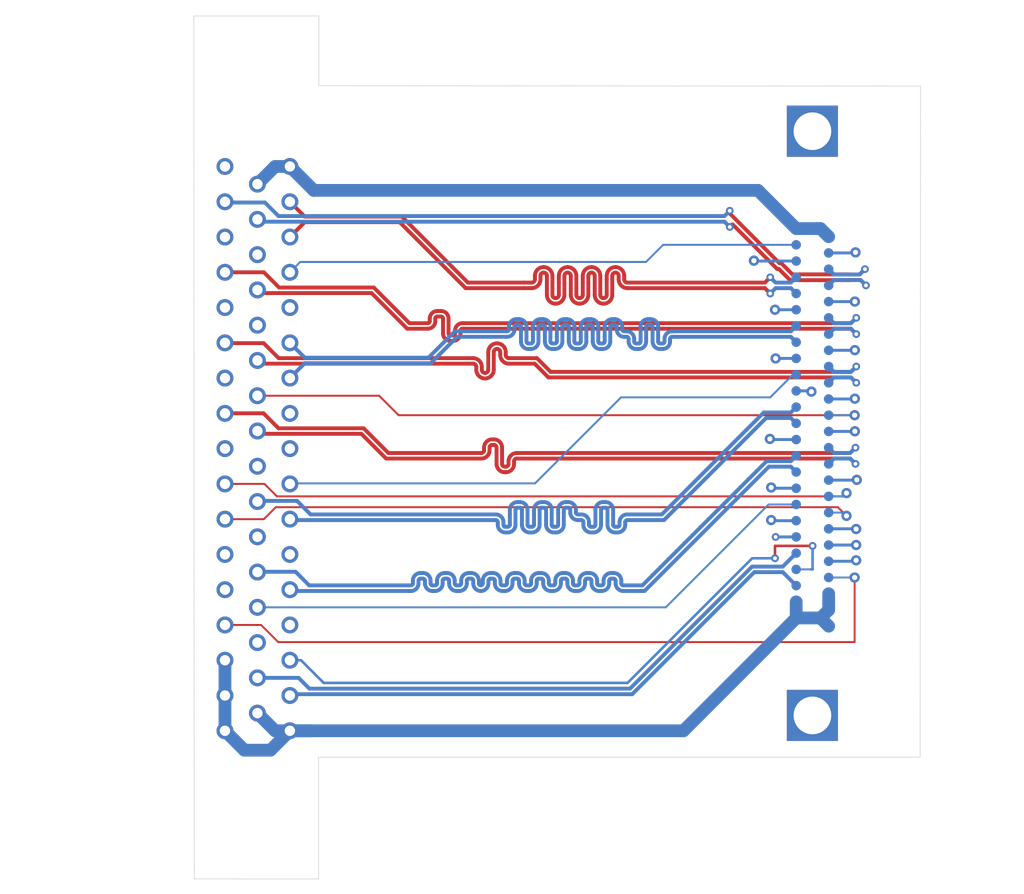
<source format=kicad_pcb>
(kicad_pcb (version 20221018) (generator pcbnew)

  (general
    (thickness 1.6)
  )

  (paper "A4")
  (title_block
    (comment 1 "Rigid Board Specs")
    (comment 3 "Track Space - 5 mil, Track Width - 12 mil")
  )

  (layers
    (0 "F.Cu" signal)
    (1 "In1.Cu" signal)
    (2 "In2.Cu" signal)
    (31 "B.Cu" signal)
    (32 "B.Adhes" user "B.Adhesive")
    (33 "F.Adhes" user "F.Adhesive")
    (34 "B.Paste" user)
    (35 "F.Paste" user)
    (36 "B.SilkS" user "B.Silkscreen")
    (37 "F.SilkS" user "F.Silkscreen")
    (38 "B.Mask" user)
    (39 "F.Mask" user)
    (40 "Dwgs.User" user "User.Drawings")
    (41 "Cmts.User" user "User.Comments")
    (42 "Eco1.User" user "User.Eco1")
    (43 "Eco2.User" user "User.Eco2")
    (44 "Edge.Cuts" user)
    (45 "Margin" user)
    (46 "B.CrtYd" user "B.Courtyard")
    (47 "F.CrtYd" user "F.Courtyard")
    (48 "B.Fab" user)
    (49 "F.Fab" user)
    (50 "User.1" user)
    (51 "User.2" user)
    (52 "User.3" user)
    (53 "User.4" user)
    (54 "User.5" user)
    (55 "User.6" user)
    (56 "User.7" user)
    (57 "User.8" user)
    (58 "User.9" user)
  )

  (setup
    (stackup
      (layer "F.SilkS" (type "Top Silk Screen"))
      (layer "F.Paste" (type "Top Solder Paste"))
      (layer "F.Mask" (type "Top Solder Mask") (thickness 0.01))
      (layer "F.Cu" (type "copper") (thickness 0.035))
      (layer "dielectric 1" (type "prepreg") (thickness 0.1) (material "FR4") (epsilon_r 4.5) (loss_tangent 0.02))
      (layer "In1.Cu" (type "copper") (thickness 0.035))
      (layer "dielectric 2" (type "core") (thickness 1.24) (material "FR4") (epsilon_r 4.5) (loss_tangent 0.02))
      (layer "In2.Cu" (type "copper") (thickness 0.035))
      (layer "dielectric 3" (type "prepreg") (thickness 0.1) (material "FR4") (epsilon_r 4.5) (loss_tangent 0.02))
      (layer "B.Cu" (type "copper") (thickness 0.035))
      (layer "B.Mask" (type "Bottom Solder Mask") (thickness 0.01))
      (layer "B.Paste" (type "Bottom Solder Paste"))
      (layer "B.SilkS" (type "Bottom Silk Screen"))
      (copper_finish "None")
      (dielectric_constraints no)
    )
    (pad_to_mask_clearance 0)
    (aux_axis_origin 68.22 101.26)
    (grid_origin 118.2 80.36)
    (pcbplotparams
      (layerselection 0x00010fc_ffffffff)
      (plot_on_all_layers_selection 0x0000000_00000000)
      (disableapertmacros false)
      (usegerberextensions false)
      (usegerberattributes true)
      (usegerberadvancedattributes true)
      (creategerberjobfile true)
      (dashed_line_dash_ratio 12.000000)
      (dashed_line_gap_ratio 3.000000)
      (svgprecision 4)
      (plotframeref false)
      (viasonmask false)
      (mode 1)
      (useauxorigin false)
      (hpglpennumber 1)
      (hpglpenspeed 20)
      (hpglpendiameter 15.000000)
      (dxfpolygonmode true)
      (dxfimperialunits true)
      (dxfusepcbnewfont true)
      (psnegative false)
      (psa4output false)
      (plotreference true)
      (plotvalue true)
      (plotinvisibletext false)
      (sketchpadsonfab false)
      (subtractmaskfromsilk false)
      (outputformat 1)
      (mirror false)
      (drillshape 0)
      (scaleselection 1)
      (outputdirectory "")
    )
  )

  (net 0 "")
  (net 1 "VDD")
  (net 2 "Net-(J1-Pin_2)")
  (net 3 "Net-(J1-Pin_18)")
  (net 4 "Net-(J1-Pin_10)")
  (net 5 "Net-(J1-Pin_22)")
  (net 6 "Net-(J2-Pin_17)")
  (net 7 "Net-(J2-Pin_18)")
  (net 8 "/Twin1-")
  (net 9 "/Twin1+")
  (net 10 "/Twin2-")
  (net 11 "/Twin2+")
  (net 12 "/Twin3-")
  (net 13 "/Twin3+")
  (net 14 "GNDD")
  (net 15 "/Twin4-")
  (net 16 "/Twin4+")
  (net 17 "/Twin5-")
  (net 18 "/Twin5+")
  (net 19 "/Twin6-")
  (net 20 "/Twin6+")
  (net 21 "/Twin7-")
  (net 22 "/Twin7+")
  (net 23 "/Twin8-")
  (net 24 "/Twin8+")
  (net 25 "/Twin9-")
  (net 26 "Net-(J2-Pin_12)")
  (net 27 "/Twin9+")
  (net 28 "Net-(J2-Pin_22)")
  (net 29 "GNDA")
  (net 30 "VDDA")

  (footprint "MountingHole:Fuzz Button Mounting Pad" (layer "F.Cu") (at 120.74 37.815))

  (footprint "MountingHole:Fuzz Button Mounting Pad" (layer "F.Cu") (at 133.16 81.296))

  (footprint "FuzzButtonFootprint:FuzzButtonPAD" (layer "B.Cu") (at 118.11 49.784 180))

  (footprint "CONN_DD50S564TLF_AMP:CONN_DD50S564TLF_AMP" (layer "B.Cu") (at 70.866 44.289007 -90))

  (footprint "FuzzButtonFootprint:FuzzButtonPAD" (layer "B.Cu") (at 115.57 49.149 180))

  (gr_circle (center 116.84 87.249) (end 118.11 87.249)
    (stroke (width 0.15) (type default)) (fill none) (layer "F.SilkS") (tstamp 81f2e707-a58d-48a5-9984-13f956e0e260))
  (gr_circle (center 116.84 41.529) (end 118.11 41.529)
    (stroke (width 0.15) (type default)) (fill none) (layer "F.SilkS") (tstamp e365d4fe-f0f3-4fb5-85a8-6616e0b1f236))
  (gr_line (start 125.27 90.52) (end 78.195 90.52)
    (stroke (width 0.05) (type default)) (layer "Edge.Cuts") (tstamp 007c1c53-4616-4570-b331-30e2d1caf569))
  (gr_line (start 125.3 38) (end 125.27 90.52)
    (stroke (width 0.05) (type default)) (layer "Edge.Cuts") (tstamp 10a9f7e6-65b3-4959-8083-16d0d8ed46ea))
  (gr_line (start 125.3 38) (end 78.21 37.97)
    (stroke (width 0.05) (type default)) (layer "Edge.Cuts") (tstamp 4b351ce2-e2a1-4ceb-9f4c-4bb944dc4439))
  (gr_line (start 78.195 90.52) (end 78.195 100.045)
    (stroke (width 0.05) (type default)) (layer "Edge.Cuts") (tstamp 54f59548-9d2e-4864-93b6-828a6fff44c4))
  (gr_line (start 78.21 32.51) (end 78.21 37.97)
    (stroke (width 0.05) (type default)) (layer "Edge.Cuts") (tstamp 9562f89c-3c5d-4c69-b9e8-2468d27e157d))
  (gr_line (start 68.43 32.51) (end 68.46 100.04)
    (stroke (width 0.05) (type default)) (layer "Edge.Cuts") (tstamp bcd252fb-2083-4ab1-bb51-5fc0dc2fa047))
  (gr_line (start 78.21 32.51) (end 68.43 32.51)
    (stroke (width 0.05) (type default)) (layer "Edge.Cuts") (tstamp bf1d06c3-7a33-4a4e-bfef-e6bfd4cd806a))
  (gr_line (start 78.195 100.045) (end 68.46 100.04)
    (stroke (width 0.05) (type default)) (layer "Edge.Cuts") (tstamp c74a6ca7-a674-4d58-bd4b-e53ca748c464))

  (segment (start 75.945972 44.289007) (end 74.78597 44.289007) (width 1) (layer "B.Cu") (net 1) (tstamp 01631412-5235-4339-b68b-340db6532082))
  (segment (start 117.475 49.149) (end 117.171 49.149) (width 1) (layer "B.Cu") (net 1) (tstamp 19c0995c-d81a-432b-bf90-84e16b0817c2))
  (segment (start 118.11 49.784) (end 117.475 49.149) (width 1) (layer "B.Cu") (net 1) (tstamp 456488c1-20c8-4cf6-9568-e741cc0d2a21))
  (segment (start 117.171 49.149) (end 115.57 49.149) (width 1) (layer "B.Cu") (net 1) (tstamp 8390938c-7c9f-45d7-b3b1-107b71761b17))
  (segment (start 112.581 46.16) (end 77.816965 46.16) (width 1) (layer "B.Cu") (net 1) (tstamp 8502fb8c-cf25-4fb1-825f-e36a55405575))
  (segment (start 115.57 49.149) (end 112.581 46.16) (width 1) (layer "B.Cu") (net 1) (tstamp a93fa42b-7665-4d18-a5fa-0aa2f3f77eb7))
  (segment (start 74.78597 44.289007) (end 73.40597 45.669007) (width 1) (layer "B.Cu") (net 1) (tstamp e5f15b61-aace-49db-982d-ecb4c14e761e))
  (segment (start 77.816965 46.16) (end 75.945972 44.289007) (width 1) (layer "B.Cu") (net 1) (tstamp f0947097-c4e5-4302-804c-bfa10e506040))
  (segment (start 103.815 51.76) (end 76.755009 51.76) (width 0.1524) (layer "B.Cu") (net 2) (tstamp 1847b92f-b992-463d-9ca1-205b873c45f1))
  (segment (start 115.57 50.419) (end 105.156 50.419) (width 0.1524) (layer "B.Cu") (net 2) (tstamp 69d419fd-4b35-4a56-b68a-2ead5ec85fc1))
  (segment (start 105.156 50.419) (end 103.815 51.76) (width 0.1524) (layer "B.Cu") (net 2) (tstamp ad1e61f1-1f35-40bb-9239-1c83686cf9ee))
  (segment (start 76.755009 51.76) (end 75.946003 52.569006) (width 0.1524) (layer "B.Cu") (net 2) (tstamp bcf1591e-15f1-4265-8f8f-86a837f53b05))
  (segment (start 105.360999 78.789001) (end 73.406001 78.789001) (width 0.1524) (layer "B.Cu") (net 3) (tstamp 51966bc9-9053-4351-8354-049c93d76dcd))
  (segment (start 115.57 70.739) (end 113.411 70.739) (width 0.1524) (layer "B.Cu") (net 3) (tstamp 9444d9bd-57f5-4568-b118-40c547acbe59))
  (segment (start 113.411 70.739) (end 105.360999 78.789001) (width 0.1524) (layer "B.Cu") (net 3) (tstamp e8a3738a-9320-48b8-a125-6b6bf04a73a3))
  (segment (start 75.987006 69.088) (end 75.946003 69.129003) (width 0.1524) (layer "In1.Cu") (net 4) (tstamp cd52290b-034f-41bd-8767-5974c6847a52))
  (segment (start 113.538 62.357) (end 101.863 62.357) (width 0.1524) (layer "B.Cu") (net 4) (tstamp 1ecb2c4b-2710-4e0b-a9bd-fc1f163c46e7))
  (segment (start 101.863 62.357) (end 95.132 69.088) (width 0.1524) (layer "B.Cu") (net 4) (tstamp 76699e20-a3d3-4698-9ef7-d5a2ffed5072))
  (segment (start 115.57 60.579) (end 115.316 60.579) (width 0.1524) (layer "B.Cu") (net 4) (tstamp 7fd99344-a3d0-42a1-8874-f53f88dbbb50))
  (segment (start 95.132 69.088) (end 75.987006 69.088) (width 0.1524) (layer "B.Cu") (net 4) (tstamp a11f75aa-44fd-4e74-b509-75036ed3c6f3))
  (segment (start 115.316 60.579) (end 113.538 62.357) (width 0.1524) (layer "B.Cu") (net 4) (tstamp af921b91-b1c4-44fb-8b68-6a58a0c77782))
  (segment (start 116.85 73.98) (end 113.91 73.98) (width 0.2) (layer "F.Cu") (net 5) (tstamp 7ed866db-35d2-47bd-ac0c-f192dc6bb4e9))
  (segment (start 113.91 73.98) (end 113.91 74.9507) (width 0.2) (layer "F.Cu") (net 5) (tstamp a4df1348-4813-4ac9-9720-451b91665fba))
  (via (at 113.91 74.9507) (size 0.6) (drill 0.3) (layers "F.Cu" "B.Cu") (net 5) (tstamp 549c3faf-145d-4644-9a93-480cd3a1b367))
  (via (at 116.85 73.98) (size 0.6) (drill 0.3) (layers "F.Cu" "B.Cu") (net 5) (tstamp b29f7a6d-56f9-44f1-96f4-154430b41d99))
  (segment (start 75.948002 82.931) (end 75.946003 82.929001) (width 0.1524) (layer "In1.Cu") (net 5) (tstamp 5aac66b8-1dad-439a-801f-95ff46f05361))
  (segment (start 76.817301 82.929001) (end 75.945972 82.929001) (width 0.2) (layer "B.Cu") (net 5) (tstamp 095f72b7-1835-48b4-a989-8590668ec09d))
  (segment (start 112.12418 74.9507) (end 102.37318 84.7017) (width 0.2) (layer "B.Cu") (net 5) (tstamp 254eff7c-2c35-4d2e-9951-2549f633f384))
  (segment (start 102.37318 84.7017) (end 78.59 84.7017) (width 0.2) (layer "B.Cu") (net 5) (tstamp 27fa717a-ed6e-4d9f-a44f-779fc5a0ffca))
  (segment (start 116.719 75.819) (end 116.85 75.819) (width 0.2) (layer "B.Cu") (net 5) (tstamp 563590fa-1978-4440-9eb8-9ae37daa38f4))
  (segment (start 113.91 74.9507) (end 112.12418 74.9507) (width 0.2) (layer "B.Cu") (net 5) (tstamp 869e3445-31b5-40a3-aa85-5371e22fef98))
  (segment (start 78.59 84.7017) (end 76.817301 82.929001) (width 0.2) (layer "B.Cu") (net 5) (tstamp cef17ce6-5597-470a-bdd5-253a8a63a57c))
  (segment (start 116.85 75.819) (end 116.85 73.98) (width 0.2) (layer "B.Cu") (net 5) (tstamp d21ed4e0-0019-4379-b8bb-2ac94bfaa771))
  (segment (start 116.719 75.819) (end 115.57 75.819) (width 0.1524) (layer "B.Cu") (net 5) (tstamp e005e06c-f09f-4e48-9c10-ad606cb43c99))
  (segment (start 74.93 70.104) (end 73.955003 69.129003) (width 0.1524) (layer "F.Cu") (net 6) (tstamp 07de1cbe-6ecf-4b96-9728-404c41067b4b))
  (segment (start 73.955003 69.129003) (end 70.866031 69.129003) (width 0.1524) (layer "F.Cu") (net 6) (tstamp 341a4311-9d9d-436b-9c11-41ba2fbd032d))
  (segment (start 119.253 70.104) (end 74.93 70.104) (width 0.1524) (layer "F.Cu") (net 6) (tstamp 418dce5a-30ea-4dd1-a903-ce5f86263ec4))
  (segment (start 119.507 69.85) (end 119.253 70.104) (width 0.1524) (layer "F.Cu") (net 6) (tstamp ba783d58-8e93-4f00-9102-87e7e56efd55))
  (via (at 119.507 69.85) (size 0.8) (drill 0.4) (layers "F.Cu" "B.Cu") (net 6) (tstamp 090a48a9-fcac-4b72-8256-9149cf4c44fc))
  (segment (start 119.507 69.85) (end 119.253 70.104) (width 0.1524) (layer "B.Cu") (net 6) (tstamp 5941c096-6cf9-430c-8e53-1f0ad2443e88))
  (segment (start 119.253 70.104) (end 118.11 70.104) (width 0.1524) (layer "B.Cu") (net 6) (tstamp 7e5f4e04-0ce3-4249-9a8b-229fc809c338))
  (segment (start 74.843597 70.952403) (end 73.906997 71.889003) (width 0.1524) (layer "F.Cu") (net 7) (tstamp 4a44da7f-af28-4c6a-897e-d9645772b5be))
  (segment (start 73.906997 71.889003) (end 70.866031 71.889003) (width 0.1524) (layer "F.Cu") (net 7) (tstamp 9001fd41-7ce6-4f9d-99fd-0f4b5818b973))
  (segment (start 118.831403 70.952403) (end 74.843597 70.952403) (width 0.1524) (layer "F.Cu") (net 7) (tstamp c845a45e-4a12-4922-a7c2-bec32575e57f))
  (segment (start 119.507 71.628) (end 118.831403 70.952403) (width 0.1524) (layer "F.Cu") (net 7) (tstamp ef907f09-7fcd-48b8-8320-26628f81ac59))
  (via (at 119.507 71.628) (size 0.8) (drill 0.4) (layers "F.Cu" "B.Cu") (net 7) (tstamp c3f0238d-d905-400c-bd50-bc05f21ee890))
  (segment (start 119.507 71.628) (end 119.253 71.374) (width 0.1524) (layer "B.Cu") (net 7) (tstamp e1fc1469-06a9-4c9e-82b2-4364285a33cc))
  (segment (start 119.253 71.374) (end 118.11 71.374) (width 0.1524) (layer "B.Cu") (net 7) (tstamp ec21a4d6-ec93-4a39-9e10-68607cbb7f00))
  (segment (start 96.49 54.3416) (end 96.49 53.8099) (width 0.3048) (layer "F.Cu") (net 8) (tstamp 1566841c-b264-4198-bb5f-b198e5dd2ec4))
  (segment (start 96.9948 52.8464) (end 96.9948 53.3781) (width 0.3048) (layer "F.Cu") (net 8) (tstamp 1c8e82f8-d159-4f5b-9699-19c283bdc3d1))
  (segment (start 98.3632 54.3416) (end 98.3632 53.8099) (width 0.3048) (layer "F.Cu") (net 8) (tstamp 2deca216-f7af-4fda-8ae0-deee499fbb00))
  (segment (start 100.2364 53.8099) (end 100.2364 52.8464) (width 0.3048) (layer "F.Cu") (net 8) (tstamp 337ecff7-1488-4c00-9713-452237e9c725))
  (segment (start 95.1216 52.8464) (end 95.1216 53.1257) (width 0.3048) (layer "F.Cu") (net 8) (tstamp 38f22413-cac6-47bd-935a-5d59a97b73bc))
  (segment (start 94.8692 53.3781) (end 94.277395 53.3781) (width 0.3048) (layer "F.Cu") (net 8) (tstamp 520b646e-b4f6-4f32-82bb-c302dfba26f2))
  (segment (start 98.3632 53.8099) (end 98.3632 52.8464) (width 0.3048) (layer "F.Cu") (net 8) (tstamp 545a4686-02ec-46d7-873e-063a30a15ddb))
  (segment (start 94.277395 53.3781) (end 89.87843 53.3781) (width 0.3048) (layer "F.Cu") (net 8) (tstamp 5faf1d6b-adad-4f12-80ba-32d65e775b19))
  (segment (start 89.87843 53.3781) (end 84.713436 48.213106) (width 0.3048) (layer "F.Cu") (net 8) (tstamp 6c1127b0-e0de-4d2e-95b1-0c59b8773807))
  (segment (start 98.868 52.8464) (end 98.868 53.3781) (width 0.3048) (layer "F.Cu") (net 8) (tstamp 75120510-731f-4077-af9a-3a37f94abf56))
  (segment (start 113.1189 53.3781) (end 102.362 53.3781) (width 0.3048) (layer "F.Cu") (net 8) (tstamp 77cd1afa-21b5-4521-ae58-05ed49dca786))
  (segment (start 100.7412 53.1257) (end 100.7412 54.3416) (width 0.3048) (layer "F.Cu") (net 8) (tstamp 7a7e550e-5d17-4121-ac35-27f647c80033))
  (segment (start 100.7412 52.8464) (end 100.7412 53.1257) (width 0.3048) (layer "F.Cu") (net 8) (tstamp 85818073-9e95-403b-b545-3442cbd536b8))
  (segment (start 77.110072 48.213106) (end 75.945972 47.049007) (width 0.3048) (layer "F.Cu") (net 8) (tstamp 9dcf7125-79f1-4b7d-a5b3-b9e7a7456025))
  (segment (start 102.1096 53.1257) (end 102.1096 52.8464) (width 0.3048) (layer "F.Cu") (net 8) (tstamp a1d1b6c1-a7e6-4b58-a804-fc9b76a58b65))
  (segment (start 84.713436 48.213106) (end 77.110072 48.213106) (width 0.3048) (layer "F.Cu") (net 8) (tstamp b48e6937-179f-41cd-87e5-c48b6bc54e42))
  (segment (start 100.2364 54.3416) (end 100.2364 53.8099) (width 0.3048) (layer "F.Cu") (net 8) (tstamp b886fb0d-c590-428f-a230-78593ea46c2e))
  (segment (start 96.49 53.8099) (end 96.49 52.8464) (width 0.3048) (layer "F.Cu") (net 8) (tstamp d5702009-bc44-4087-910b-888fac1ac626))
  (segment (start 98.868 53.3781) (end 98.868 54.3416) (width 0.3048) (layer "F.Cu") (net 8) (tstamp db181fa4-c6fb-43b2-8754-90c34b237329))
  (segment (start 96.9948 53.3781) (end 96.9948 54.3416) (width 0.3048) (layer "F.Cu") (net 8) (tstamp fb915913-9be0-4131-a5e9-b4cd700a778e))
  (segment (start 113.538 52.959) (end 113.1189 53.3781) (width 0.3048) (layer "F.Cu") (net 8) (tstamp fd8bc3fb-3f5d-4dfc-9098-9e28028122c7))
  (via (at 113.538 52.959) (size 0.6) (drill 0.3) (layers "F.Cu" "B.Cu") (net 8) (tstamp 1cb1f028-caa5-43bb-8c87-fced35e12136))
  (arc (start 97.679 52.1622) (mid 97.195198 52.362598) (end 96.9948 52.8464) (width 0.3048) (layer "F.Cu") (net 8) (tstamp 050f02c0-6f27-4f71-9c05-bded8d668180))
  (arc (start 101.4254 52.1622) (mid 100.941598 52.362598) (end 100.7412 52.8464) (width 0.3048) (layer "F.Cu") (net 8) (tstamp 3373c992-4f3b-4c29-83f6-a7a2efaa19c6))
  (arc (start 100.2364 52.8464) (mid 100.036002 52.362598) (end 99.5522 52.1622) (width 0.3048) (layer "F.Cu") (net 8) (tstamp 4d757bc0-8749-4dfd-8914-a44e896ca33a))
  (arc (start 96.7424 54.594) (mid 96.563926 54.520074) (end 96.49 54.3416) (width 0.3048) (layer "F.Cu") (net 8) (tstamp 55e9f6ed-4251-436f-8fc6-303360ee4bb4))
  (arc (start 96.49 52.8464) (mid 96.289602 52.362598) (end 95.8058 52.1622) (width 0.3048) (layer "F.Cu") (net 8) (tstamp 61b7153a-de16-452b-8566-e78ba7900b41))
  (arc (start 99.5522 52.1622) (mid 99.068398 52.362598) (end 98.868 52.8464) (width 0.3048) (layer "F.Cu") (net 8) (tstamp 67b5e1df-3695-4b8b-b292-380c9fe153a4))
  (arc (start 98.868 54.3416) (mid 98.794074 54.520074) (end 98.6156 54.594) (width 0.3048) (layer "F.Cu") (net 8) (tstamp 687659d1-25ad-4bc6-af93-265e1299ac6c))
  (arc (start 96.9948 54.3416) (mid 96.920874 54.520074) (end 96.7424 54.594) (width 0.3048) (layer "F.Cu") (net 8) (tstamp 744418c4-6e68-4281-8134-fbe7904fa2c1))
  (arc (start 100.4888 54.594) (mid 100.310326 54.520074) (end 100.2364 54.3416) (width 0.3048) (layer "F.Cu") (net 8) (tstamp 761ea7e7-4574-4c58-b82c-8a06211ae409))
  (arc (start 102.362 53.3781) (mid 102.183526 53.304174) (end 102.1096 53.1257) (width 0.3048) (layer "F.Cu") (net 8) (tstamp 86f14631-719e-4a77-9850-e14c7ceee07f))
  (arc (start 100.7412 54.3416) (mid 100.667274 54.520074) (end 100.4888 54.594) (width 0.3048) (layer "F.Cu") (net 8) (tstamp a3c57290-970d-414b-98e3-6b9d4aeb44b7))
  (arc (start 95.8058 52.1622) (mid 95.321998 52.362598) (end 95.1216 52.8464) (width 0.3048) (layer "F.Cu") (net 8) (tstamp a868809f-3e00-48ec-8800-e92784407461))
  (arc (start 98.6156 54.594) (mid 98.437126 54.520074) (end 98.3632 54.3416) (width 0.3048) (layer "F.Cu") (net 8) (tstamp b1ad1b70-79d0-4bf2-8a9c-4b107f8c934e))
  (arc (start 102.1096 52.8464) (mid 101.909202 52.362598) (end 101.4254 52.1622) (width 0.3048) (layer "F.Cu") (net 8) (tstamp d237ae37-93a2-4c78-a5d3-d7c2a9470448))
  (arc (start 98.3632 52.8464) (mid 98.162802 52.362598) (end 97.679 52.1622) (width 0.3048) (layer "F.Cu") (net 8) (tstamp df506105-af63-41b9-bcb2-619547c91b8d))
  (arc (start 95.1216 53.1257) (mid 95.047674 53.304174) (end 94.8692 53.3781) (width 0.3048) (layer "F.Cu") (net 8) (tstamp fc756862-8c1c-4675-ab69-21c894a747e8))
  (segment (start 115.1509 53.3781) (end 115.57 52.959) (width 0.3048) (layer "B.Cu") (net 8) (tstamp 6335d1f3-fd88-496f-93bf-01e0e87c11cf))
  (segment (start 113.9571 53.3781) (end 115.1509 53.3781) (width 0.3048) (layer "B.Cu") (net 8) (tstamp 929118d2-2231-4309-b9bb-1bbe4ff2c498))
  (segment (start 113.538 52.959) (end 113.9571 53.3781) (width 0.3048) (layer "B.Cu") (net 8) (tstamp ba3e6678-14e3-4eb5-aedf-51b2c170577f))
  (segment (start 89.69957 53.8099) (end 84.534576 48.644906) (width 0.3048) (layer "F.Cu") (net 9) (tstamp 18ec93a3-a816-4ad6-9809-4510da16b055))
  (segment (start 113.538 54.229) (end 113.1189 53.8099) (width 0.3048) (layer "F.Cu") (net 9) (tstamp 2c2c4e6b-9b67-4151-8c10-a1a71b484d1d))
  (segment (start 113.1189 53.8099) (end 102.362 53.8099) (width 0.3048) (layer "F.Cu") (net 9) (tstamp 3314dc78-7df8-4698-a0c0-2a433f8c3373))
  (segment (start 97.9314 54.3416) (end 97.9314 53.8099) (width 0.3048) (layer "F.Cu") (net 9) (tstamp 375628e9-818d-42c9-bb7a-296c5c31d26d))
  (segment (start 95.5534 52.8464) (end 95.5534 53.1257) (width 0.3048) (layer "F.Cu") (net 9) (tstamp 55889b88-24ce-4ea8-8adf-c79ace41d255))
  (segment (start 97.4266 53.3781) (end 97.4266 54.3416) (width 0.3048) (layer "F.Cu") (net 9) (tstamp 6ab1dc36-0d35-407b-b8fa-fa9672125101))
  (segment (start 101.173 52.8464) (end 101.173 53.1257) (width 0.3048) (layer "F.Cu") (net 9) (tstamp 6fdf4a42-10d7-499d-b445-b677095a8a5e))
  (segment (start 99.8046 54.3416) (end 99.8046 53.8099) (width 0.3048) (layer "F.Cu") (net 9) (tstamp 751b507e-6482-439d-ac65-6028f37184ce))
  (segment (start 99.8046 53.8099) (end 99.8046 52.8464) (width 0.3048) (layer "F.Cu") (net 9) (tstamp 81db332f-7fe0-4e52-86b5-82575f7c57ce))
  (segment (start 101.173 53.1257) (end 101.173 54.3416) (width 0.3048) (layer "F.Cu") (net 9) (tstamp 85bdf79d-8635-4627-bc37-130c875d59fb))
  (segment (start 96.0582 54.3416) (end 96.0582 53.8099) (width 0.3048) (layer "F.Cu") (net 9) (tstamp 8d6d07f8-076c-47b5-a7bf-5085c2523902))
  (segment (start 99.2998 52.8464) (end 99.2998 53.3781) (width 0.3048) (layer "F.Cu") (net 9) (tstamp 9214f31d-efe1-4bdd-a947-37bb0f41ce81))
  (segment (start 99.2998 53.3781) (end 99.2998 54.3416) (width 0.3048) (layer "F.Cu") (net 9) (tstamp acd23332-f25e-4091-a460-c40bd2593e21))
  (segment (start 94.277395 53.8099) (end 89.69957 53.8099) (width 0.3048) (layer "F.Cu") (net 9) (tstamp adc9f41a-9540-4d58-9561-578b15403d83))
  (segment (start 84.534576 48.644906) (end 77.110072 48.644906) (width 0.3048) (layer "F.Cu") (net 9) (tstamp b6232041-59ff-4818-bb2d-faef959e4e10))
  (segment (start 97.4266 52.8464) (end 97.4266 53.3781) (width 0.3048) (layer "F.Cu") (net 9) (tstamp b7afbc4d-2d13-4f88-9f49-d84bae58bfe6))
  (segment (start 101.6778 53.1257) (end 101.6778 52.8464) (width 0.3048) (layer "F.Cu") (net 9) (tstamp b82fd063-7135-4e93-bc1d-7315ab2b2421))
  (segment (start 94.8692 53.8099) (end 94.277395 53.8099) (width 0.3048) (layer "F.Cu") (net 9) (tstamp bb638fd3-7cac-4271-ab94-7203ea8b6f8f))
  (segment (start 96.0582 53.8099) (end 96.0582 52.8464) (width 0.3048) (layer "F.Cu") (net 9) (tstamp bea5761b-e1d8-4ae5-ac8a-4974a3155e10))
  (segment (start 97.9314 53.8099) (end 97.9314 52.8464) (width 0.3048) (layer "F.Cu") (net 9) (tstamp d5524e93-c68f-4d53-b5c7-ccebe25fa781))
  (segment (start 77.110072 48.644906) (end 75.945972 49.809006) (width 0.3048) (layer "F.Cu") (net 9) (tstamp ec321641-4d0b-4ff5-a027-ceb97fc07ba9))
  (via (at 113.538 54.229) (size 0.6) (drill 0.3) (layers "F.Cu" "B.Cu") (net 9) (tstamp 1e0f97e0-050d-43b8-9cd7-729007ee14c0))
  (arc (start 99.5522 52.594) (mid 99.373726 52.667926) (end 99.2998 52.8464) (width 0.3048) (layer "F.Cu") (net 9) (tstamp 24cf666d-771b-4181-85cf-043e86151997))
  (arc (start 96.7424 55.0258) (mid 96.258598 54.825402) (end 96.0582 54.3416) (width 0.3048) (layer "F.Cu") (net 9) (tstamp 24f2885f-026f-4d6c-9e9b-7481b0eb2d51))
  (arc (start 101.4254 52.594) (mid 101.246926 52.667926) (end 101.173 52.8464) (width 0.3048) (layer "F.Cu") (net 9) (tstamp 396f0652-7212-4c34-b1a3-8333027d53bf))
  (arc (start 95.8058 52.594) (mid 95.627326 52.667926) (end 95.5534 52.8464) (width 0.3048) (layer "F.Cu") (net 9) (tstamp 427467f3-5ab7-4847-8234-d68677e4bc54))
  (arc (start 95.5534 53.1257) (mid 95.353002 53.609502) (end 94.8692 53.8099) (width 0.3048) (layer "F.Cu") (net 9) (tstamp 47655d3b-865f-4295-b45e-d33361128804))
  (arc (start 101.173 54.3416) (mid 100.972602 54.825402) (end 100.4888 55.0258) (width 0.3048) (layer "F.Cu") (net 9) (tstamp 52c26331-892d-4084-8e0b-b61d684fa1ac))
  (arc (start 99.2998 54.3416) (mid 99.099402 54.825402) (end 98.6156 55.0258) (width 0.3048) (layer "F.Cu") (net 9) (tstamp 5f5a0e4d-e0d7-4525-8fe2-7be1f7d00fa4))
  (arc (start 96.0582 52.8464) (mid 95.984274 52.667926) (end 95.8058 52.594) (width 0.3048) (layer "F.Cu") (net 9) (tstamp 621805fa-441f-4fea-8acb-3e024415f686))
  (arc (start 98.6156 55.0258) (mid 98.131798 54.825402) (end 97.9314 54.3416) (width 0.3048) (layer "F.Cu") (net 9) (tstamp 6c5db229-7d4b-4453-9feb-97ff759cd367))
  (arc (start 100.4888 55.0258) (mid 100.004998 54.825402) (end 99.8046 54.3416) (width 0.3048) (layer "F.Cu") (net 9) (tstamp 7d1986b0-53f8-444b-9fe4-3014c64489b9))
  (arc (start 101.6778 52.8464) (mid 101.603874 52.667926) (end 101.4254 52.594) (width 0.3048) (layer "F.Cu") (net 9) (tstamp 7e52fa3e-e56e-411d-9fee-942b7120d16b))
  (arc (start 99.8046 52.8464) (mid 99.730674 52.667926) (end 99.5522 52.594) (width 0.3048) (layer "F.Cu") (net 9) (tstamp a99a0c32-56e9-470f-96d8-3a94479416fb))
  (arc (start 97.4266 54.3416) (mid 97.226202 54.825402) (end 96.7424 55.0258) (width 0.3048) (layer "F.Cu") (net 9) (tstamp bc23aa7d-4b71-4569-97f3-ae45220590c9))
  (arc (start 97.9314 52.8464) (mid 97.857474 52.667926) (end 97.679 52.594) (width 0.3048) (layer "F.Cu") (net 9) (tstamp c578b129-2791-42c0-b60c-5bccb31fe86a))
  (arc (start 102.362 53.8099) (mid 101.878198 53.609502) (end 101.6778 53.1257) (width 0.3048) (layer "F.Cu") (net 9) (tstamp d7a1adc6-43be-49ec-b85e-74ee057ebe6c))
  (arc (start 97.679 52.594) (mid 97.500526 52.667926) (end 97.4266 52.8464) (width 0.3048) (layer "F.Cu") (net 9) (tstamp e1fd5187-db50-4989-9193-0135ba4875c6))
  (segment (start 115.1509 53.8099) (end 115.57 54.229) (width 0.3048) (layer "B.Cu") (net 9) (tstamp 07378381-f468-4def-9094-8d72aa08ed56))
  (segment (start 113.9571 53.8099) (end 115.1509 53.8099) (width 0.3048) (layer "B.Cu") (net 9) (tstamp 6a5a3826-2106-43a6-b032-e9ac65fa737f))
  (segment (start 113.538 54.229) (end 113.9571 53.8099) (width 0.3048) (layer "B.Cu") (net 9) (tstamp ffeb56a9-01a9-495f-ab1c-30c0154ad782))
  (segment (start 103.0426 58.1406) (end 103.2426 58.1406) (width 0.3048) (layer "B.Cu") (net 10) (tstamp 0bd947db-c90a-402c-ba55-d924731f5314))
  (segment (start 98.712 57.9882) (end 98.712 57.6199) (width 0.3048) (layer "B.Cu") (net 10) (tstamp 11c1c9c5-41ac-412b-9dbd-f496d4a28402))
  (segment (start 94.6132 58.1406) (end 94.8132 58.1406) (width 0.3048) (layer "B.Cu") (net 10) (tstamp 18bd20ac-f814-47af-a25a-bf767e394a51))
  (segment (start 100.2328 58.1406) (end 100.4328 58.1406) (width 0.3048) (layer "B.Cu") (net 10) (tstamp 18c3bf3a-2903-4caf-a71d-5ddd62b4e337))
  (segment (start 100.0804 56.8198) (end 100.0804 57.1881) (width 0.3048) (layer "B.Cu") (net 10) (tstamp 1bc8faa6-9571-4e36-b8bd-9c7b4a57094d))
  (segment (start 115.1509 57.1881) (end 115.57 56.769) (width 0.3048) (layer "B.Cu") (net 10) (tstamp 20bf5fc7-819d-4fed-980f-e63557d6ad8f))
  (segment (start 94.4608 57.0357) (end 94.4608 57.9882) (width 0.3048) (layer "B.Cu") (net 10) (tstamp 2a6ef37a-b7c8-4f19-a101-2dc26ce9dc21))
  (segment (start 94.9656 57.6199) (end 94.9656 56.8198) (width 0.3048) (layer "B.Cu") (net 10) (tstamp 2e037229-6757-4742-8437-4bf86321792e))
  (segment (start 103.395 57.7723) (end 103.395 56.8198) (width 0.3048) (layer "B.Cu") (net 10) (tstamp 356930d2-8622-4058-ae3a-16b569c1204c))
  (segment (start 104.7634 56.8198) (end 104.7634 57.1881) (width 0.3048) (layer "B.Cu") (net 10) (tstamp 356ece6f-5af9-4833-8d7f-b53c084503e0))
  (segment (start 96.8388 57.9882) (end 96.8388 57.6199) (width 0.3048) (layer "B.Cu") (net 10) (tstamp 36a27a19-e29b-4852-872e-9686c9dbba5b))
  (segment (start 98.2072 57.1881) (end 98.2072 57.9882) (width 0.3048) (layer "B.Cu") (net 10) (tstamp 3b45b2aa-12fa-4858-9b2c-ddcd151f5540))
  (segment (start 102.106 57.1881) (end 102.306 57.1881) (width 0.3048) (layer "B.Cu") (net 10) (tstamp 3dac53f5-3610-45ae-8801-b05bec621c79))
  (segment (start 98.3596 58.1406) (end 98.5596 58.1406) (width 0.3048) (layer "B.Cu") (net 10) (tstamp 412f57e3-c454-447e-abf9-6f872edc1845))
  (segment (start 105.2682 57.9882) (end 105.2682 57.7723) (width 0.3048) (layer "B.Cu") (net 10) (tstamp 4227e023-049e-42df-82b3-9f33ef1fbb0c))
  (segment (start 97.423 56.2356) (end 97.623 56.2356) (width 0.3048) (layer "B.Cu") (net 10) (tstamp 52dbb3fb-af13-4f4b-8150-9e8f8386f9ca))
  (segment (start 98.2072 56.8198) (end 98.2072 57.1881) (width 0.3048) (layer "B.Cu") (net 10) (tstamp 543c2cd2-ea91-4545-adb2-4f70fc5d4588))
  (segment (start 96.334 57.1881) (end 96.334 57.9882) (width 0.3048) (layer "B.Cu") (net 10) (tstamp 5631cbdb-94df-4856-aa7e-901aa8154be2))
  (segment (start 105.8524 57.1881) (end 106.0524 57.1881) (width 0.3048) (layer "B.Cu") (net 10) (tstamp 5bb02c5d-4c1f-43dd-9402-ed230d98360d))
  (segment (start 86.791566 59.253104) (end 88.85657 57.1881) (width 0.3048) (layer "B.Cu") (net 10) (tstamp 5cd2112a-7da9-4947-8011-3e07c2135be0))
  (segment (start 94.9656 57.9882) (end 94.9656 57.6199) (width 0.3048) (layer "B.Cu") (net 10) (tstamp 695fc0f7-764d-4186-afad-7f257e06d77a))
  (segment (start 94.4608 56.8198) (end 94.4608 57.0357) (width 0.3048) (layer "B.Cu") (net 10) (tstamp 6b860dcf-cb4f-4ad3-ac31-6f52baa7a3b0))
  (segment (start 103.9792 56.2356) (end 104.1792 56.2356) (width 0.3048) (layer "B.Cu") (net 10) (tstamp 6d0810f5-f5f4-42df-8bcb-56b49c389be6))
  (segment (start 100.5852 57.6199) (end 100.5852 56.8198) (width 0.3048) (layer "B.Cu") (net 10) (tstamp 71d7ccc7-59c4-428f-a936-2429fcdb6cb1))
  (segment (start 106.0524 57.1881) (end 115.1509 57.1881) (width 0.3048) (layer "B.Cu") (net 10) (tstamp 775508dd-4067-4438-afe7-419028ec937f))
  (segment (start 93.6766 56.2356) (end 93.8766 56.2356) (width 0.3048) (layer "B.Cu") (net 10) (tstamp 7f63056f-fee9-4252-9244-d8b60f55f894))
  (segment (start 104.9158 58.1406) (end 105.1158 58.1406) (width 0.3048) (layer "B.Cu") (net 10) (tstamp 825f04fe-427b-4b4e-85b5-076269d3a01f))
  (segment (start 101.9536 56.8198) (end 101.9536 57.0357) (width 0.3048) (layer "B.Cu") (net 10) (tstamp 83e4d4e1-db17-479f-9e5e-e77325f8c7c0))
  (segment (start 102.8902 57.7723) (end 102.8902 57.9882) (width 0.3048) (layer "B.Cu") (net 10) (tstamp 892298ef-3ebc-4924-8be1-bc90c7ab10d4))
  (segment (start 93.0924 57.0357) (end 93.0924 56.8198) (width 0.3048) (layer "B.Cu") (net 10) (tstamp 8de4e139-82e9-431f-b8b0-db3af787e1c3))
  (segment (start 103.395 57.9882) (end 103.395 57.7723) (width 0.3048) (layer "B.Cu") (net 10) (tstamp 8e612331-13e4-4be6-8cdf-29acf11c1344))
  (segment (start 75.945972 58.089005) (end 77.110072 59.253104) (width 0.3048) (layer "B.Cu") (net 10) (tstamp 9f5542aa-c541-4d76-ae0e-aec97dd5f715))
  (segment (start 88.85657 57.1881) (end 92.94 57.1881) (width 0.3048) (layer "B.Cu") (net 10) (tstamp b347fd6b-576b-4280-809d-bc9c48d70b95))
  (segment (start 77.110072 59.253104) (end 86.791566 59.253104) (width 0.3048) (layer "B.Cu") (net 10) (tstamp b8560c98-9dfc-4555-a57e-751c9d379622))
  (segment (start 96.4864 58.1406) (end 96.6864 58.1406) (width 0.3048) (layer "B.Cu") (net 10) (tstamp bb6d22f2-05e7-420f-a5c6-1c5584901b1b))
  (segment (start 99.2962 56.2356) (end 99.4962 56.2356) (width 0.3048) (layer "B.Cu") (net 10) (tstamp d6a79e81-c2b5-48ab-9661-397ee72f216b))
  (segment (start 96.334 56.8198) (end 96.334 57.1881) (width 0.3048) (layer "B.Cu") (net 10) (tstamp d8aff2b5-ac2a-4f70-8563-b3986c666617))
  (segment (start 100.0804 57.1881) (end 100.0804 57.9882) (width 0.3048) (layer "B.Cu") (net 10) (tstamp e4a8a36f-7564-4e92-be89-dcb42129993c))
  (segment (start 104.7634 57.1881) (end 104.7634 57.9882) (width 0.3048) (layer "B.Cu") (net 10) (tstamp f2845db8-f015-461e-b9ce-c98dc232833c))
  (segment (start 95.5498 56.2356) (end 95.7498 56.2356) (width 0.3048) (layer "B.Cu") (net 10) (tstamp f3a2dd47-38dc-4679-8961-743e5f6d46c7))
  (segment (start 96.8388 57.6199) (end 96.8388 56.8198) (width 0.3048) (layer "B.Cu") (net 10) (tstamp fb1879ab-176d-46e9-8586-0b5ac4c4de20))
  (segment (start 101.1694 56.2356) (end 101.3694 56.2356) (width 0.3048) (layer "B.Cu") (net 10) (tstamp fbcb1e93-855b-435d-8e7b-126d14641004))
  (segment (start 100.5852 57.9882) (end 100.5852 57.6199) (width 0.3048) (layer "B.Cu") (net 10) (tstamp fcd353f5-adf5-49db-bb59-2fc5f7d00954))
  (segment (start 98.712 57.6199) (end 98.712 56.8198) (width 0.3048) (layer "B.Cu") (net 10) (tstamp fe245777-f254-445b-a4f4-33f39c8f3cda))
  (arc (start 104.7634 57.9882) (mid 104.808037 58.095963) (end 104.9158 58.1406) (width 0.3048) (layer "B.Cu") (net 10) (tstamp 04243723-5f2f-4494-8df9-ee82d42b2c2d))
  (arc (start 93.8766 56.2356) (mid 94.289692 56.406708) (end 94.4608 56.8198) (width 0.3048) (layer "B.Cu") (net 10) (tstamp 044e7e32-9a9d-4672-a9e9-b4497cb31ca5))
  (arc (start 105.2682 57.7723) (mid 105.439308 57.359208) (end 105.8524 57.1881) (width 0.3048) (layer "B.Cu") (net 10) (tstamp 05076483-bbd3-4373-9adb-b1bdf8d5d2bc))
  (arc (start 94.9656 56.8198) (mid 95.136708 56.406708) (end 95.5498 56.2356) (width 0.3048) (layer "B.Cu") (net 10) (tstamp 0de77826-4133-44bb-b130-1cccff6d2973))
  (arc (start 96.334 57.9882) (mid 96.378637 58.095963) (end 96.4864 58.1406) (width 0.3048) (layer "B.Cu") (net 10) (tstamp 112a25de-079f-4b67-8364-7232c69dea61))
  (arc (start 94.4608 57.9882) (mid 94.505437 58.095963) (end 94.6132 58.1406) (width 0.3048) (layer "B.Cu") (net 10) (tstamp 1b65e10b-750b-49ab-80e3-a22bf53f720a))
  (arc (start 104.1792 56.2356) (mid 104.592292 56.406708) (end 104.7634 56.8198) (width 0.3048) (layer "B.Cu") (net 10) (tstamp 3e55ab9c-f306-4fe8-8b65-1c79b55cbff4))
  (arc (start 96.8388 56.8198) (mid 97.009908 56.406708) (end 97.423 56.2356) (width 0.3048) (layer "B.Cu") (net 10) (tstamp 552c38aa-6706-48cd-a10f-55807b066ae7))
  (arc (start 96.6864 58.1406) (mid 96.794163 58.095963) (end 96.8388 57.9882) (width 0.3048) (layer "B.Cu") (net 10) (tstamp 58c8fdbd-fe58-4a1d-a7f0-aa711f72a933))
  (arc (start 99.4962 56.2356) (mid 99.909292 56.406708) (end 100.0804 56.8198) (width 0.3048) (layer "B.Cu") (net 10) (tstamp 5e3674a3-22e9-492b-98d0-6fac8fead33c))
  (arc (start 105.1158 58.1406) (mid 105.223563 58.095963) (end 105.2682 57.9882) (width 0.3048) (layer "B.Cu") (net 10) (tstamp 6550ec70-7cde-4970-9f79-0c3e0a630eef))
  (arc (start 98.712 56.8198) (mid 98.883108 56.406708) (end 99.2962 56.2356) (width 0.3048) (layer "B.Cu") (net 10) (tstamp 6a075aed-7678-4ec5-8d60-d0fa1495db89))
  (arc (start 100.4328 58.1406) (mid 100.540563 58.095963) (end 100.5852 57.9882) (width 0.3048) (layer "B.Cu") (net 10) (tstamp 7276a2bf-ed20-4101-b498-beab46c033fb))
  (arc (start 92.94 57.1881) (mid 93.047763 57.143463) (end 93.0924 57.0357) (width 0.3048) (layer "B.Cu") (net 10) (tstamp 872f46e3-f5d6-44fd-82e4-4c1c66859c24))
  (arc (start 95.7498 56.2356) (mid 96.162892 56.406708) (end 96.334 56.8198) (width 0.3048) (layer "B.Cu") (net 10) (tstamp 8989f9cc-f950-43ef-8cfc-00559282572f))
  (arc (start 98.5596 58.1406) (mid 98.667363 58.095963) (end 98.712 57.9882) (width 0.3048) (layer "B.Cu") (net 10) (tstamp 900efdac-ac54-472c-828f-617ea1a1bce7))
  (arc (start 100.5852 56.8198) (mid 100.756308 56.406708) (end 101.1694 56.2356) (width 0.3048) (layer "B.Cu") (net 10) (tstamp 9b8905c8-c548-4e97-af25-846ed3ab3fcc))
  (arc (start 103.2426 58.1406) (mid 103.350363 58.095963) (end 103.395 57.9882) (width 0.3048) (layer "B.Cu") (net 10) (tstamp 9c9e3a41-0ef2-4d4f-9490-c5d08dc0c309))
  (arc (start 103.395 56.8198) (mid 103.566108 56.406708) (end 103.9792 56.2356) (width 0.3048) (layer "B.Cu") (net 10) (tstamp 9e598b39-70fa-4f73-ad86-9d6c0b8adc66))
  (arc (start 100.0804 57.9882) (mid 100.125037 58.095963) (end 100.2328 58.1406) (width 0.3048) (layer "B.Cu") (net 10) (tstamp 9e97085e-4aac-42a2-ac99-e501fa66f4ad))
  (arc (start 102.8902 57.9882) (mid 102.934837 58.095963) (end 103.0426 58.1406) (width 0.3048) (layer "B.Cu") (net 10) (tstamp 9f5d6c1d-f697-47b7-9384-e7a0eb85e9a3))
  (arc (start 102.306 57.1881) (mid 102.719092 57.359208) (end 102.8902 57.7723) (width 0.3048) (layer "B.Cu") (net 10) (tstamp b6ddbe3e-fb24-4ee2-bc51-658134f643f9))
  (arc (start 93.0924 56.8198) (mid 93.263508 56.406708) (end 93.6766 56.2356) (width 0.3048) (layer "B.Cu") (net 10) (tstamp c02ae4ab-36cd-4914-8b5c-5184f9a4bb9a))
  (arc (start 101.9536 57.0357) (mid 101.998237 57.143463) (end 102.106 57.1881) (width 0.3048) (layer "B.Cu") (net 10) (tstamp c8fc1530-4c0a-4834-9870-2af930d11be7))
  (arc (start 101.3694 56.2356) (mid 101.782492 56.406708) (end 101.9536 56.8198) (width 0.3048) (layer "B.Cu") (net 10) (tstamp d112b75e-2468-4902-86a0-040687b3c785))
  (arc (start 97.623 56.2356) (mid 98.036092 56.406708) (end 98.2072 56.8198) (width 0.3048) (layer "B.Cu") (net 10) (tstamp e1b7ae3c-5622-42c9-918a-34cbd7f839fe))
  (arc (start 94.8132 58.1406) (mid 94.920963 58.095963) (end 94.9656 57.9882) (width 0.3048) (layer "B.Cu") (net 10) (tstamp e36b6b70-38ce-448c-8c53-5c0b59c87da4))
  (arc (start 98.2072 57.9882) (mid 98.251837 58.095963) (end 98.3596 58.1406) (width 0.3048) (layer "B.Cu") (net 10) (tstamp f302abed-36db-43e5-b56c-9923344efb8c))
  (segment (start 115.1509 57.6199) (end 115.57 58.039) (width 0.3048) (layer "B.Cu") (net 11) (tstamp 00d2fdaa-7bc7-4d60-96dd-5cb42f2058d4))
  (segment (start 103.8268 57.7723) (end 103.8268 56.8198) (width 0.3048) (layer "B.Cu") (net 11) (tstamp 02fb9c9f-4ea6-4508-be58-cebda8f52bb7))
  (segment (start 93.5242 57.0357) (end 93.5242 56.8198) (width 0.3048) (layer "B.Cu") (net 11) (tstamp 03941a3d-368c-44fa-8c41-f1cf4db1a242))
  (segment (start 101.017 57.9882) (end 101.017 57.6199) (width 0.3048) (layer "B.Cu") (net 11) (tstamp 0b65fed9-8d8a-44c8-b788-5aa7ac762e5f))
  (segment (start 97.2706 57.9882) (end 97.2706 57.6199) (width 0.3048) (layer "B.Cu") (net 11) (tstamp 1078f116-6b4d-4a29-b2f2-f37fe8506778))
  (segment (start 99.1438 57.9882) (end 99.1438 57.6199) (width 0.3048) (layer "B.Cu") (net 11) (tstamp 16651dbf-30c4-490c-8b5a-fcb5e3bd7977))
  (segment (start 97.423 56.6674) (end 97.623 56.6674) (width 0.3048) (layer "B.Cu") (net 11) (tstamp 2380853c-8aee-427a-a2f7-e78a863bb353))
  (segment (start 99.6486 56.8198) (end 99.6486 57.1881) (width 0.3048) (layer "B.Cu") (net 11) (tstamp 23e60c26-b8e2-442f-86de-dda2566eb1bf))
  (segment (start 102.106 57.6199) (end 102.306 57.6199) (width 0.3048) (layer "B.Cu") (net 11) (tstamp 27d4b3a8-5fb8-4f63-8017-d48a7b22242e))
  (segment (start 104.3316 57.1881) (end 104.3316 57.9882) (width 0.3048) (layer "B.Cu") (net 11) (tstamp 2c7444a2-1c9e-4516-b21d-97edc95341e8))
  (segment (start 103.8268 57.9882) (end 103.8268 57.7723) (width 0.3048) (layer "B.Cu") (net 11) (tstamp 31dcd3bf-46c1-41ae-82a6-fba3b1141d7c))
  (segment (start 99.1438 57.6199) (end 99.1438 56.8198) (width 0.3048) (layer "B.Cu") (net 11) (tstamp 3a2fe30a-aa8b-4ac7-ad66-6e3e921ff03a))
  (segment (start 103.9792 56.6674) (end 104.1792 56.6674) (width 0.3048) (layer "B.Cu") (net 11) (tstamp 464b6c8a-2f76-4a5e-90ae-323f351111a6))
  (segment (start 97.7754 56.8198) (end 97.7754 57.1881) (width 0.3048) (layer "B.Cu") (net 11) (tstamp 466b5da6-6fa1-4b94-bc57-d63d1b3d0a70))
  (segment (start 95.3974 57.6199) (end 95.3974 56.8198) (width 0.3048) (layer "B.Cu") (net 11) (tstamp 557a7c63-ad11-41c7-9528-26deae3e234e))
  (segment (start 89.03543 57.6199) (end 92.94 57.6199) (width 0.3048) (layer "B.Cu") (net 11) (tstamp 5d946b71-54dd-44af-8818-57e11aea793d))
  (segment (start 100.2328 58.5724) (end 100.4328 58.5724) (width 0.3048) (layer "B.Cu") (net 11) (tstamp 61206a84-8f9c-47d1-add8-c2f10a6e90f5))
  (segment (start 99.2962 56.6674) (end 99.4962 56.6674) (width 0.3048) (layer "B.Cu") (net 11) (tstamp 66bd41b5-4ea9-4169-b585-8bd4d077938a))
  (segment (start 95.5498 56.6674) (end 95.7498 56.6674) (width 0.3048) (layer "B.Cu") (net 11) (tstamp 67e8445b-abb8-4b73-affc-20f9f29a6445))
  (segment (start 101.5218 56.8198) (end 101.5218 57.0357) (width 0.3048) (layer "B.Cu") (net 11) (tstamp 700d710d-67ad-42f4-a432-52d06aeea4f1))
  (segment (start 103.0426 58.5724) (end 103.2426 58.5724) (width 0.3048) (layer "B.Cu") (net 11) (tstamp 82bc5aa7-5ef1-4265-8cde-ecf3b3bf285d))
  (segment (start 99.6486 57.1881) (end 99.6486 57.9882) (width 0.3048) (layer "B.Cu") (net 11) (tstamp 84a809e3-d14c-44a0-9e04-b30f38849f46))
  (segment (start 98.3596 58.5724) (end 98.5596 58.5724) (width 0.3048) (layer "B.Cu") (net 11) (tstamp 85ee6ff2-b4a4-4a5c-8202-8ca1318d9ca2))
  (segment (start 97.7754 57.1881) (end 97.7754 57.9882) (width 0.3048) (layer "B.Cu") (net 11) (tstamp 8c14a877-5215-4a20-b327-3a9599eb9e6c))
  (segment (start 95.9022 56.8198) (end 95.9022 57.1881) (width 0.3048) (layer "B.Cu") (net 11) (tstamp 9198bbdf-d0ee-4924-a4c7-561b7d63de3e))
  (segment (start 94.029 57.0357) (end 94.029 57.9882) (width 0.3048) (layer "B.Cu") (net 11) (tstamp 9b62fecf-3f9b-4eee-9aba-f7e710848c46))
  (segment (start 101.017 57.6199) (end 101.017 56.8198) (width 0.3048) (layer "B.Cu") (net 11) (tstamp a15c85f3-1feb-4c46-8cd5-aa990becfd10))
  (segment (start 104.3316 56.8198) (end 104.3316 57.1881) (width 0.3048) (layer "B.Cu") (net 11) (tstamp b58a9485-dbcb-4979-be54-0a7525d2b11f))
  (segment (start 94.029 56.8198) (end 94.029 57.0357) (width 0.3048) (layer "B.Cu") (net 11) (tstamp b6641c1a-870c-4512-8a9e-60f921c8a024))
  (segment (start 96.4864 58.5724) (end 96.6864 58.5724) (width 0.3048) (layer "B.Cu") (net 11) (tstamp be39aaaf-442d-4477-8c73-f06d2d3d146b))
  (segment (start 101.1694 56.6674) (end 101.3694 56.6674) (width 0.3048) (layer "B.Cu") (net 11) (tstamp c24278f5-47e6-40e2-9854-f74ccfb42d28))
  (segment (start 105.7 57.9882) (end 105.7 57.7723) (width 0.3048) (layer "B.Cu") (net 11) (tstamp c4048926-026c-49a8-9ce7-1592a931e6a2))
  (segment (start 93.6766 56.6674) (end 93.8766 56.6674) (width 0.3048) (layer "B.Cu") (net 11) (tstamp c422ee67-03e9-4aaa-bd5d-c2afe75624f9))
  (segment (start 106.0524 57.6199) (end 115.1509 57.6199) (width 0.3048) (layer "B.Cu") (net 11) (tstamp c4c310fc-51d6-46d1-8a9a-3d14c6fd19f4))
  (segment (start 104.9158 58.5724) (end 105.1158 58.5724) (width 0.3048) (layer "B.Cu") (net 11) (tstamp c6a7de5f-f563-48a2-8214-b0bc762cfa60))
  (segment (start 75.945972 60.849004) (end 77.110072 59.684904) (width 0.3048) (layer "B.Cu") (net 11) (tstamp d28ca92d-8505-4b97-bf85-6eb0c132adb1))
  (segment (start 95.3974 57.9882) (end 95.3974 57.6199) (width 0.3048) (layer "B.Cu") (net 11) (tstamp dd922abf-d8ce-40a1-9268-e5feebec4731))
  (segment (start 102.4584 57.7723) (end 102.4584 57.9882) (width 0.3048) (layer "B.Cu") (net 11) (tstamp e0452984-01a7-4256-a269-22d69577861a))
  (segment (start 105.8524 57.6199) (end 106.0524 57.6199) (width 0.3048) (layer "B.Cu") (net 11) (tstamp e9150d34-802a-4a54-9a2a-a315e7daf575))
  (segment (start 86.970426 59.684904) (end 89.03543 57.6199) (width 0.3048) (layer "B.Cu") (net 11) (tstamp ea3030cb-f9f3-4e0a-8333-f9a3fa25a895))
  (segment (start 77.110072 59.684904) (end 86.970426 59.684904) (width 0.3048) (layer "B.Cu") (net 11) (tstamp f392b962-ce61-4669-95d7-2ac3440ef15d))
  (segment (start 97.2706 57.6199) (end 97.2706 56.8198) (width 0.3048) (layer "B.Cu") (net 11) (tstamp fde7a6cc-a05c-48ff-8040-8390dc2ab7ba))
  (segment (start 94.6132 58.5724) (end 94.8132 58.5724) (width 0.3048) (layer "B.Cu") (net 11) (tstamp ff06a362-eb28-43b8-9bca-d9fd853e26b7))
  (segment (start 95.9022 57.1881) (end 95.9022 57.9882) (width 0.3048) (layer "B.Cu") (net 11) (tstamp ffbf32a2-c3c5-4d15-ae27-a7f869aafcab))
  (arc (start 102.306 57.6199) (mid 102.413763 57.664537) (end 102.4584 57.7723) (width 0.3048) (layer "B.Cu") (net 11) (tstamp 070d4f9d-8c68-4984-8523-e0c25f6fb2c5))
  (arc (start 103.2426 58.5724) (mid 103.655692 58.401292) (end 103.8268 57.9882) (width 0.3048) (layer "B.Cu") (net 11) (tstamp 10e85d2c-0365-4d78-825e-93a99cbce32b))
  (arc (start 98.5596 58.5724) (mid 98.972692 58.401292) (end 99.1438 57.9882) (width 0.3048) (layer "B.Cu") (net 11) (tstamp 14a7d6ab-fc4e-40c6-a5ff-063196b3ceed))
  (arc (start 103.8268 56.8198) (mid 103.871437 56.712037) (end 103.9792 56.6674) (width 0.3048) (layer "B.Cu") (net 11) (tstamp 21ca07c1-16fa-4bf3-911c-e04d494e8527))
  (arc (start 105.1158 58.5724) (mid 105.528892 58.401292) (end 105.7 57.9882) (width 0.3048) (layer "B.Cu") (net 11) (tstamp 2245bf7d-3405-4059-ae12-31598f07dcee))
  (arc (start 104.1792 56.6674) (mid 104.286963 56.712037) (end 104.3316 56.8198) (width 0.3048) (layer "B.Cu") (net 11) (tstamp 31358d57-6b19-47f7-9b10-4765f78b82be))
  (arc (start 101.5218 57.0357) (mid 101.692908 57.448792) (end 102.106 57.6199) (width 0.3048) (layer "B.Cu") (net 11) (tstamp 330634b2-7b50-4717-aeeb-2802f91175d6))
  (arc (start 100.4328 58.5724) (mid 100.845892 58.401292) (end 101.017 57.9882) (width 0.3048) (layer "B.Cu") (net 11) (tstamp 3710f7d2-6066-4c9e-a1e4-adc16ea22576))
  (arc (start 99.6486 57.9882) (mid 99.819708 58.401292) (end 100.2328 58.5724) (width 0.3048) (layer "B.Cu") (net 11) (tstamp 3d0b798b-ce2c-4143-8482-5834655636e8))
  (arc (start 101.017 56.8198) (mid 101.061637 56.712037) (end 101.1694 56.6674) (width 0.3048) (layer "B.Cu") (net 11) (tstamp 415c9d29-692b-4384-884f-193c0b05781a))
  (arc (start 95.9022 57.9882) (mid 96.073308 58.401292) (end 96.4864 58.5724) (width 0.3048) (layer "B.Cu") (net 11) (tstamp 46bc464a-91e9-4ca4-95ff-390425d6e1d9))
  (arc (start 97.2706 56.8198) (mid 97.315237 56.712037) (end 97.423 56.6674) (width 0.3048) (layer "B.Cu") (net 11) (tstamp 6563e485-9831-44ad-9009-8b47c0ff9efd))
  (arc (start 94.029 57.9882) (mid 94.200108 58.401292) (end 94.6132 58.5724) (width 0.3048) (layer "B.Cu") (net 11) (tstamp 6955b331-ebf4-4dbd-a093-1506a33b45d6))
  (arc (start 93.8766 56.6674) (mid 93.984363 56.712037) (end 94.029 56.8198) (width 0.3048) (layer "B.Cu") (net 11) (tstamp 6997da37-2566-41cd-9dfa-db6a10a092cc))
  (arc (start 105.7 57.7723) (mid 105.744637 57.664537) (end 105.8524 57.6199) (width 0.3048) (layer "B.Cu") (net 11) (tstamp 6fb1133d-1487-45ba-884c-10ca35d96c49))
  (arc (start 97.7754 57.9882) (mid 97.946508 58.401292) (end 98.3596 58.5724) (width 0.3048) (layer "B.Cu") (net 11) (tstamp 90e3994b-92dc-4f37-ad6a-df003c1f2af6))
  (arc (start 95.7498 56.6674) (mid 95.857563 56.712037) (end 95.9022 56.8198) (width 0.3048) (layer "B.Cu") (net 11) (tstamp 90fe732c-5212-490b-9f6b-60d6e67c9660))
  (arc (start 102.4584 57.9882) (mid 102.629508 58.401292) (end 103.0426 58.5724) (width 0.3048) (layer "B.Cu") (net 11) (tstamp b13af4a4-4d6f-4812-9096-c2a6360295a4))
  (arc (start 95.3974 56.8198) (mid 95.442037 56.712037) (end 95.5498 56.6674) (width 0.3048) (layer "B.Cu") (net 11) (tstamp c34ab1d0-95a4-4402-af9f-76d84c6b8e0e))
  (arc (start 93.5242 56.8198) (mid 93.568837 56.712037) (end 93.6766 56.6674) (width 0.3048) (layer "B.Cu") (net 11) (tstamp cf7535f0-1e2b-425e-be2a-d63e99e33a30))
  (arc (start 99.4962 56.6674) (mid 99.603963 56.712037) (end 99.6486 56.8198) (width 0.3048) (layer "B.Cu") (net 11) (tstamp d6a2a9d5-a67f-4884-ab49-928aba0df05e))
  (arc (start 92.94 57.6199) (mid 93.353092 57.448792) (end 93.5242 57.0357) (width 0.3048) (layer "B.Cu") (net 11) (tstamp d6c744b5-f522-4cb5-b11f-ad765adc6628))
  (arc (start 96.6864 58.5724) (mid 97.099492 58.401292) (end 97.2706 57.9882) (width 0.3048) (layer "B.Cu") (net 11) (tstamp db9439ca-6169-421d-bd99-51b2e0a1e5b2))
  (arc (start 104.3316 57.9882) (mid 104.502708 58.401292) (end 104.9158 58.5724) (width 0.3048) (layer "B.Cu") (net 11) (tstamp de2feddb-43e3-4a86-b4e4-cc389bbdc2c4))
  (arc (start 94.8132 58.5724) (mid 95.226292 58.401292) (end 95.3974 57.9882) (width 0.3048) (layer "B.Cu") (net 11) (tstamp de50662b-f280-4bce-8218-89c4bd65a9ee))
  (arc (start 101.3694 56.6674) (mid 101.477163 56.712037) (end 101.5218 56.8198) (width 0.3048) (layer "B.Cu") (net 11) (tstamp dea7fc45-3adf-4f9e-98da-a21a076eb324))
  (arc (start 99.1438 56.8198) (mid 99.188437 56.712037) (end 99.2962 56.6674) (width 0.3048) (layer "B.Cu") (net 11) (tstamp e144c0fe-44bf-487d-9a8a-7e13c661df8d))
  (arc (start 97.623 56.6674) (mid 97.730763 56.712037) (end 97.7754 56.8198) (width 0.3048) (layer "B.Cu") (net 11) (tstamp e2637b7d-2eaa-4956-af6c-22d0328f3866))
  (segment (start 113.03657 63.5381) (end 115.1509 63.5381) (width 0.3048) (layer "B.Cu") (net 12) (tstamp 0746a2d8-ea8b-4e8b-82f8-e2fd77dbf143))
  (segment (start 96.5894 72.48555) (end 96.7894 72.48555) (width 0.3048) (layer "B.Cu") (net 12) (tstamp 0da1e8fb-9217-41a1-8506-75ce0892647d))
  (segment (start 102.5412 71.52) (end 105.05467 71.52) (width 0.3048) (layer "B.Cu") (net 12) (tstamp 0de8bcd9-95bc-4ce5-9278-c1744631bc7b))
  (segment (start 94.6988 72.48555) (end 94.8988 72.48555) (width 0.3048) (layer "B.Cu") (net 12) (tstamp 1ac813eb-d762-4069-a4f7-3287da243c15))
  (segment (start 99.5053 72.48555) (end 99.7053 72.48555) (width 0.3048) (layer "B.Cu") (net 12) (tstamp 22744f27-1fb2-4d66-9c00-dfb8aa67068b))
  (segment (start 96.437 71.9605) (end 96.437 72.33315) (width 0.3048) (layer "B.Cu") (net 12) (tstamp 273e6a0d-6a78-4395-8ae3-fefebfd13d1a))
  (segment (start 76.502954 70.458004) (end 77.56495 71.52) (width 0.3048) (layer "B.Cu") (net 12) (tstamp 334ef7de-b332-40d1-b526-ecf27606a37f))
  (segment (start 93.1606 71.52) (end 93.1606 71.14735) (width 0.3048) (layer "B.Cu") (net 12) (tstamp 45d2b135-da9c-4cd8-b838-910028eb1971))
  (segment (start 101.2435 71.14735) (end 101.2435 71.52) (width 0.3048) (layer "B.Cu") (net 12) (tstamp 4759416e-1c97-4f94-9bb5-a6f00d08c8c3))
  (segment (start 92.6558 72.1129) (end 92.6558 72.33315) (width 0.3048) (layer "B.Cu") (net 12) (tstamp 53565042-a099-4d7e-85dd-c3a0c27c5067))
  (segment (start 96.437 71.14735) (end 96.437 71.9605) (width 0.3048) (layer "B.Cu") (net 12) (tstamp 5673646f-6f93-4e40-be63-d6a4e88440ed))
  (segment (start 94.5464 71.14735) (end 94.5464 71.9605) (width 0.3048) (layer "B.Cu") (net 12) (tstamp 5c1756f0-9d80-4688-a4b6-bdb76f29099a))
  (segment (start 95.0512 71.52) (end 95.0512 71.14735) (width 0.3048) (layer "B.Cu") (net 12) (tstamp 62a1224d-1fb2-4af8-b924-d3c039681067))
  (segment (start 95.6441 70.55445) (end 95.8441 70.55445) (width 0.3048) (layer "B.Cu") (net 12) (tstamp 66093699-7bd1-45f6-8090-e1b585b557f8))
  (segment (start 101.3959 72.48555) (end 101.5959 72.48555) (width 0.3048) (layer "B.Cu") (net 12) (tstamp 6a0544dd-6944-4a08-bd01-f41adccc642d))
  (segment (start 96.9418 71.3676) (end 96.9418 71.14735) (width 0.3048) (layer "B.Cu") (net 12) (tstamp 6bc6e2b6-617a-42f6-80ff-b58c77b4847e))
  (segment (start 95.0512 72.33315) (end 95.0512 71.52) (width 0.3048) (layer "B.Cu") (net 12) (tstamp 6f3ff769-ef16-43c4-b124-0a9b3abebe50))
  (segment (start 99.8577 72.33315) (end 99.8577 72.1129) (width 0.3048) (layer "B.Cu") (net 12) (tstamp 7f32ae98-fdc7-4f9b-ba59-fcdfc697946d))
  (segment (start 101.2435 71.52) (end 101.2435 72.33315) (width 0.3048) (layer "B.Cu") (net 12) (tstamp 91091b3c-b351-41c5-84f8-874e8b2b4355))
  (segment (start 93.1606 72.33315) (end 93.1606 71.52) (width 0.3048) (layer "B.Cu") (net 12) (tstamp 925dd7b9-cc01-4da0-934a-f9b6f6f4b892))
  (segment (start 101.7483 72.33315) (end 101.7483 72.1129) (width 0.3048) (layer "B.Cu") (net 12) (tstamp 95814f28-f678-460b-803c-28f88b76ffd1))
  (segment (start 97.5347 70.55445) (end 97.7347 70.55445) (width 0.3048) (layer "B.Cu") (net 12) (tstamp a15ae7a7-382c-4dab-9689-39b99f4232b2))
  (segment (start 98.48 71.52) (end 98.76 71.52) (width 0.3048) (layer "B.Cu") (net 12) (tstamp a9142345-e226-4a42-bfa9-0295e2c560a9))
  (segment (start 100.4506 70.55445) (end 100.6506 70.55445) (width 0.3048) (layer "B.Cu") (net 12) (tstamp aa53996b-22b8-455f-ab25-6bee6930a74b))
  (segment (start 77.56495 71.52) (end 92.0629 71.52) (width 0.3048) (layer "B.Cu") (net 12) (tstamp ac299d22-d9e6-48df-984f-af0e45b408ae))
  (segment (start 102.3412 71.52) (end 102.5412 71.52) (width 0.3048) (layer "B.Cu") (net 12) (tstamp b859a4fe-9fe2-4040-bc43-5db967ea12a9))
  (segment (start 73.409481 70.458004) (end 76.502954 70.458004) (width 0.3048) (layer "B.Cu") (net 12) (tstamp b90a3b15-1b1d-4b14-a2e8-0fb83360d221))
  (segment (start 98.3276 71.14735) (end 98.3276 71.3676) (width 0.3048) (layer "B.Cu") (net 12) (tstamp c27e2517-adde-447f-a388-1d833c0b06b8))
  (segment (start 99.3529 72.1129) (end 99.3529 72.33315) (width 0.3048) (layer "B.Cu") (net 12) (tstamp c411daa2-9d0f-4d87-b648-4e906acddd55))
  (segment (start 92.8082 72.48555) (end 93.0082 72.48555) (width 0.3048) (layer "B.Cu") (net 12) (tstamp c8d7e5e8-f17b-402a-b367-7830524e224c))
  (segment (start 99.8577 72.1129) (end 99.8577 71.14735) (width 0.3048) (layer "B.Cu") (net 12) (tstamp cc0ef0b0-3b66-4b3a-a0f4-8d7df2ba1e94))
  (segment (start 115.1509 63.5381) (end 115.57 63.119) (width 0.3048) (layer "B.Cu") (net 12) (tstamp d21f2e27-01f9-43b1-9ce3-9b85d853e08d))
  (segment (start 93.7535 70.55445) (end 93.9535 70.55445) (width 0.3048) (layer "B.Cu") (net 12) (tstamp db72d3c8-f425-4fba-bac2-3233a72bd66e))
  (segment (start 96.9418 72.33315) (end 96.9418 71.3676) (width 0.3048) (layer "B.Cu") (net 12) (tstamp e15a5343-695e-4d8a-a305-e68f246d80b4))
  (segment (start 94.5464 71.9605) (end 94.5464 72.33315) (width 0.3048) (layer "B.Cu") (net 12) (tstamp eaf0368c-de12-4129-9241-be408524456f))
  (segment (start 105.05467 71.52) (end 113.03657 63.5381) (width 0.3048) (layer "B.Cu") (net 12) (tstamp fcbade1e-d16d-46cc-accc-575438d4fae4))
  (arc (start 95.8441 70.55445) (mid 96.263344 70.728106) (end 96.437 71.14735) (width 0.3048) (layer "B.Cu") (net 12) (tstamp 035bf25b-3788-4310-a7fb-f6cc318c6b8a))
  (arc (start 101.5959 72.48555) (mid 101.703663 72.440913) (end 101.7483 72.33315) (width 0.3048) (layer "B.Cu") (net 12) (tstamp 039def73-e072-4d0e-94cd-ccc79bd265b7))
  (arc (start 98.3276 71.3676) (mid 98.372237 71.475363) (end 98.48 71.52) (width 0.3048) (layer "B.Cu") (net 12) (tstamp 094b375a-45dd-49b8-80a6-fde307bcdf14))
  (arc (start 92.6558 72.33315) (mid 92.700437 72.440913) (end 92.8082 72.48555) (width 0.3048) (layer "B.Cu") (net 12) (tstamp 13e93b88-7e96-487d-9212-62543587e5f4))
  (arc (start 94.8988 72.48555) (mid 95.006563 72.440913) (end 95.0512 72.33315) (width 0.3048) (layer "B.Cu") (net 12) (tstamp 1ad7d0fb-33c5-4307-ba7b-2e0da4d61417))
  (arc (start 95.0512 71.14735) (mid 95.224856 70.728106) (end 95.6441 70.55445) (width 0.3048) (layer "B.Cu") (net 12) (tstamp 50513ee0-0196-4643-b972-664bf17923e3))
  (arc (start 99.3529 72.33315) (mid 99.397537 72.440913) (end 99.5053 72.48555) (width 0.3048) (layer "B.Cu") (net 12) (tstamp 6d47e288-98de-4234-a898-e496cd6f1480))
  (arc (start 93.1606 71.14735) (mid 93.334256 70.728106) (end 93.7535 70.55445) (width 0.3048) (layer "B.Cu") (net 12) (tstamp 83f9af68-a5c4-4162-916f-3e03767afaa4))
  (arc (start 96.9418 71.14735) (mid 97.115456 70.728106) (end 97.5347 70.55445) (width 0.3048) (layer "B.Cu") (net 12) (tstamp 84437c8d-d21d-4c03-90d9-eb293163684e))
  (arc (start 96.7894 72.48555) (mid 96.897163 72.440913) (end 96.9418 72.33315) (width 0.3048) (layer "B.Cu") (net 12) (tstamp 9ad96f7a-1111-4580-bafd-13f944f5d0e5))
  (arc (start 97.7347 70.55445) (mid 98.153944 70.728106) (end 98.3276 71.14735) (width 0.3048) (layer "B.Cu") (net 12) (tstamp a03d1366-cbdf-4db7-b789-0b90579b6823))
  (arc (start 96.437 72.33315) (mid 96.481637 72.440913) (end 96.5894 72.48555) (width 0.3048) (layer "B.Cu") (net 12) (tstamp a27f06db-c056-450e-b828-f4fce0ec8bee))
  (arc (start 93.0082 72.48555) (mid 93.115963 72.440913) (end 93.1606 72.33315) (width 0.3048) (layer "B.Cu") (net 12) (tstamp a60d2c9c-c8d5-4ae8-8b2f-706c7872bd58))
  (arc (start 101.2435 72.33315) (mid 101.288137 72.440913) (end 101.3959 72.48555) (width 0.3048) (layer "B.Cu") (net 12) (tstamp a7eb5ca7-9c03-47b8-9ace-ec5b9b28c213))
  (arc (start 98.76 71.52) (mid 99.179244 71.693656) (end 99.3529 72.1129) (width 0.3048) (layer "B.Cu") (net 12) (tstamp b1750502-2de3-41d5-a060-fc2f2b228ae6))
  (arc (start 101.7483 72.1129) (mid 101.921956 71.693656) (end 102.3412 71.52) (width 0.3048) (layer "B.Cu") (net 12) (tstamp b19c4829-9037-4639-86bf-3fa7356bc094))
  (arc (start 94.5464 72.33315) (mid 94.591037 72.440913) (end 94.6988 72.48555) (width 0.3048) (layer "B.Cu") (net 12) (tstamp ba55a616-28fc-4000-93d4-52c0f7f60f7e))
  (arc (start 92.0629 71.52) (mid 92.482144 71.693656) (end 92.6558 72.1129) (width 0.3048) (layer "B.Cu") (net 12) (tstamp bab16e65-58cb-4ba8-ba78-5f88ef9289ea))
  (arc (start 93.9535 70.55445) (mid 94.372744 70.728106) (end 94.5464 71.14735) (width 0.3048) (layer "B.Cu") (net 12) (tstamp d68abf2e-0e8a-4283-a6f2-266ca0a292ac))
  (arc (start 99.7053 72.48555) (mid 99.813063 72.440913) (end 99.8577 72.33315) (width 0.3048) (layer "B.Cu") (net 12) (tstamp ebbbd993-680b-44ab-9f73-3ca83e121dc7))
  (arc (start 99.8577 71.14735) (mid 100.031356 70.728106) (end 100.4506 70.55445) (width 0.3048) (layer "B.Cu") (net 12) (tstamp ed7fd406-105a-4118-b162-a50e0ebce546))
  (arc (start 100.6506 70.55445) (mid 101.069844 70.728106) (end 101.2435 71.14735) (width 0.3048) (layer "B.Cu") (net 12) (tstamp ed9a29f2-b6aa-439e-bfb9-2df5edb320c2))
  (segment (start 93.6011 71.52) (end 93.6011 71.14735) (width 0.3048) (layer "B.Cu") (net 13) (tstamp 09e0b96d-550a-469d-a1aa-1cea5c2058e0))
  (segment (start 100.803 71.52) (end 100.803 72.33315) (width 0.3048) (layer "B.Cu") (net 13) (tstamp 1bc2f3d6-4ae3-4c79-984f-dc2b070e78b5))
  (segment (start 97.3823 71.3676) (end 97.3823 71.14735) (width 0.3048) (layer "B.Cu") (net 13) (tstamp 1fd7bbf0-7427-453f-98bc-e1056f042e3f))
  (segment (start 99.5053 72.92605) (end 99.7053 72.92605) (width 0.3048) (layer "B.Cu") (net 13) (tstamp 30af5c07-2618-4ec8-98e3-379479fe7730))
  (segment (start 97.3823 72.33315) (end 97.3823 71.3676) (width 0.3048) (layer "B.Cu") (net 13) (tstamp 3ff5996c-afd6-471e-bae0-683b8012b52a))
  (segment (start 97.5347 70.99495) (end 97.7347 70.99495) (width 0.3048) (layer "B.Cu") (net 13) (tstamp 4debfe2f-fc70-4c8b-9654-1da169cc6483))
  (segment (start 96.5894 72.92605) (end 96.7894 72.92605) (width 0.3048) (layer "B.Cu") (net 13) (tstamp 5b1a3e5f-1a43-4ad4-a9e8-1c6b31f2a48c))
  (segment (start 93.7535 70.99495) (end 93.9535 70.99495) (width 0.3048) (layer "B.Cu") (net 13) (tstamp 65592a2c-79ca-486d-883f-f9c7a54b320c))
  (segment (start 95.4917 72.33315) (end 95.4917 71.52) (width 0.3048) (layer "B.Cu") (net 13) (tstamp 72a7ecf0-4597-4084-992e-2231ef6d30f4))
  (segment (start 94.1059 71.14735) (end 94.1059 71.9605) (width 0.3048) (layer "B.Cu") (net 13) (tstamp 7fa68c3e-9ddf-4a15-80ba-471e8eea816a))
  (segment (start 95.6441 70.99495) (end 95.8441 70.99495) (width 0.3048) (layer "B.Cu") (net 13) (tstamp 80c7a881-28cc-4608-975f-a1c51f658bc5))
  (segment (start 100.803 71.14735) (end 100.803 71.52) (width 0.3048) (layer "B.Cu") (net 13) (tstamp 8295f63b-e077-4892-abf4-71b7a761da15))
  (segment (start 113.21543 63.9699) (end 115.1509 63.9699) (width 0.3048) (layer "B.Cu") (net 13) (tstamp 8a6c9480-f6a2-4cb5-9f66-16d9e68d6c79))
  (segment (start 95.9965 71.14735) (end 95.9965 71.9605) (width 0.3048) (layer "B.Cu") (net 13) (tstamp 8dbd5c95-e484-4352-9a67-8a759ceb5894))
  (segment (start 100.2982 72.33315) (end 100.2982 72.1129) (width 0.3048) (layer "B.Cu") (net 13) (tstamp 9295e660-a944-4ac0-8e60-4199dffb20cf))
  (segment (start 115.1509 63.9699) (end 115.57 64.389) (width 0.3048) (layer "B.Cu") (net 13) (tstamp 933cf233-1d96-4b64-9ce6-a882e7a33d77))
  (segment (start 100.4506 70.99495) (end 100.6506 70.99495) (width 0.3048) (layer "B.Cu") (net 13) (tstamp 9460c5c2-bc49-4d08-ab71-38d280bc9ec2))
  (segment (start 92.2153 72.1129) (end 92.2153 72.33315) (width 0.3048) (layer "B.Cu") (net 13) (tstamp 9756d2a0-c009-4585-8964-d863ff19176e))
  (segment (start 105.22483 71.9605) (end 113.21543 63.9699) (width 0.3048) (layer "B.Cu") (net 13) (tstamp 9790f237-471b-4350-b993-bcb6e98df621))
  (segment (start 100.2982 72.1129) (end 100.2982 71.14735) (width 0.3048) (layer "B.Cu") (net 13) (tstamp 9b9b3d1d-ca9b-42df-b6ac-5ce07a9bde0d))
  (segment (start 76.198697 71.9605) (end 92.0629 71.9605) (width 0.3048) (layer "B.Cu") (net 13) (tstamp 9d3a3a52-2030-46bb-8dab-d7d1116db20c))
  (segment (start 92.8082 72.92605) (end 93.0082 72.92605) (width 0.3048) (layer "B.Cu") (net 13) (tstamp a001fcd9-0092-4b38-a8f2-8c09eb9512b6))
  (segment (start 98.48 71.9605) (end 98.76 71.9605) (width 0.3048) (layer "B.Cu") (net 13) (tstamp aa039a3e-d1b5-4620-953b-837c6747aeee))
  (segment (start 93.6011 72.33315) (end 93.6011 71.52) (width 0.3048) (layer "B.Cu") (net 13) (tstamp abf47d81-2c47-4626-899f-07c963df6db0))
  (segment (start 97.8871 71.14735) (end 97.8871 71.3676) (width 0.3048) (layer "B.Cu") (net 13) (tstamp ad2493dc-6c9e-4716-8547-2a37cf84a5ea))
  (segment (start 95.4917 71.52) (end 95.4917 71.14735) (width 0.3048) (layer "B.Cu") (net 13) (tstamp ba928170-f26a-4822-80d3-10663f85d90e))
  (segment (start 102.3412 71.9605) (end 102.5412 71.9605) (width 0.3048) (layer "B.Cu") (net 13) (tstamp c96f60c0-bc68-474c-b5cf-bb4520354485))
  (segment (start 94.6988 72.92605) (end 94.8988 72.92605) (width 0.3048) (layer "B.Cu") (net 13) (tstamp d0031652-f0ee-48e6-9aef-7ba374e19f6e))
  (segment (start 98.9124 72.1129) (end 98.9124 72.33315) (width 0.3048) (layer "B.Cu") (net 13) (tstamp db99ae47-45cd-45ad-9038-48fc3de75992))
  (segment (start 101.3959 72.92605) (end 101.5959 72.92605) (width 0.3048) (layer "B.Cu") (net 13) (tstamp ddce9b7b-1b8d-41d9-8fe7-63937a46ea17))
  (segment (start 102.5412 71.9605) (end 105.22483 71.9605) (width 0.3048) (layer "B.Cu") (net 13) (tstamp e3ac835c-1007-449b-937c-5f80ff3681cb))
  (segment (start 102.1888 72.33315) (end 102.1888 72.1129) (width 0.3048) (layer "B.Cu") (net 13) (tstamp e5fee1b3-3a96-4f50-9da7-5b4904d5e19a))
  (segment (start 95.9965 71.9605) (end 95.9965 72.33315) (width 0.3048) (layer "B.Cu") (net 13) (tstamp ecf9d3ae-2ce4-4f45-b49a-3f7e2c036048))
  (segment (start 94.1059 71.9605) (end 94.1059 72.33315) (width 0.3048) (layer "B.Cu") (net 13) (tstamp f2d2a3ff-8b49-4f82-9c85-0b949dc03869))
  (arc (start 92.0629 71.9605) (mid 92.170663 72.005137) (end 92.2153 72.1129) (width 0.3048) (layer "B.Cu") (net 13) (tstamp 0239e0a4-afa5-482d-946a-baf4acf87646))
  (arc (start 100.6506 70.99495) (mid 100.758363 71.039587) (end 100.803 71.14735) (width 0.3048) (layer "B.Cu") (net 13) (tstamp 0527f0a9-93e9-426d-b192-0e740fb41f0b))
  (arc (start 100.2982 71.14735) (mid 100.342837 71.039587) (end 100.4506 70.99495) (width 0.3048) (layer "B.Cu") (net 13) (tstamp 0b862c98-6359-41fe-ab67-e761a8871299))
  (arc (start 96.7894 72.92605) (mid 97.208644 72.752394) (end 97.3823 72.33315) (width 0.3048) (layer "B.Cu") (net 13) (tstamp 0be1c519-d282-411f-9d2b-500ecfb8584a))
  (arc (start 97.3823 71.14735) (mid 97.426937 71.039587) (end 97.5347 70.99495) (width 0.3048) (layer "B.Cu") (net 13) (tstamp 1e3682e9-67d6-437e-8fed-c481d8792868))
  (arc (start 93.6011 71.14735) (mid 93.645737 71.039587) (end 93.7535 70.99495) (width 0.3048) (layer "B.Cu") (net 13) (tstamp 1e5e191d-755f-40f7-b31b-5966239bbeb7))
  (arc (start 95.8441 70.99495) (mid 95.951863 71.039587) (end 95.9965 71.14735) (width 0.3048) (layer "B.Cu") (net 13) (tstamp 25fbd51a-65b8-438b-ac89-c76531a1c877))
  (arc (start 95.4917 71.14735) (mid 95.536337 71.039587) (end 95.6441 70.99495) (width 0.3048) (layer "B.Cu") (net 13) (tstamp 26a908f3-b485-4a75-ab5c-ff72af8b6cb5))
  (arc (start 94.8988 72.92605) (mid 95.318044 72.752394) (end 95.4917 72.33315) (width 0.3048) (layer "B.Cu") (net 13) (tstamp 2d23c3d3-5e62-403b-bfe3-dae245298cf6))
  (arc (start 100.803 72.33315) (mid 100.976656 72.752394) (end 101.3959 72.92605) (width 0.3048) (layer "B.Cu") (net 13) (tstamp 3d0f61b6-dace-4f42-9baa-511dad2b1e3f))
  (arc (start 95.9965 72.33315) (mid 96.170156 72.752394) (end 96.5894 72.92605) (width 0.3048) (layer "B.Cu") (net 13) (tstamp 42477041-3721-4b86-81f4-70d807df6d03))
  (arc (start 101.5959 72.92605) (mid 102.015144 72.752394) (end 102.1888 72.33315) (width 0.3048) (layer "B.Cu") (net 13) (tstamp 462ea69f-67c6-4c9d-a3eb-3413ee36bc1c))
  (arc (start 97.8871 71.3676) (mid 98.060756 71.786844) (end 98.48 71.9605) (width 0.3048) (layer "B.Cu") (net 13) (tstamp 70a6c3d9-de40-4ff5-9097-929c7c4d3e35))
  (arc (start 93.9535 70.99495) (mid 94.061263 71.039587) (end 94.1059 71.14735) (width 0.3048) (layer "B.Cu") (net 13) (tstamp 8fa7f3e2-1271-42b8-9367-e3e4a0b476b5))
  (arc (start 98.76 71.9605) (mid 98.867763 72.005137) (end 98.9124 72.1129) (width 0.3048) (layer "B.Cu") (net 13) (tstamp 9ee879b9-df8c-4420-a1ac-e0d12d3604be))
  (arc (start 94.1059 72.33315) (mid 94.279556 72.752394) (end 94.6988 72.92605) (width 0.3048) (layer "B.Cu") (net 13) (tstamp a1388ba1-211f-4e59-8680-5f98063ad1e8))
  (arc (start 102.1888 72.1129) (mid 102.233437 72.005137) (end 102.3412 71.9605) (width 0.3048) (layer "B.Cu") (net 13) (tstamp aa7484c9-e423-460b-8ddb-bd9957510a86))
  (arc (start 99.7053 72.92605) (mid 100.124544 72.752394) (end 100.2982 72.33315) (width 0.3048) (layer "B.Cu") (net 13) (tstamp b56f112f-6d29-4f72-af7a-55f1023406d9))
  (arc (start 93.0082 72.92605) (mid 93.427444 72.752394) (end 93.6011 72.33315) (width 0.3048) (layer "B.Cu") (net 13) (tstamp b9309bd3-15cf-4de1-ac82-4dc58c9b8563))
  (arc (start 97.7347 70.99495) (mid 97.842463 71.039587) (end 97.8871 71.14735) (width 0.3048) (layer "B.Cu") (net 13) (tstamp e3978996-95e7-4414-bfa4-20f4ad050998))
  (arc (start 92.2153 72.33315) (mid 92.388956 72.752394) (end 92.8082 72.92605) (width 0.3048) (layer "B.Cu") (net 13) (tstamp f8d825f0-ee88-4393-8a14-472078e102fe))
  (arc (start 98.9124 72.33315) (mid 99.086056 72.752394) (end 99.5053 72.92605) (width 0.3048) (layer "B.Cu") (net 13) (tstamp fc1541d2-f6d1-41e0-90fa-342d52ce94d4))
  (via (at 113.96 59.31) (size 0.8) (drill 0.4) (layers "F.Cu" "B.Cu") (net 14) (tstamp 0619a55a-9d65-462d-b1d6-7b83eeb58862))
  (via (at 113.61 69.41) (size 0.8) (drill 0.4) (layers "F.Cu" "B.Cu") (net 14) (tstamp 0639e790-748d-45f9-afd3-0786715d978f))
  (via (at 120.21 51.01) (size 0.8) (drill 0.4) (layers "F.Cu" "B.Cu") (net 14) (tstamp 0ea0f025-1a56-476a-b350-5a2c4bef945e))
  (via (at 120.31 68.81) (size 0.8) (drill 0.4) (layers "F.Cu" "B.Cu") (net 14) (tstamp 15839eea-675c-4c05-8bc0-55ade666b83c))
  (via (at 116.76 61.91) (size 0.8) (drill 0.4) (layers "F.Cu" "B.Cu") (net 14) (tstamp 2128e07d-ee9b-4521-a850-54a9ecd0f8e0))
  (via (at 120.16 62.46) (size 0.8) (drill 0.4) (layers "F.Cu" "B.Cu") (net 14) (tstamp 3bafb106-a684-496d-862a-0f650e6c9672))
  (via (at 113.61 71.96) (size 0.8) (drill 0.4) (layers "F.Cu" "B.Cu") (net 14) (tstamp 3ce204d4-3106-4d44-87ce-d37abe6b643a))
  (via (at 120.16 54.86) (size 0.8) (drill 0.4) (layers "F.Cu" "B.Cu") (net 14) (tstamp 43cbed0c-08d1-41ad-9845-e5ed94c93100))
  (via (at 120.26 72.66) (size 0.8) (drill 0.4) (layers "F.Cu" "B.Cu") (net 14) (tstamp 45ed7417-9676-4b0d-8823-a0c4a6857f49))
  (via (at 112.26 51.66) (size 0.8) (drill 0.4) (layers "F.Cu" "B.Cu") (net 14) (tstamp 5febd80d-bef7-4426-a7c2-8a46632fc39d))
  (via (at 120.16 58.66) (size 0.8) (drill 0.4) (layers "F.Cu" "B.Cu") (net 14) (tstamp 798276df-3061-46dd-a8d9-6dddd0688fae))
  (via (at 120.16 65.01) (size 0.8) (drill 0.4) (layers "F.Cu" "B.Cu") (net 14) (tstamp e07c3ab5-7a75-4e5a-8459-7294bb60c99e))
  (via (at 113.51 65.61) (size 0.8) (drill 0.4) (layers "F.Cu" "B.Cu") (net 14) (tstamp f21ad783-1dc7-4470-9891-d2010fb1d78e))
  (via (at 113.91 55.499) (size 0.8) (drill 0.4) (layers "F.Cu" "B.Cu") (net 14) (tstamp f6c07cfd-2478-48b2-b40c-bf3be1055d69))
  (segment (start 113.91 55.499) (end 113.740005 55.329005) (width 0.2286) (layer "In2.Cu") (net 14) (tstamp 15166cfa-c518-4fcc-888d-c482ea93f3dc))
  (segment (start 70.599004 60.849004) (end 70.866 60.849004) (width 0.2286) (layer "In2.Cu") (net 14) (tstamp 920e391e-2561-4212-8387-f70cc5c9399f))
  (segment (start 72.66 63.61) (end 72.660996 63.609004) (width 0.2286) (layer "In2.Cu") (net 14) (tstamp 9ff58aa1-a161-4cf4-9f16-c5e1bb6f9c1b))
  (segment (start 120.166 51.054) (end 120.21 51.01) (width 0.2286) (layer "B.Cu") (net 14) (tstamp 0112b8a3-854d-46c0-abcf-d68a344194eb))
  (segment (start 118.11 62.484) (end 120.136 62.484) (width 0.2286) (layer "B.Cu") (net 14) (tstamp 0c6e1091-3247-4408-a0f8-b90e43b5febd))
  (segment (start 120.244 72.644) (end 120.26 72.66) (width 0.2286) (layer "B.Cu") (net 14) (tstamp 16701cf5-1abc-404f-984c-c45ffd3c60d7))
  (segment (start 115.57 72.009) (end 113.659 72.009) (width 0.2286) (layer "B.Cu") (net 14) (tstamp 1b97b2a0-9cd2-4a9f-a96c-dbf0b4a8beb5))
  (segment (start 120.156 54.864) (end 120.16 54.86) (width 0.2286) (layer "B.Cu") (net 14) (tstamp 27d768bc-08c9-4eb6-9830-c1d56ddbc821))
  (segment (start 115.57 69.469) (end 113.669 69.469) (width 0.2286) (layer "B.Cu") (net 14) (tstamp 4274fb4e-1b8d-4778-9082-71f773d799f7))
  (segment (start 120.136 62.484) (end 120.16 62.46) (width 0.2286) (layer "B.Cu") (net 14) (tstamp 4699f9ba-9c51-4a77-b54e-6bbbebde1921))
  (segment (start 120.146 65.024) (end 120.16 65.01) (width 0.2286) (layer "B.Cu") (net 14) (tstamp 4b7aa439-7708-4f56-a9d8-1134f2018574))
  (segment (start 118.11 54.864) (end 120.156 54.864) (width 0.2286) (layer "B.Cu") (net 14) (tstamp 50bed577-7cef-456d-be53-df00aa60139c))
  (segment (start 120.146 58.674) (end 120.16 58.66) (width 0.2286) (layer "B.Cu") (net 14) (tstamp 52daaa61-c1f8-4b67-b84f-7ef35555d31f))
  (segment (start 115.571 72.01) (end 115.57 72.009) (width 0.2286) (layer "B.Cu") (net 14) (tstamp 69e02815-4052-4690-9f51-c8547235feb4))
  (segment (start 115.57 51.689) (end 112.289 51.689) (width 0.2286) (layer "B.Cu") (net 14) (tstamp 750a2c28-e957-4ffa-9e3c-e886c6c3af24))
  (segment (start 113.559 65.659) (end 113.51 65.61) (width 0.2286) (layer "B.Cu") (net 14) (tstamp 75f5dba4-c729-4b9f-b78c-9e91b69b7b88))
  (segment (start 115.57 61.849) (end 116.699 61.849) (width 0.2286) (layer "B.Cu") (net 14) (tstamp 88557d52-06df-4fa9-a600-5cf58f8e1ecf))
  (segment (start 112.289 51.689) (end 112.26 51.66) (width 0.2286) (layer "B.Cu") (net 14) (tstamp 95c4110f-6085-4b71-9780-b11a8f203d17))
  (segment (start 113.659 72.009) (end 113.61 71.96) (width 0.2286) (layer "B.Cu") (net 14) (tstamp 991eb97e-2dd6-4f1b-b932-6a009596d017))
  (segment (start 118.11 72.644) (end 120.244 72.644) (width 0.2286) (layer "B.Cu") (net 14) (tstamp 9d23b708-d5bb-471d-826d-854c4e0f9a06))
  (segment (start 115.57 65.659) (end 113.559 65.659) (width 0.2286) (layer "B.Cu") (net 14) (tstamp 9ed1153e-b004-4561-9dc7-61bed70fb8be))
  (segment (start 118.11 58.674) (end 120.146 58.674) (width 0.2286) (layer "B.Cu") (net 14) (tstamp b6afca7d-3ec1-4dd3-a548-d26b31e902b0))
  (segment (start 118.11 65.024) (end 120.146 65.024) (width 0.2286) (layer "B.Cu") (net 14) (tstamp ba332153-d155-4bdb-832e-8f84262076da))
  (segment (start 113.91 55.499) (end 115.57 55.499) (width 0.2286) (layer "B.Cu") (net 14) (tstamp cd610dfc-0bc6-4980-ae64-d59d34e25974))
  (segment (start 115.57 59.309) (end 113.961 59.309) (width 0.2286) (layer "B.Cu") (net 14) (tstamp cf1500df-f5c9-4d12-8374-093f03dc8817))
  (segment (start 118.11 68.834) (end 120.286 68.834) (width 0.2286) (layer "B.Cu") (net 14) (tstamp cf5bfb5a-f4e1-473b-89b3-10a2f91b06e2))
  (segment (start 120.286 68.834) (end 120.31 68.81) (width 0.2286) (layer "B.Cu") (net 14) (tstamp d603ea51-d1b8-4673-83c2-03970e138719))
  (segment (start 113.961 59.309) (end 113.96 59.31) (width 0.2286) (layer "B.Cu") (net 14) (tstamp d6bef792-73d4-419a-831b-b2d8d799460a))
  (segment (start 116.699 61.849) (end 116.76 61.91) (width 0.2286) (layer "B.Cu") (net 14) (tstamp df55000a-ae12-452c-8d0a-ea338a5662e8))
  (segment (start 113.669 69.469) (end 113.61 69.41) (width 0.2286) (layer "B.Cu") (net 14) (tstamp f6abd382-8e86-47c8-86e7-cd7921676eee))
  (segment (start 118.11 51.054) (end 120.166 51.054) (width 0.2286) (layer "B.Cu") (net 14) (tstamp fcc8632d-f5e2-4218-a183-f7726b129c82))
  (segment (start 91.0424 76.69735) (end 91.0424 76.9176) (width 0.3048) (layer "B.Cu") (net 15) (tstamp 00a00831-b765-4f4f-b0a4-d53edf5f8779))
  (segment (start 95.6165 76.10445) (end 95.4165 76.10445) (width 0.3048) (layer "B.Cu") (net 15) (tstamp 01ca8a12-5d7a-482a-9392-a57beacfa8a0))
  (segment (start 90.7376 76.9176) (end 90.7376 76.69735) (width 0.3048) (layer "B.Cu") (net 15) (tstamp 047ec67f-e04d-458b-a4a1-528155077f54))
  (segment (start 90.1447 76.10445) (end 89.9447 76.10445) (width 0.3048) (layer "B.Cu") (net 15) (tstamp 04c41371-6696-4c6e-a371-b178b723cbf9))
  (segment (start 113.25657 67.3481) (end 103.53467 77.07) (width 0.3048) (layer "B.Cu") (net 15) (tstamp 07853ca8-601c-4ded-94d5-e7f4eabb1278))
  (segment (start 99.9906 76.9176) (end 99.9906 76.69735) (width 0.3048) (layer "B.Cu") (net 15) (tstamp 1492706f-6fb9-4d5d-8fc3-76bd76bb13e2))
  (segment (start 87.3088 77.07) (end 87.1088 77.07) (width 0.3048) (layer "B.Cu") (net 15) (tstamp 1a9c3480-b55c-487a-89ab-dcd5fac3ea1e))
  (segment (start 92.933 76.69735) (end 92.933 76.9176) (width 0.3048) (layer "B.Cu") (net 15) (tstamp 1aee0455-4778-49bc-b043-5a7a328784e6))
  (segment (start 97.5071 76.10445) (end 97.3071 76.10445) (width 0.3048) (layer "B.Cu") (net 15) (tstamp 1d943cb1-e267-4d5f-aaab-50ddfdf04942))
  (segment (start 96.2094 76.9176) (end 96.2094 76.69735) (width 0.3048) (layer "B.Cu") (net 15) (tstamp 1fcdd848-6aba-41b7-bd07-0ceaab884b9f))
  (segment (start 92.7806 77.07) (end 92.5806 77.07) (width 0.3048) (layer "B.Cu") (net 15) (tstamp 2bd2428b-9457-4409-bc42-c89a77b920b4))
  (segment (start 99.3977 76.10445) (end 99.1977 76.10445) (width 0.3048) (layer "B.Cu") (net 15) (tstamp 37b94978-4d1e-4c6d-82ff-7a5bb07d6345))
  (segment (start 91.8353 76.10445) (end 91.6353 76.10445) (width 0.3048) (layer "B.Cu") (net 15) (tstamp 3e7ed3ab-2cb3-4202-8a9d-339709780a55))
  (segment (start 76.392954 76.008004) (end 73.299481 76.008004) (width 0.3048) (layer "B.Cu") (net 15) (tstamp 44a45987-95cf-4c1a-8036-4f55d55518bd))
  (segment (start 89.1994 77.07) (end 88.9994 77.07) (width 0.3048) (layer "B.Cu") (net 15) (tstamp 4b0eb4bd-f512-4ef1-802c-d758ef126f59))
  (segment (start 98.4524 77.07) (end 98.2524 77.07) (width 0.3048) (layer "B.Cu") (net 15) (tstamp 4d992b69-455a-437f-89a1-34e5914c77d8))
  (segment (start 93.7259 76.10445) (end 93.5259 76.10445) (width 0.3048) (layer "B.Cu") (net 15) (tstamp 50a6ec27-e54e-4970-a76f-3269af8db5c5))
  (segment (start 86.9564 76.9176) (end 86.9564 76.69735) (width 0.3048) (layer "B.Cu") (net 15) (tstamp 52dbf167-90ef-4d83-83f8-ae6622413fe8))
  (segment (start 89.3518 76.69735) (end 89.3518 76.9176) (width 0.3048) (layer "B.Cu") (net 15) (tstamp 544e940a-d5f6-4d4c-9d49-6afa8a3339e4))
  (segment (start 96.7142 76.69735) (end 96.7142 76.9176) (width 0.3048) (layer "B.Cu") (net 15) (tstamp 554609bf-929d-47d0-a944-2fd039a75073))
  (segment (start 87.4612 76.69735) (end 87.4612 76.9176) (width 0.3048) (layer "B.Cu") (net 15) (tstamp 5b2bf892-83c2-46e9-b9df-028ec0dd30fb))
  (segment (start 88.847 76.9176) (end 88.847 76.69735) (width 0.3048) (layer "B.Cu") (net 15) (tstamp 5bb2b45d-3a71-49fe-8625-8a943c9c7abe))
  (segment (start 96.5618 77.07) (end 96.3618 77.07) (width 0.3048) (layer "B.Cu") (net 15) (tstamp 5cdc6baa-7ae7-427c-9dc6-6a058c83dbff))
  (segment (start 94.3188 76.9176) (end 94.3188 76.69735) (width 0.3048) (layer "B.Cu") (net 15) (tstamp 6b916694-c832-4bc5-b366-b2666bcffa56))
  (segment (start 98.1 76.9176) (end 98.1 76.69735) (width 0.3048) (layer "B.Cu") (net 15) (tstamp 6cdbf8ba-77c9-4102-b404-af3b5c12a7a8))
  (segment (start 94.6712 77.07) (end 94.4712 77.07) (width 0.3048) (layer "B.Cu") (net 15) (tstamp 775a5bda-e16f-427c-8784-d40a8e77b8b5))
  (segment (start 92.4282 76.9176) (end 92.4282 76.69735) (width 0.3048) (layer "B.Cu") (net 15) (tstamp 81bab072-270e-402b-96c0-9cb359ca3607))
  (segment (start 100.4954 76.69735) (end 100.4954 76.9176) (width 0.3048) (layer "B.Cu") (net 15) (tstamp 825c861f-d56a-4997-9c1b-f216bbf4e1b9))
  (segment (start 85.5706 76.69735) (end 85.5706 76.9176) (width 0.3048) (layer "B.Cu") (net 15) (tstamp 93c2bd1e-8ee1-4685-9bf7-d288670ceb32))
  (segment (start 85.4182 77.07) (end 85.2182 77.07) (width 0.3048) (layer "B.Cu") (net 15) (tstamp a4a47f59-a5ef-4ee7-b779-f8ecd0fd31af))
  (segment (start 103.53467 77.07) (end 102.0336 77.07) (width 0.3048) (layer "B.Cu") (net 15) (tstamp a7d6eb59-5dbf-4758-8603-dd7d70777934))
  (segment (start 100.343 77.07) (end 100.143 77.07) (width 0.3048) (layer "B.Cu") (net 15) (tstamp a9c56aed-a510-4151-b041-404a0eec834b))
  (segment (start 115.57 66.929) (end 115.1509 67.3481) (width 0.3048) (layer "B.Cu") (net 15) (tstamp bea181fd-4db8-4dcd-8da5-076600bad7c7))
  (segment (start 98.6048 76.69735) (end 98.6048 76.9176) (width 0.3048) (layer "B.Cu") (net 15) (tstamp c5c87e54-c45e-47ec-afbb-e28fb02816e6))
  (segment (start 86.3635 76.10445) (end 86.1635 76.10445) (width 0.3048) (layer "B.Cu") (net 15) (tstamp c5e4937f-7173-48ea-a34f-3b2fcc8756c7))
  (segment (start 85.2182 77.07) (end 77.45495 77.07) (width 0.3048) (layer "B.Cu") (net 15) (tstamp cdaa694e-8393-4736-ac7f-8aaf7b43ffc0))
  (segment (start 115.1509 67.3481) (end 113.25657 67.3481) (width 0.3048) (layer "B.Cu") (net 15) (tstamp cf5e2eb5-31c3-4a9b-9db5-4586bf04277d))
  (segment (start 94.8236 76.69735) (end 94.8236 76.9176) (width 0.3048) (layer "B.Cu") (net 15) (tstamp daa95b6e-c63a-4a8f-82b1-59be565f0aac))
  (segment (start 101.8812 76.9176) (end 101.8812 76.69735) (width 0.3048) (layer "B.Cu") (net 15) (tstamp dfb0c4f5-1a41-492a-8b8a-3af3760c52d5))
  (segment (start 88.2541 76.10445) (end 88.0541 76.10445) (width 0.3048) (layer "B.Cu") (net 15) (tstamp e27905db-1564-4bdf-b98d-997994967bf5))
  (segment (start 101.2883 76.10445) (end 101.0883 76.10445) (width 0.3048) (layer "B.Cu") (net 15) (tstamp f1aa8a22-e96f-4513-8f2c-87e55449f631))
  (segment (start 77.45495 77.07) (end 76.392954 76.008004) (width 0.3048) (layer "B.Cu") (net 15) (tstamp f37e9b3b-d5ee-4947-8f1d-2fd2ce0671b2))
  (arc (start 94.8236 76.9176) (mid 94.778963 77.025363) (end 94.6712 77.07) (width 0.3048) (layer "B.Cu") (net 15) (tstamp 0b0ada0c-c804-43b7-92c9-b47cb87d8efb))
  (arc (start 96.3618 77.07) (mid 96.254037 77.025363) (end 96.2094 76.9176) (width 0.3048) (layer "B.Cu") (net 15) (tstamp 11bd2b25-1aae-4789-a427-5674ebbd190d))
  (arc (start 91.0424 76.9176) (mid 90.997763 77.025363) (end 90.89 77.07) (width 0.3048) (layer "B.Cu") (net 15) (tstamp 152d052c-7b3e-403d-bab1-e274bad14bf3))
  (arc (start 94.4712 77.07) (mid 94.363437 77.025363) (end 94.3188 76.9176) (width 0.3048) (layer "B.Cu") (net 15) (tstamp 22171905-3497-4339-a7a6-a0d9790a7973))
  (arc (start 88.847 76.69735) (mid 88.673344 76.278106) (end 88.2541 76.10445) (width 0.3048) (layer "B.Cu") (net 15) (tstamp 28f01267-9688-4d3c-947d-c3f05e151799))
  (arc (start 87.4612 76.9176) (mid 87.416563 77.025363) (end 87.3088 77.07) (width 0.3048) (layer "B.Cu") (net 15) (tstamp 291a22f7-aee3-4f6d-9f9f-f39fba07a36d))
  (arc (start 93.5259 76.10445) (mid 93.106656 76.278106) (end 92.933 76.69735) (width 0.3048) (layer "B.Cu") (net 15) (tstamp 31fb4bc8-cfa2-41dc-8b0a-19c6a12a5279))
  (arc (start 102.0336 77.07) (mid 101.925837 77.025363) (end 101.8812 76.9176) (width 0.3048) (layer "B.Cu") (net 15) (tstamp 403b476a-a5d0-4b81-998b-9520760756c2))
  (arc (start 90.7376 76.69735) (mid 90.563944 76.278106) (end 90.1447 76.10445) (width 0.3048) (layer "B.Cu") (net 15) (tstamp 424210d2-0fb5-44dd-8a55-d65217cbe20a))
  (arc (start 87.1088 77.07) (mid 87.001037 77.025363) (end 86.9564 76.9176) (width 0.3048) (layer "B.Cu") (net 15) (tstamp 448d2752-e733-4634-83fc-08b018cfbb55))
  (arc (start 88.9994 77.07) (mid 88.891637 77.025363) (end 88.847 76.9176) (width 0.3048) (layer "B.Cu") (net 15) (tstamp 4b84b631-1038-4a98-80ef-198d04900f78))
  (arc (start 101.0883 76.10445) (mid 100.669056 76.278106) (end 100.4954 76.69735) (width 0.3048) (layer "B.Cu") (net 15) (tstamp 5029e487-8351-4478-a57f-65bc2e55e8a2))
  (arc (start 97.3071 76.10445) (mid 96.887856 76.278106) (end 96.7142 76.69735) (width 0.3048) (layer "B.Cu") (net 15) (tstamp 61291e0f-915d-4cd9-a6a3-b93799f545be))
  (arc (start 86.1635 76.10445) (mid 85.744256 76.278106) (end 85.5706 76.69735) (width 0.3048) (layer "B.Cu") (net 15) (tstamp 672e0e0f-5f19-41a6-8c99-6d99917b635e))
  (arc (start 94.3188 76.69735) (mid 94.145144 76.278106) (end 93.7259 76.10445) (width 0.3048) (layer "B.Cu") (net 15) (tstamp 6b2d0a6d-515d-4e10-a299-0dd0a03523da))
  (arc (start 89.3518 76.9176) (mid 89.307163 77.025363) (end 89.1994 77.07) (width 0.3048) (layer "B.Cu") (net 15) (tstamp 6c206665-1bd8-4f52-8018-11de71cb567c))
  (arc (start 92.4282 76.69735) (mid 92.254544 76.278106) (end 91.8353 76.10445) (width 0.3048) (layer "B.Cu") (net 15) (tstamp 6c2dffae-db5a-4df1-a29e-e84bb58448e9))
  (arc (start 88.0541 76.10445) (mid 87.634856 76.278106) (end 87.4612 76.69735) (width 0.3048) (layer "B.Cu") (net 15) (tstamp 71dff789-309c-40fb-b994-8039f0a81431))
  (arc (start 100.4954 76.9176) (mid 100.450763 77.025363) (end 100.343 77.07) (width 0.3048) (layer "B.Cu") (net 15) (tstamp 77bc3a0e-47a0-4aa4-87c8-7cf7af9d845b))
  (arc (start 98.2524 77.07) (mid 98.144637 77.025363) (end 98.1 76.9176) (width 0.3048) (layer "B.Cu") (net 15) (tstamp 7d64a491-ae7c-4fbc-8c96-e6eb74356d76))
  (arc (start 86.9564 76.69735) (mid 86.782744 76.278106) (end 86.3635 76.10445) (width 0.3048) (layer "B.Cu") (net 15) (tstamp 7f635166-8413-43da-9b3e-d8b9c8e9d536))
  (arc (start 91.6353 76.10445) (mid 91.216056 76.278106) (end 91.0424 76.69735) (width 0.3048) (layer "B.Cu") (net 15) (tstamp 982a074e-0fbc-4010-97c5-35fca5f0c1d5))
  (arc (start 92.933 76.9176) (mid 92.888363 77.025363) (end 92.7806 77.07) (width 0.3048) (layer "B.Cu") (net 15) (tstamp 9e8292e8-48fb-48d2-9383-bd844c6ac62b))
  (arc (start 99.9906 76.69735) (mid 99.816944 76.278106) (end 99.3977 76.10445) (width 0.3048) (layer "B.Cu") (net 15) (tstamp 9f9e6171-8edb-43b7-9a87-5cace06e49a1))
  (arc (start 98.1 76.69735) (mid 97.926344 76.278106) (end 97.5071 76.10445) (width 0.3048) (layer "B.Cu") (net 15) (tstamp adb16e26-4bea-4679-bea8-e273378f2ada))
  (arc (start 85.5706 76.9176) (mid 85.525963 77.025363) (end 85.4182 77.07) (width 0.3048) (layer "B.Cu") (net 15) (tstamp b9ff0f98-7761-4d62-92a8-8d8e4588c441))
  (arc (start 90.89 77.07) (mid 90.782237 77.025363) (end 90.7376 76.9176) (width 0.3048) (layer "B.Cu") (net 15) (tstamp bbb6ed59-97ad-4c0a-bde8-bee96604a3fa))
  (arc (start 89.9447 76.10445) (mid 89.525456 76.278106) (end 89.3518 76.69735) (width 0.3048) (layer "B.Cu") (net 15) (tstamp bbedbb3a-1ff1-42df-bc6e-1f9cda2b2304))
  (arc (start 101.8812 76.69735) (mid 101.707544 76.278106) (end 101.2883 76.10445) (width 0.3048) (layer "B.Cu") (net 15) (tstamp cc811bd5-7a74-46c7-ab85-00c7a7769316))
  (arc (start 96.7142 76.9176) (mid 96.669563 77.025363) (end 96.5618 77.07) (width 0.3048) (layer "B.Cu") (net 15) (tstamp cf0cc46b-555d-404c-9601-5ddcb77b5edf))
  (arc (start 100.143 77.07) (mid 100.035237 77.025363) (end 99.9906 76.9176) (width 0.3048) (layer "B.Cu") (net 15) (tstamp cf66098f-e7db-4750-ab2b-dc647a30e629))
  (arc (start 99.1977 76.10445) (mid 98.778456 76.278106) (end 98.6048 76.69735) (width 0.3048) (layer "B.Cu") (net 15) (tstamp d193b526-4644-4b35-9ae4-8ef5e6648c2f))
  (arc (start 96.2094 76.69735) (mid 96.035744 76.278106) (end 95.6165 76.10445) (width 0.3048) (layer "B.Cu") (net 15) (tstamp e1199b12-e121-4c28-9bf8-af3a9ba8d96c))
  (arc (start 95.4165 76.10445) (mid 94.997256 76.278106) (end 94.8236 76.69735) (width 0.3048) (layer "B.Cu") (net 15) (tstamp e9ebe16f-8dc0-46cc-8f74-2e00c27b800e))
  (arc (start 98.6048 76.9176) (mid 98.560163 77.025363) (end 98.4524 77.07) (width 0.3048) (layer "B.Cu") (net 15) (tstamp f1829f78-1806-4199-9154-ebaa06913402))
  (arc (start 92.5806 77.07) (mid 92.472837 77.025363) (end 92.4282 76.9176) (width 0.3048) (layer "B.Cu") (net 15) (tstamp f75c70fb-b005-493f-9829-6a82c8ec5c33))
  (segment (start 101.4407 76.9176) (end 101.4407 76.69735) (width 0.3048) (layer "B.Cu") (net 16) (tstamp 037c8c3d-f862-4769-a8a1-b0630e87fe8b))
  (segment (start 85.2182 77.5105) (end 76.088697 77.5105) (width 0.3048) (layer "B.Cu") (net 16) (tstamp 11626de1-a72a-4202-9e45-13eea17a8129))
  (segment (start 97.1547 76.69735) (end 97.1547 76.9176) (width 0.3048) (layer "B.Cu") (net 16) (tstamp 12f95e94-d427-4659-a832-8ba2077717b2))
  (segment (start 90.2971 76.9176) (end 90.2971 76.69735) (width 0.3048) (layer "B.Cu") (net 16) (tstamp 1536cbed-0cc1-495b-b0d1-08e8cb849ad3))
  (segment (start 91.9877 76.9176) (end 91.9877 76.69735) (width 0.3048) (layer "B.Cu") (net 16) (tstamp 1a0b5e8d-6b79-433a-a719-874e8f45d6c8))
  (segment (start 97.5071 76.54495) (end 97.3071 76.54495) (width 0.3048) (layer "B.Cu") (net 16) (tstamp 1de8670b-3caf-40c1-ad94-bb663585e516))
  (segment (start 93.3735 76.69735) (end 93.3735 76.9176) (width 0.3048) (layer "B.Cu") (net 16) (tstamp 2b705c54-5b9a-490e-a04b-c467eadf5600))
  (segment (start 88.2541 76.54495) (end 88.0541 76.54495) (width 0.3048) (layer "B.Cu") (net 16) (tstamp 308c4cc9-aab5-41ae-9301-aa1e1a558d91))
  (segment (start 86.3635 76.54495) (end 86.1635 76.54495) (width 0.3048) (layer "B.Cu") (net 16) (tstamp 349a1ba8-b3ff-473e-901f-cf3e610587a8))
  (segment (start 101.2883 76.54495) (end 101.0883 76.54495) (width 0.3048) (layer "B.Cu") (net 16) (tstamp 35ebe6cd-da38-42f8-9eae-bee1f6ae1086))
  (segment (start 97.6595 76.9176) (end 97.6595 76.69735) (width 0.3048) (layer "B.Cu") (net 16) (tstamp 3b9e47de-60f7-4e6c-a92e-72b12c2b3eef))
  (segment (start 94.6712 77.5105) (end 94.4712 77.5105) (width 0.3048) (layer "B.Cu") (net 16) (tstamp 45f88efb-84c1-49bc-b5d7-b563ff5f8e93))
  (segment (start 115.1509 67.7799) (end 113.43543 67.7799) (width 0.3048) (layer "B.Cu") (net 16) (tstamp 55c70045-aea1-4e86-a4f8-0ca5e49aecc0))
  (segment (start 100.343 77.5105) (end 100.143 77.5105) (width 0.3048) (layer "B.Cu") (net 16) (tstamp 5c5dd666-fd1d-4747-b878-22a31be4f929))
  (segment (start 99.0453 76.69735) (end 99.0453 76.9176) (width 0.3048) (layer "B.Cu") (net 16) (tstamp 619937a9-7aa3-4b77-9e24-03a6784ad718))
  (segment (start 87.3088 77.5105) (end 87.1088 77.5105) (width 0.3048) (layer "B.Cu") (net 16) (tstamp 61bbfaaf-fe82-4582-8b02-4e36093fd07c))
  (segment (start 90.1447 76.54495) (end 89.9447 76.54495) (width 0.3048) (layer "B.Cu") (net 16) (tstamp 63e442b9-4d80-4eaf-8706-01ab59bb8b2f))
  (segment (start 87.9017 76.69735) (end 87.9017 76.9176) (width 0.3048) (layer "B.Cu") (net 16) (tstamp 69da5739-bcfc-402b-84aa-1e2504db28e8))
  (segment (start 86.5159 76.9176) (end 86.5159 76.69735) (width 0.3048) (layer "B.Cu") (net 16) (tstamp 6b0824c7-9894-4f5f-9347-6e5ea98d58ed))
  (segment (start 98.4524 77.5105) (end 98.2524 77.5105) (width 0.3048) (layer "B.Cu") (net 16) (tstamp 6b29cec9-b852-47a0-80a2-c1c60ea75f40))
  (segment (start 103.58 77.5) (end 103.5695 77.5105) (width 0.3048) (layer "B.Cu") (net 16) (tstamp 73526577-6c3e-4a42-9584-c8c219bd8405))
  (segment (start 89.7923 76.69735) (end 89.7923 76.9176) (width 0.3048) (layer "B.Cu") (net 16) (tstamp 7ad6caa8-52bc-4fbb-bc82-3737e74c2aa1))
  (segment (start 95.7689 76.9176) (end 95.7689 76.69735) (width 0.3048) (layer "B.Cu") (net 16) (tstamp 83b7d6c3-e29c-4597-9ee8-d48ebf0fd00d))
  (segment (start 103.71533 77.5) (end 103.58 77.5) (width 0.3048) (layer "B.Cu") (net 16) (tstamp 8fea56ce-f6d7-48a9-b60d-487462671285))
  (segment (start 96.5618 77.5105) (end 96.3618 77.5105) (width 0.3048) (layer "B.Cu") (net 16) (tstamp 93c6b601-9827-4c35-8a66-5769a308ab27))
  (segment (start 99.5501 76.9176) (end 99.5501 76.69735) (width 0.3048) (layer "B.Cu") (net 16) (tstamp 9844e7a6-ed22-41ad-b41c-76bf93ef6a54))
  (segment (start 88.4065 76.9176) (end 88.4065 76.69735) (width 0.3048) (layer "B.Cu") (net 16) (tstamp a567289f-d4c7-4e2a-940b-57729ed57cc2))
  (segment (start 113.43543 67.7799) (end 103.71533 77.5) (width 0.3048) (layer "B.Cu") (net 16) (tstamp a9a9fb65-dfab-4aa6-a930-a8d8528a6933))
  (segment (start 89.1994 77.5105) (end 88.9994 77.5105) (width 0.3048) (layer "B.Cu") (net 16) (tstamp ad8bb9d7-78a9-4f3c-a906-a8aae66c0336))
  (segment (start 93.8783 76.9176) (end 93.8783 76.69735) (width 0.3048) (layer "B.Cu") (net 16) (tstamp b5757878-ab86-47dc-8901-aad664ac8f64))
  (segment (start 95.6165 76.54495) (end 95.4165 76.54495) (width 0.3048) (layer "B.Cu") (net 16) (tstamp b68f9577-a1e5-4598-bb33-85fa4710d510))
  (segment (start 103.5695 77.5105) (end 102.0336 77.5105) (width 0.3048) (layer "B.Cu") (net 16) (tstamp beaefaf7-5f43-49ae-8de1-af1ad436fd03))
  (segment (start 85.4182 77.5105) (end 85.2182 77.5105) (width 0.3048) (layer "B.Cu") (net 16) (tstamp c786f5e3-c885-4c2c-aeed-31427bc9ff80))
  (segment (start 86.0111 76.69735) (end 86.0111 76.9176) (width 0.3048) (layer "B.Cu") (net 16) (tstamp c9a1b824-c5af-4afa-b368-6dac062faa0f))
  (segment (start 99.3977 76.54495) (end 99.1977 76.54495) (width 0.3048) (layer "B.Cu") (net 16) (tstamp cb3bcbb0-c13a-48b5-a297-c67d5d814845))
  (segment (start 91.4829 76.69735) (end 91.4829 76.9176) (width 0.3048) (layer "B.Cu") (net 16) (tstamp dc32f6ca-85e1-4012-8c59-2af92e8c2032))
  (segment (start 92.7806 77.5105) (end 92.5806 77.5105) (width 0.3048) (layer "B.Cu") (net 16) (tstamp e385aaae-cce5-430b-b08d-0069ad3eb003))
  (segment (start 95.2641 76.69735) (end 95.2641 76.9176) (width 0.3048) (layer "B.Cu") (net 16) (tstamp e7d0c36f-cba3-4dcf-b481-62f7d81d63ee))
  (segment (start 91.8353 76.54495) (end 91.6353 76.54495) (width 0.3048) (layer "B.Cu") (net 16) (tstamp ee7b1f60-f6bf-4270-82f5-409da1fa2530))
  (segment (start 93.7259 76.54495) (end 93.5259 76.54495) (width 0.3048) (layer "B.Cu") (net 16) (tstamp f2698c72-6ca0-4886-bc5b-f7183879c21c))
  (segment (start 100.9359 76.69735) (end 100.9359 76.9176) (width 0.3048) (layer "B.Cu") (net 16) (tstamp fb150c7f-e83b-485e-85e7-4fa8e12c317c))
  (segment (start 115.57 68.199) (end 115.1509 67.7799) (width 0.3048) (layer "B.Cu") (net 16) (tstamp fcf9a9e3-e4a8-4173-a7e3-9581f5c4fee5))
  (arc (start 86.1635 76.54495) (mid 86.055737 76.589587) (end 86.0111 76.69735) (width 0.3048) (layer "B.Cu") (net 16) (tstamp 0c30c283-90ec-40e7-a51a-c5cf42d292d2))
  (arc (start 88.0541 76.54495) (mid 87.946337 76.589587) (end 87.9017 76.69735) (width 0.3048) (layer "B.Cu") (net 16) (tstamp 0cc99a0e-9e70-48f9-bcb2-d4a0e6904d19))
  (arc (start 98.2524 77.5105) (mid 97.833156 77.336844) (end 97.6595 76.9176) (width 0.3048) (layer "B.Cu") (net 16) (tstamp 111244cf-9b6b-488e-852a-1b7627465ec0))
  (arc (start 88.9994 77.5105) (mid 88.580156 77.336844) (end 88.4065 76.9176) (width 0.3048) (layer "B.Cu") (net 16) (tstamp 182a24c4-85a7-4aff-9f76-595c2b2e61a9))
  (arc (start 88.4065 76.69735) (mid 88.361863 76.589587) (end 88.2541 76.54495) (width 0.3048) (layer "B.Cu") (net 16) (tstamp 18b07190-be65-4bf9-8242-7f1eb606576b))
  (arc (start 95.2641 76.9176) (mid 95.090444 77.336844) (end 94.6712 77.5105) (width 0.3048) (layer "B.Cu") (net 16) (tstamp 1e98cdd6-c4f0-4a78-b2b7-03ede8a3c05a))
  (arc (start 93.8783 76.69735) (mid 93.833663 76.589587) (end 93.7259 76.54495) (width 0.3048) (layer "B.Cu") (net 16) (tstamp 23ff355a-baee-4520-a4fc-2d77dfc3062f))
  (arc (start 93.3735 76.9176) (mid 93.199844 77.336844) (end 92.7806 77.5105) (width 0.3048) (layer "B.Cu") (net 16) (tstamp 25f036aa-29e1-4637-b83f-aff2690d6ea7))
  (arc (start 91.9877 76.69735) (mid 91.943063 76.589587) (end 91.8353 76.54495) (width 0.3048) (layer "B.Cu") (net 16) (tstamp 27b3fe13-c8a1-4b22-a4d4-f01ef97e16c4))
  (arc (start 101.0883 76.54495) (mid 100.980537 76.589587) (end 100.9359 76.69735) (width 0.3048) (layer "B.Cu") (net 16) (tstamp 2af4efe9-eafd-4e16-8da8-3fe93524709f))
  (arc (start 96.3618 77.5105) (mid 95.942556 77.336844) (end 95.7689 76.9176) (width 0.3048) (layer "B.Cu") (net 16) (tstamp 3bc60e28-7dbe-458d-bf83-4ef498cf4b11))
  (arc (start 95.4165 76.54495) (mid 95.308737 76.589587) (end 95.2641 76.69735) (width 0.3048) (layer "B.Cu") (net 16) (tstamp 3e347c6e-9649-44e2-8609-9f1e207d1bb3))
  (arc (start 91.6353 76.54495) (mid 91.527537 76.589587) (end 91.4829 76.69735) (width 0.3048) (layer "B.Cu") (net 16) (tstamp 538f9a34-b6f3-4ddd-a620-a935148fc8a8))
  (arc (start 93.5259 76.54495) (mid 93.418137 76.589587) (end 93.3735 76.69735) (width 0.3048) (layer "B.Cu") (net 16) (tstamp 5890aec5-631d-4a02-8166-9fccf09ccfd1))
  (arc (start 89.9447 76.54495) (mid 89.836937 76.589587) (end 89.7923 76.69735) (width 0.3048) (layer "B.Cu") (net 16) (tstamp 5d3b969e-0176-4e09-a767-46716d8a7c33))
  (arc (start 102.0336 77.5105) (mid 101.614356 77.336844) (end 101.4407 76.9176) (width 0.3048) (layer "B.Cu") (net 16) (tstamp 6177d09b-d5f9-4698-bcf0-022acc476c65))
  (arc (start 99.0453 76.9176) (mid 98.871644 77.336844) (end 98.4524 77.5105) (width 0.3048) (layer "B.Cu") (net 16) (tstamp 65b8e244-4ee4-4c7a-9248-b8e939d8e8a4))
  (arc (start 87.9017 76.9176) (mid 87.728044 77.336844) (end 87.3088 77.5105) (width 0.3048) (layer "B.Cu") (net 16) (tstamp 6f0f2051-855f-4d2c-b901-8e30c91ef2c6))
  (arc (start 89.7923 76.9176) (mid 89.618644 77.336844) (end 89.1994 77.5105) (width 0.3048) (layer "B.Cu") (net 16) (tstamp 82d68f9c-8434-4f2b-b96d-d3b629d12476))
  (arc (start 86.5159 76.69735) (mid 86.471263 76.589587) (end 86.3635 76.54495) (width 0.3048) (layer "B.Cu") (net 16) (tstamp 84ba79f4-f143-4739-9fed-435d564e8cec))
  (arc (start 95.7689 76.69735) (mid 95.724263 76.589587) (end 95.6165 76.54495) (width 0.3048) (layer "B.Cu") (net 16) (tstamp 86bf746c-cf1c-4130-880e-019c89f4b55e))
  (arc (start 94.4712 77.5105) (mid 94.051956 77.336844) (end 93.8783 76.9176) (width 0.3048) (layer "B.Cu") (net 16) (tstamp 8997a4a5-5919-4296-9d73-df0e6dbcb994))
  (arc (start 91.4829 76.9176) (mid 91.309244 77.336844) (end 90.89 77.5105) (width 0.3048) (layer "B.Cu") (net 16) (tstamp 9765f6f1-f386-4ab4-975a-62aa050b76ff))
  (arc (start 90.2971 76.69735) (mid 90.252463 76.589587) (end 90.1447 76.54495) (width 0.3048) (layer "B.Cu") (net 16) (tstamp 9f370b92-52dd-44ab-b8b3-a06e68a102bc))
  (arc (start 86.0111 76.9176) (mid 85.837444 77.336844) (end 85.4182 77.5105) (width 0.3048) (layer "B.Cu") (net 16) (tstamp a145900f-9476-40dd-950b-80f14f51ce73))
  (arc (start 99.1977 76.54495) (mid 99.089937 76.589587) (end 99.0453 76.69735) (width 0.3048) (layer "B.Cu") (net 16) (tstamp a1a50c31-e337-4879-bfd0-c8c7f8fb7ca1))
  (arc (start 100.9359 76.9176) (mid 100.762244 77.336844) (end 100.343 77.5105) (width 0.3048) (layer "B.Cu") (net 16) (tstamp a21221ce-1169-490c-a894-05cd6df55a01))
  (arc (start 92.5806 77.5105) (mid 92.161356 77.336844) (end 91.9877 76.9176) (width 0.3048) (layer "B.Cu") (net 16) (tstamp acba587d-fd79-48a8-841e-23c9c6a52719))
  (arc (start 101.4407 76.69735) (mid 101.396063 76.589587) (end 101.2883 76.54495) (width 0.3048) (layer "B.Cu") (net 16) (tstamp b5c915a3-dae1-41cc-87ea-19a72a087188))
  (arc (start 100.143 77.5105) (mid 99.723756 77.336844) (end 99.5501 76.9176) (width 0.3048) (layer "B.Cu") (net 16) (tstamp b7114ac8-4f42-4bb1-8e83-c28d8cc9fd26))
  (arc (start 97.1547 76.9176) (mid 96.981044 77.336844) (end 96.5618 77.5105) (width 0.3048) (layer "B.Cu") (net 16) (tstamp cab3fa36-e721-4b41-9cf0-0c81f6d7af68))
  (arc (start 97.3071 76.54495) (mid 97.199337 76.589587) (end 97.1547 76.69735) (width 0.3048) (layer "B.Cu") (net 16) (tstamp dd1996ad-01e2-44d4-b519-cbcebfca5f0a))
  (arc (start 90.89 77.5105) (mid 90.470756 77.336844) (end 90.2971 76.9176) (width 0.3048) (layer "B.Cu") (net 16) (tstamp ddbc2f7b-574b-4c8d-b148-c911defcb668))
  (arc (start 97.6595 76.69735) (mid 97.614863 76.589587) (end 97.5071 76.54495) (width 0.3048) (layer "B.Cu") (net 16) (tstamp e56380e9-bbe5-4557-b40a-f5d5757f545b))
  (arc (start 87.1088 77.5105) (mid 86.689556 77.336844) (end 86.5159 76.9176) (width 0.3048) (layer "B.Cu") (net 16) (tstamp e5790fef-d6b6-46f1-ab9f-95add1f7a5ed))
  (arc (start 99.5501 76.69735) (mid 99.505463 76.589587) (end 99.3977 76.54495) (width 0.3048) (layer "B.Cu") (net 16) (tstamp f1613427-92d4-4529-ada1-13f7b8561d8b))
  (segment (start 112.11157 75.6031) (end 102.56057 85.1541) (width 0.3048) (layer "B.Cu") (net 17) (tstamp 19baca43-c073-46f7-8dc5-ecb04523081c))
  (segment (start 102.56057 85.1541) (end 77.4741 85.1541) (width 0.3048) (layer "B.Cu") (net 17) (tstamp 33119e00-8769-47e0-b8bb-c49bf75dce67))
  (segment (start 114.5159 75.6031) (end 112.11157 75.6031) (width 0.3048) (layer "B.Cu") (net 17) (tstamp 6327587f-21eb-4526-9f89-d92a96051513))
  (segment (start 76.629001 84.309001) (end 73.40597 84.309001) (width 0.3048) (layer "B.Cu") (net 17) (tstamp 785cab4c-ce28-4c69-aa00-d72531c76823))
  (segment (start 77.4741 85.1541) (end 76.629001 84.309001) (width 0.3048) (layer "B.Cu") (net 17) (tstamp b1cd0fc4-7d28-437b-8b5e-1ba30130d59d))
  (segment (start 115.57 74.549) (end 114.5159 75.6031) (width 0.3048) (layer "B.Cu") (net 17) (tstamp e7ba4cc0-b501-426b-9ffe-7d94bf2e1f3d))
  (segment (start 114.5159 76.0349) (end 112.29043 76.0349) (width 0.3048) (layer "B.Cu") (net 18) (tstamp 35cc90dc-e846-4181-9c2e-734d7dc083c9))
  (segment (start 76.049072 85.5859) (end 75.945972 85.689) (width 0.3048) (layer "B.Cu") (net 18) (tstamp 4aec57f5-0684-44ac-bf22-abe0f7b30e56))
  (segment (start 115.57 77.089) (end 114.5159 76.0349) (width 0.3048) (layer "B.Cu") (net 18) (tstamp 82057a83-f0b6-499d-a1fb-c44992d3a419))
  (segment (start 112.29043 76.0349) (end 102.73943 85.5859) (width 0.3048) (layer "B.Cu") (net 18) (tstamp cf4aea68-1e03-44da-b08c-5114572271f5))
  (segment (start 102.73943 85.5859) (end 76.049072 85.5859) (width 0.3048) (layer "B.Cu") (net 18) (tstamp e13152d5-3956-4dd1-b13d-6fca88885657))
  (segment (start 110.37 47.965) (end 114.25852 51.85352) (width 0.3048) (layer "F.Cu") (net 19) (tstamp 05b72a2e-9649-4cfa-a6e8-d5f23189d437))
  (segment (start 114.395338 51.85352) (end 115.275817 52.733999) (width 0.3048) (layer "F.Cu") (net 19) (tstamp 0da7d5e7-9ff4-48f5-95bc-ce303f632dec))
  (segment (start 110.37 47.752) (end 110.37 47.965) (width 0.3048) (layer "F.Cu") (net 19) (tstamp 1467e649-a44c-4bd3-baea-eeb09b0d1712))
  (segment (start 119.741102 52.7431) (end 120.5309 52.7431) (width 0.3048) (layer "F.Cu") (net 19) (tstamp 2a8a4aa5-082a-4f16-8996-727eeb69908f))
  (segment (start 120.5309 52.7431) (end 120.95 52.324) (width 0.3048) (layer "F.Cu") (net 19) (tstamp 3117991d-7565-46bd-b2f4-b4d1b828fc7a))
  (segment (start 115.275817 52.733999) (end 119.732001 52.733999) (width 0.3048) (layer "F.Cu") (net 19) (tstamp 4519779e-c5f5-480c-97e8-d7a8e115681f))
  (segment (start 114.25852 51.85352) (end 114.395338 51.85352) (width 0.3048) (layer "F.Cu") (net 19) (tstamp bb5b8f9b-9373-45ce-ae28-bca50cac4dae))
  (segment (start 119.732001 52.733999) (end 119.741102 52.7431) (width 0.3048) (layer "F.Cu") (net 19) (tstamp ceb8d94c-0b23-4524-847a-aab84632978a))
  (via (at 120.95 52.324) (size 0.6) (drill 0.3) (layers "F.Cu" "B.Cu") (net 19) (tstamp 7a8047a3-10db-4bfd-b570-8e6407412ffe))
  (via (at 110.37 47.752) (size 0.6) (drill 0.3) (layers "F.Cu" "B.Cu") (net 19) (tstamp a09a9349-ee86-47b5-b7c5-438fc5bcc97b))
  (segment (start 109.95225 48.16975) (end 75.054 48.16975) (width 0.3048) (layer "B.Cu") (net 19) (tstamp 0de29a32-ddb2-4058-97e3-5dcfaf2905e1))
  (segment (start 120.95 52.324) (end 120.5309 52.7431) (width 0.3048) (layer "B.Cu") (net 19) (tstamp 0e0c6b1f-f815-4f4c-ab98-7381589c416c))
  (segment (start 75.054 48.16975) (end 73.992004 47.107754) (width 0.3048) (layer "B.Cu") (net 19) (tstamp 485325b5-be67-41d8-9324-055177c2dbb6))
  (segment (start 73.992004 47.107754) (end 70.898531 47.107754) (width 0.3048) (layer "B.Cu") (net 19) (tstamp 6405314f-bf0f-4aff-915f-3552dabd4910))
  (segment (start 120.5309 52.7431) (end 118.5291 52.7431) (width 0.3048) (layer "B.Cu") (net 19) (tstamp 6c6b6d60-4762-427f-a8a2-34897f454380))
  (segment (start 118.5291 52.7431) (end 118.11 52.324) (width 0.3048) (layer "B.Cu") (net 19) (tstamp 95879876-d45a-4204-b55b-60e948351a86))
  (segment (start 110.37 47.752) (end 109.95225 48.16975) (width 0.3048) (layer "B.Cu") (net 19) (tstamp c7745593-71c2-4cd2-8ae4-defeb7931b52))
  (segment (start 121.031 53.594) (end 120.6119 53.1749) (width 0.3048) (layer "F.Cu") (net 20) (tstamp 159b6103-2491-434e-8afb-c63721833584))
  (segment (start 114.072103 52.3035) (end 110.583603 48.815) (width 0.3048) (layer "F.Cu") (net 20) (tstamp 1f76916f-7c74-493d-9d45-fbfd18a9093a))
  (segment (start 119.741102 53.1749) (end 119.732001 53.184001) (width 0.3048) (layer "F.Cu") (net 20) (tstamp 2839ad22-f3a1-4187-b0d6-be1fdaca90e2))
  (segment (start 114.20895 52.3035) (end 114.072103 52.3035) (width 0.3048) (layer "F.Cu") (net 20) (tstamp 3f982d0d-bd52-4955-9d47-1f3981fae99c))
  (segment (start 110.577 48.815) (end 110.583603 48.815) (width 0.2) (layer "F.Cu") (net 20) (tstamp 7501c9fa-e542-4d2c-9040-9a875c948361))
  (segment (start 119.732001 53.184001) (end 115.089451 53.184001) (width 0.3048) (layer "F.Cu") (net 20) (tstamp 786f39a2-17b8-4054-9452-860c55a90c44))
  (segment (start 120.6119 53.1749) (end 119.741102 53.1749) (width 0.3048) (layer "F.Cu") (net 20) (tstamp 7d6f052f-889d-48b0-b16f-1e6537bd6eb6))
  (segment (start 110.37 49.022) (end 110.577 48.815) (width 0.2) (layer "F.Cu") (net 20) (tstamp dfeea91e-2f60-46be-adb2-4fb624d25840))
  (segment (start 115.089451 53.184001) (end 114.20895 52.3035) (width 0.3048) (layer "F.Cu") (net 20) (tstamp e1212921-72c6-4860-a761-33e6e6715e6b))
  (via (at 121.031 53.594) (size 0.6) (drill 0.3) (layers "F.Cu" "B.Cu") (net 20) (tstamp 528bdd6d-c11b-4e16-8271-8dc8ddbf7d23))
  (via (at 110.37 49.022) (size 0.6) (drill 0.3) (layers "F.Cu" "B.Cu") (net 20) (tstamp 897b7017-6b39-4717-b0bd-a3246d48d4dd))
  (segment (start 73.522714 48.54575) (end 73.40597 48.429006) (width 0.1905) (layer "In1.Cu") (net 20) (tstamp 678a4927-a332-4a18-a9fc-9645851f8367))
  (segment (start 73.451908 48.635) (end 73.448408 48.6315) (width 0.1905) (layer "In1.Cu") (net 20) (tstamp df10e9fc-9ca6-4a8d-87a8-89722f2c768d))
  (segment (start 110.37 49.022) (end 109.95825 48.61025) (width 0.3048) (layer "B.Cu") (net 20) (tstamp 297dab4d-f145-4306-a4f0-f080a890519c))
  (segment (start 120.6119 53.1749) (end 118.5291 53.1749) (width 0.3048) (layer "B.Cu") (net 20) (tstamp 33aa004a-6673-41eb-8c67-07e04daa1cfd))
  (segment (start 73.616497 48.6815) (end 73.619997 48.685) (width 0.1905) (layer "B.Cu") (net 20) (tstamp c052c969-46c8-48f6-bf7e-cb07b0679c7e))
  (segment (start 73.616497 48.6815) (end 73.687747 48.61025) (width 0.1905) (layer "B.Cu") (net 20) (tstamp d335d779-fbae-423c-bef2-46440c38c2ef))
  (segment (start 109.95825 48.61025) (end 73.687747 48.61025) (width 0.3048) (layer "B.Cu") (net 20) (tstamp dfd31705-55d6-42fa-8e0a-23a091e4b0f1))
  (segment (start 118.5291 53.1749) (end 118.11 53.594) (width 0.3048) (layer "B.Cu") (net 20) (tstamp e7717a8d-3c44-407c-b2be-2466c52f62c1))
  (segment (start 121.031 53.594) (end 120.6119 53.1749) (width 0.3048) (layer "B.Cu") (net 20) (tstamp f841ead7-703b-449e-bd26-9666b4cb0b28))
  (segment (start 70.866 52.569006) (end 73.909006 52.569006) (width 0.3048) (layer "F.Cu") (net 21) (tstamp 03b98ed9-de66-48fb-88c2-2e1d1e3b576b))
  (segment (start 86.8934 56.4007) (end 86.8934 56.1848) (width 0.3048) (layer "F.Cu") (net 21) (tstamp 052ff277-a942-4515-8df9-e51fe99a9dc9))
  (segment (start 89.5508 56.5531) (end 119.8499 56.5531) (width 0.3048) (layer "F.Cu") (net 21) (tstamp 06225510-8b4f-4240-bb12-51059df9012d))
  (segment (start 87.4776 55.6006) (end 87.7776 55.6006) (width 0.3048) (layer "F.Cu") (net 21) (tstamp 2199e78d-30b0-40ff-8229-0267d392d756))
  (segment (start 119.8499 56.5531) (end 120.269 56.134) (width 0.3048) (layer "F.Cu") (net 21) (tstamp 22f7c6b4-6629-40fd-98a8-52fb96ff7e10))
  (segment (start 85.30643 56.5531) (end 86.741 56.5531) (width 0.3048) (layer "F.Cu") (net 21) (tstamp 4991da34-829c-4062-b78f-a536fd42a740))
  (segment (start 88.3618 56.4007) (end 88.3618 57.3532) (width 0.3048) (layer "F.Cu") (net 21) (tstamp 95d271cc-11bc-43cf-bced-a6f2368da8d6))
  (segment (start 88.8666 57.3532) (end 88.8666 57.1373) (width 0.3048) (layer "F.Cu") (net 21) (tstamp a8aa58d0-1bc6-4e0d-96eb-c469a38cfc7d))
  (segment (start 82.51743 53.7641) (end 85.30643 56.5531) (width 0.3048) (layer "F.Cu") (net 21) (tstamp a93e45a5-e1ec-4d06-a386-130663bd91f5))
  (segment (start 75.1041 53.7641) (end 82.51743 53.7641) (width 0.3048) (layer "F.Cu") (net 21) (tstamp d4c1e02b-c561-4028-97eb-6cfabc7e9684))
  (segment (start 88.3618 56.1848) (end 88.3618 56.4007) (width 0.3048) (layer "F.Cu") (net 21) (tstamp ee325e3b-6d6e-4d31-8ed8-21451e41d1b2))
  (segment (start 73.909006 52.569006) (end 75.1041 53.7641) (width 0.3048) (layer "F.Cu") (net 21) (tstamp f9a80b26-93cc-45f6-a335-4cf35a2c7422))
  (segment (start 88.5142 57.5056) (end 88.7142 57.5056) (width 0.3048) (layer "F.Cu") (net 21) (tstamp fa8d2ae7-c9b1-49d8-8bcb-f7418321fcb8))
  (segment (start 89.4508 56.5531) (end 89.5508 56.5531) (width 0.3048) (layer "F.Cu") (net 21) (tstamp fb7b262c-5aac-4fb2-9be7-04e75e86f33d))
  (via (at 120.269 56.134) (size 0.6) (drill 0.3) (layers "F.Cu" "B.Cu") (net 21) (tstamp 19b41a70-0e49-49cc-a5c2-3c320e6a1990))
  (arc (start 86.8934 56.1848) (mid 87.064508 55.771708) (end 87.4776 55.6006) (width 0.3048) (layer "F.Cu") (net 21) (tstamp 07476098-5aa2-44ee-810f-fde1f4eb5682))
  (arc (start 86.741 56.5531) (mid 86.848763 56.508463) (end 86.8934 56.4007) (width 0.3048) (layer "F.Cu") (net 21) (tstamp 68401e9c-3f86-4734-b876-79e0db4fba86))
  (arc (start 88.3618 57.3532) (mid 88.406437 57.460963) (end 88.5142 57.5056) (width 0.3048) (layer "F.Cu") (net 21) (tstamp b5206533-a7f7-4193-8d84-9b23c9224559))
  (arc (start 88.7142 57.5056) (mid 88.821963 57.460963) (end 88.8666 57.3532) (width 0.3048) (layer "F.Cu") (net 21) (tstamp c8b11bec-6f7b-4eba-b52c-ffd877ac02c6))
  (arc (start 88.8666 57.1373) (mid 89.037708 56.724208) (end 89.4508 56.5531) (width 0.3048) (layer "F.Cu") (net 21) (tstamp d6d22235-6236-435b-ab62-f0fd940f4110))
  (arc (start 87.7776 55.6006) (mid 88.190692 55.771708) (end 88.3618 56.1848) (width 0.3048) (layer "F.Cu") (net 21) (tstamp e54dcad7-3aa9-406c-a0a3-d87edec2ec82))
  (segment (start 119.8499 56.5531) (end 118.5291 56.5531) (width 0.3048) (layer "B.Cu") (net 21) (tstamp 44f48ffd-78d0-43f2-8fbc-daffacd2772d))
  (segment (start 120.269 56.134) (end 119.8499 56.5531) (width 0.3048) (layer "B.Cu") (net 21) (tstamp 5f9a366e-104c-42e0-b49e-1a6fce2581af))
  (segment (start 118.5291 56.5531) (end 118.11 56.134) (width 0.3048) (layer "B.Cu") (net 21) (tstamp bc35fc9d-e198-46c9-bbf5-dd7dbffbfbd8))
  (segment (start 73.652865 54.1959) (end 82.33857 54.1959) (width 0.3048) (layer "F.Cu") (net 22) (tstamp 332e2da5-6ae4-4cad-958c-bbb4ea7d2833))
  (segment (start 119.8499 56.9849) (end 120.269 57.404) (width 0.3048) (layer "F.Cu") (net 22) (tstamp 5ee34701-280e-4d7d-917d-48d3f89dbf67))
  (segment (start 87.93 56.4007) (end 87.93 57.3532) (width 0.3048) (layer "F.Cu") (net 22) (tstamp 683d2395-c404-4944-a369-d99c51267ae4))
  (segment (start 87.4776 56.0324) (end 87.7776 56.0324) (width 0.3048) (layer "F.Cu") (net 22) (tstamp 684e9c80-497d-4195-9f8e-2e3273a41ec3))
  (segment (start 89.5508 56.9849) (end 119.8499 56.9849) (width 0.3048) (layer "F.Cu") (net 22) (tstamp 86d11e1a-9566-4dd5-a244-d9a4fc905ff0))
  (segment (start 89.2984 57.3532) (end 89.2984 57.1373) (width 0.3048) (layer "F.Cu") (net 22) (tstamp a3fd4f3c-7447-4732-8376-78e493e34d20))
  (segment (start 87.3252 56.4007) (end 87.3252 56.1848) (width 0.3048) (layer "F.Cu") (net 22) (tstamp b4975f85-9c56-4a51-a3c9-a39abf01ba81))
  (segment (start 85.12757 56.9849) (end 86.741 56.9849) (width 0.3048) (layer "F.Cu") (net 22) (tstamp c8d424b8-91fd-44aa-b645-000d214c2df7))
  (segment (start 82.33857 54.1959) (end 85.12757 56.9849) (width 0.3048) (layer "F.Cu") (net 22) (tstamp cb1d61a5-7499-42df-95eb-12bafccfa417))
  (segment (start 88.5142 57.9374) (end 88.7142 57.9374) (width 0.3048) (layer "F.Cu") (net 22) (tstamp dadf9804-7ee4-4624-af49-cc6ec4080a0c))
  (segment (start 87.93 56.1848) (end 87.93 56.4007) (width 0.3048) (layer "F.Cu") (net 22) (tstamp e5078fbd-2502-4819-8f9a-e225057659fc))
  (segment (start 73.40597 53.949005) (end 73.652865 54.1959) (width 0.3048) (layer "F.Cu") (net 22) (tstamp ebfd3664-807e-43e6-9771-727674305eae))
  (segment (start 73.590715 54.13375) (end 73.40597 53.949005) (width 0.1905) (layer "F.Cu") (net 22) (tstamp f79dcc63-4e98-4b55-b380-c4b88d7cd964))
  (segment (start 89.4508 56.9849) (end 89.5508 56.9849) (width 0.3048) (layer "F.Cu") (net 22) (tstamp feeb2c8b-6836-49ca-b7ed-7bf28b04aa94))
  (via (at 120.269 57.404) (size 0.6) (drill 0.3) (layers "F.Cu" "B.Cu") (net 22) (tstamp ef490e7e-b82f-4c24-b46b-a1f9df0502d9))
  (arc (start 87.7776 56.0324) (mid 87.885363 56.077037) (end 87.93 56.1848) (width 0.3048) (layer "F.Cu") (net 22) (tstamp 3c16829c-2044-4f7a-8031-0a94a6fc986e))
  (arc (start 89.2984 57.1373) (mid 89.343037 57.029537) (end 89.4508 56.9849) (width 0.3048) (layer "F.Cu") (net 22) (tstamp 50999a63-d253-4b51-b5ff-26cf09e4af06))
  (arc (start 86.741 56.9849) (mid 87.154092 56.813792) (end 87.3252 56.4007) (width 0.3048) (layer "F.Cu") (net 22) (tstamp 5f7bb873-c867-4bf2-b89d-a4ea35cd1e77))
  (arc (start 88.7142 57.9374) (mid 89.127292 57.766292) (end 89.2984 57.3532) (width 0.3048) (layer "F.Cu") (net 22) (tstamp 8a841ec3-0441-4527-bafa-2a66ec9606b9))
  (arc (start 87.93 57.3532) (mid 88.101108 57.766292) (end 88.5142 57.9374) (width 0.3048) (layer "F.Cu") (net 22) (tstamp db01120e-0560-46ab-908f-e4832d8e33c3))
  (arc (start 87.3252 56.1848) (mid 87.369837 56.077037) (end 87.4776 56.0324) (width 0.3048) (layer "F.Cu") (net 22) (tstamp dc5d45e0-71eb-465b-ba37-6a4fca574d4f))
  (segment (start 119.8499 56.9849) (end 118.5291 56.9849) (width 0.3048) (layer "B.Cu") (net 22) (tstamp 510a63a1-4fd1-4092-bb80-c4b7a3499c60))
  (segment (start 118.5291 56.9849) (end 118.11 57.404) (width 0.3048) (layer "B.Cu") (net 22) (tstamp 6c1695fb-425c-4c31-914b-570fbb11879c))
  (segment (start 120.269 57.404) (end 119.8499 56.9849) (width 0.3048) (layer "B.Cu") (net 22) (tstamp dce49d7c-6718-4731-aa62-3db8bc8739e5))
  (segment (start 70.943026 58.166) (end 70.866031 58.089005) (width 0.1905) (layer "F.Cu") (net 23) (tstamp 1548203c-98df-4293-827a-f9f58d3fe697))
  (segment (start 120.269 59.944) (end 119.8499 60.3631) (width 0.3048) (layer "F.Cu") (net 23) (tstamp 1f4e5c85-8528-4452-a695-bd0f7c2ee486))
  (segment (start 73.893282 58.1141) (end 70.850276 58.1141) (width 0.3048) (layer "F.Cu") (net 23) (tstamp 20c007d2-7f3b-4f11-983d-811464ae8b94))
  (segment (start 91.4702 58.814667) (end 91.4702 59.0358) (width 0.3048) (layer "F.Cu") (net 23) (tstamp 363d21b6-5117-4814-816f-d4e72a6d8170))
  (segment (start 91.4702 59.0358) (end 91.4702 60.193533) (width 0.3048) (layer "F.Cu") (net 23) (tstamp 41ae05ce-59fe-42b2-8a0a-bbe942113df9))
  (segment (start 90.9654 60.193533) (end 90.9654 59.9724) (width 0.3048) (layer "F.Cu") (net 23) (tstamp 4e677ffa-248d-496e-94d7-bbe163114f5f))
  (segment (start 89.871279 59.2882) (end 75.067382 59.2882) (width 0.3048) (layer "F.Cu") (net 23) (tstamp 6eef7596-d276-4485-864c-375cf4da9166))
  (segment (start 92.8386 59.0358) (end 92.8386 58.814667) (width 0.3048) (layer "F.Cu") (net 23) (tstamp 82e83263-c082-4a70-addd-84de5987b103))
  (segment (start 96.35543 60.3631) (end 95.28053 59.2882) (width 0.3048) (layer "F.Cu") (net 23) (tstamp 9d7ad0bf-111a-4304-b97f-2aa2a6ee44d1))
  (segment (start 90.2812 59.2882) (end 89.871279 59.2882) (width 0.3048) (layer "F.Cu") (net 23) (tstamp b5ab9127-957b-41ba-8e42-9e8b6a934a2f))
  (segment (start 75.067382 59.2882) (end 73.893282 58.1141) (width 0.3048) (layer "F.Cu") (net 23) (tstamp b6d2b531-a5f6-44e6-9334-ecef5c06ff85))
  (segment (start 95.28053 59.2882) (end 93.091 59.2882) (width 0.3048) (layer "F.Cu") (net 23) (tstamp c7a3514d-61af-4d89-bd8c-66a6f0e9a659))
  (segment (start 119.8499 60.3631) (end 96.35543 60.3631) (width 0.3048) (layer "F.Cu") (net 23) (tstamp e3980b2a-f5b2-4bac-876a-59384afca613))
  (via (at 120.269 59.944) (size 0.6) (drill 0.3) (layers "F.Cu" "B.Cu") (net 23) (tstamp 4eee8afd-ef59-45de-98ff-43510587fc80))
  (arc (start 92.8386 58.814667) (mid 92.638202 58.330865) (end 92.1544 58.130467) (width 0.3048) (layer "F.Cu") (net 23) (tstamp 07b4bcdc-cf22-46ad-9655-eab5750b5c60))
  (arc (start 92.1544 58.130467) (mid 91.670598 58.330865) (end 91.4702 58.814667) (width 0.3048) (layer "F.Cu") (net 23) (tstamp 0c86f20a-7d91-4e17-a505-df018d9b5cc1))
  (arc (start 93.091 59.2882) (mid 92.912526 59.214274) (end 92.8386 59.0358) (width 0.3048) (layer "F.Cu") (net 23) (tstamp 0f2d0c13-a97b-4a91-85b4-88e60201c61a))
  (arc (start 90.9654 59.9724) (mid 90.765002 59.488598) (end 90.2812 59.2882) (width 0.3048) (layer "F.Cu") (net 23) (tstamp 382754fa-0eae-4c93-aca6-790f9a043a05))
  (arc (start 91.2178 60.445933) (mid 91.039326 60.372007) (end 90.9654 60.193533) (width 0.3048) (layer "F.Cu") (net 23) (tstamp 8c7e73f2-992f-424c-b3a2-face4bdee68c))
  (arc (start 91.4702 60.193533) (mid 91.396274 60.372007) (end 91.2178 60.445933) (width 0.3048) (layer "F.Cu") (net 23) (tstamp ba6c07b0-14a5-4149-90f8-dc04453ce0f2))
  (segment (start 120.269 59.944) (end 119.8499 60.3631) (width 0.3048) (layer "B.Cu") (net 23) (tstamp 60b1718c-d8da-4ed1-a91a-fd0101bbab87))
  (segment (start 118.5291 60.3631) (end 118.11 59.944) (width 0.3048) (layer "B.Cu") (net 23) (tstamp b74465ad-3431-4236-9d3d-de0eacc500e8))
  (segment (start 119.8499 60.3631) (end 118.5291 60.3631) (width 0.3048) (layer "B.Cu") (net 23) (tstamp cad3fa2c-4c16-41a1-b2f5-1aefab2f1a92))
  (segment (start 90.5336 60.193533) (end 90.5336 59.9724) (width 0.3048) (layer "F.Cu") (net 24) (tstamp 0e6f8193-5032-4dd2-b27c-171f0be3a37e))
  (segment (start 120.269 61.214) (end 119.8499 60.7949) (width 0.3048) (layer "F.Cu") (net 24) (tstamp 0f3459e6-c0da-41cf-8092-e8e994006c3a))
  (segment (start 73.658715 59.72175) (end 73.40597 59.469005) (width 0.1905) (layer "F.Cu") (net 24) (tstamp 25974829-c11c-401f-a701-5e396e876871))
  (segment (start 91.902 59.0358) (end 91.902 60.193533) (width 0.3048) (layer "F.Cu") (net 24) (tstamp 26d69239-6bec-441c-99ad-4bc033e196f4))
  (segment (start 91.902 58.814667) (end 91.902 59.0358) (width 0.3048) (layer "F.Cu") (net 24) (tstamp 3e509af8-6494-4f4e-a549-85c279a4c532))
  (segment (start 96.17657 60.7949) (end 95.10167 59.72) (width 0.3048) (layer "F.Cu") (net 24) (tstamp 5682af17-5f86-47a6-b46f-8125239aff9f))
  (segment (start 92.4068 59.0358) (end 92.4068 58.814667) (width 0.3048) (layer "F.Cu") (net 24) (tstamp 7279e324-7e9f-4175-b545-521ea8b51fa7))
  (segment (start 95.10167 59.72) (end 93.091 59.72) (width 0.3048) (layer "F.Cu") (net 24) (tstamp 8a333db5-bc12-48ce-b834-2ac65fb79a56))
  (segment (start 90.2812 59.72) (end 89.871279 59.72) (width 0.3048) (layer "F.Cu") (net 24) (tstamp 8e4738a6-4c8b-40b7-9fe4-93ddf75991c9))
  (segment (start 119.8499 60.7949) (end 96.17657 60.7949) (width 0.3048) (layer "F.Cu") (net 24) (tstamp d2899473-5f12-4c84-85e7-e504c49e6496))
  (segment (start 89.871279 59.72) (end 73.616147 59.72) (width 0.3048) (layer "F.Cu") (net 24) (tstamp e9dafd2b-cea1-4cbd-9df2-48427e4994e5))
  (via (at 120.269 61.214) (size 0.6) (drill 0.3) (layers "F.Cu" "B.Cu") (net 24) (tstamp 69c0b475-60ce-4d21-a6d6-abdd383de094))
  (arc (start 92.4068 58.814667) (mid 92.332874 58.636193) (end 92.1544 58.562267) (width 0.3048) (layer "F.Cu") (net 24) (tstamp 07e1c360-9527-442b-8cf9-65136fd1ca69))
  (arc (start 90.5336 59.9724) (mid 90.459674 59.793926) (end 90.2812 59.72) (width 0.3048) (layer "F.Cu") (net 24) (tstamp 07e76eb2-4c21-44aa-b735-246f61b1bf17))
  (arc (start 91.2178 60.877733) (mid 90.733998 60.677335) (end 90.5336 60.193533) (width 0.3048) (layer "F.Cu") (net 24) (tstamp 2162fd7d-50ab-4007-be03-97699f843265))
  (arc (start 92.1544 58.562267) (mid 91.975926 58.636193) (end 91.902 58.814667) (width 0.3048) (layer "F.Cu") (net 24) (tstamp 5c3b26bd-776f-4e6e-822e-f7152d552549))
  (arc (start 93.091 59.72) (mid 92.607198 59.519602) (end 92.4068 59.0358) (width 0.3048) (layer "F.Cu") (net 24) (tstamp b69afa0a-5f78-410b-8674-745d7523302e))
  (arc (start 91.902 60.193533) (mid 91.701602 60.677335) (end 91.2178 60.877733) (width 0.3048) (layer "F.Cu") (net 24) (tstamp f56310ae-c132-44b8-af56-eb21eb7a2d9c))
  (segment (start 120.269 61.214) (end 119.8499 60.7949) (width 0.3048) (layer "B.Cu") (net 24) (tstamp 246618b9-04c0-4d1f-9b53-48c9e14bb26a))
  (segment (start 118.5291 60.7949) (end 118.11 61.214) (width 0.3048) (layer "B.Cu") (net 24) (tstamp 2fcefc36-1431-47e4-a3d2-f25010c1d8b6))
  (segment (start 119.8499 60.7949) (end 118.5291 60.7949) (width 0.3048) (layer "B.Cu") (net 24) (tstamp 5216da1e-a792-4687-9f09-8587ac09a98b))
  (segment (start 91.1425 66.5026) (end 91.1425 66.2867) (width 0.3048) (layer "F.Cu") (net 25) (tstamp 1ad3865e-8b53-41a1-95a6-3c1a2b58dff7))
  (segment (start 93.7418 66.7131) (end 119.7909 66.7131) (width 0.3048) (layer "F.Cu") (net 25) (tstamp 472efbf5-9261-479f-ac5d-9b2d3492e99c))
  (segment (start 83.65543 66.7131) (end 90.932 66.7131) (width 0.3048) (layer "F.Cu") (net 25) (tstamp 5af2e721-bec1-4ba4-9fac-6f1ee979f01c))
  (segment (start 81.72053 64.7782) (end 83.65543 66.7131) (width 0.3048) (layer "F.Cu") (net 25) (tstamp 74c3a775-b9f3-43cd-850e-52245d2c4c02))
  (segment (start 75.057382 64.7782) (end 81.72053 64.7782) (width 0.3048) (layer "F.Cu") (net 25) (tstamp 7d677983-2056-468b-8537-3a79b3c497a6))
  (segment (start 92.5528 66.2867) (end 92.5528 66.5026) (width 0.3048) (layer "F.Cu") (net 25) (tstamp 83ca2523-8400-4eb1-bdc3-98114513c82e))
  (segment (start 92.763292 67.781784) (end 92.847108 67.781784) (width 0.3048) (layer "F.Cu") (net 25) (tstamp 8e2a41d9-c6bc-46d4-9ed1-a008c1abdaba))
  (segment (start 119.7909 66.7131) (end 120.21 66.294) (width 0.3048) (layer "F.Cu") (net 25) (tstamp 963f4531-aa51-4136-9aa7-2c347405a333))
  (segment (start 73.883282 63.6041) (end 75.057382 64.7782) (width 0.3048) (layer "F.Cu") (net 25) (tstamp 9b6eb3b6-c966-4884-899f-71b5491253f8))
  (segment (start 92.5528 66.5026) (end 92.5528 67.571292) (width 0.3048) (layer "F.Cu") (net 25) (tstamp 9e8d50b8-fa4e-4283-bc26-7522517a49ab))
  (segment (start 91.7848 65.6444) (end 91.9105 65.6444) (width 0.3048) (layer "F.Cu") (net 25) (tstamp aace5947-b577-4fc0-82cc-ee726cb973ac))
  (segment (start 70.840276 63.6041) (end 73.883282 63.6041) (width 0.3048) (layer "F.Cu") (net 25) (tstamp adbe2a6a-23c7-475a-b82a-44a4dccfdc81))
  (segment (start 93.0576 67.571292) (end 93.0576 67.355392) (width 0.3048) (layer "F.Cu") (net 25) (tstamp d58d9e95-a3d2-4367-8fb9-747cf5832b7b))
  (segment (start 93.699892 66.7131) (end 93.7418 66.7131) (width 0.3048) (layer "F.Cu") (net 25) (tstamp e44524f4-c0bf-413e-bd8e-c79238b2d877))
  (via (at 120.21 66.294) (size 0.6) (drill 0.3) (layers "F.Cu" "B.Cu") (net 25) (tstamp 2d769943-5968-4c06-a7a0-430e1605a147))
  (arc (start 92.847108 67.781784) (mid 92.995948 67.720132) (end 93.0576 67.571292) (width 0.3048) (layer "F.Cu") (net 25) (tstamp 0d7c79df-c622-40f1-951e-4f0659154c74))
  (arc (start 90.932 66.7131) (mid 91.080846 66.651446) (end 91.1425 66.5026) (width 0.3048) (layer "F.Cu") (net 25) (tstamp 0ea1d077-b512-41c5-b104-849c8b4988dd))
  (arc (start 93.0576 67.355392) (mid 93.245723 66.901223) (end 93.699892 66.7131) (width 0.3048) (layer "F.Cu") (net 25) (tstamp 3f48b848-2dcc-493b-bdf0-4b01d3dc5b02))
  (arc (start 91.1425 66.2867) (mid 91.330625 65.832525) (end 91.7848 65.6444) (width 0.3048) (layer "F.Cu") (net 25) (tstamp 62882e6f-0ea8-46d5-ab75-4f32d3a04273))
  (arc (start 92.5528 67.571292) (mid 92.614452 67.720132) (end 92.763292 67.781784) (width 0.3048) (layer "F.Cu") (net 25) (tstamp e48f4803-860a-452c-9acc-03e316f32c72))
  (arc (start 91.9105 65.6444) (mid 92.364675 65.832525) (end 92.5528 66.2867) (width 0.3048) (layer "F.Cu") (net 25) (tstamp fc9e4f8b-cd1f-4710-a4e2-458c6c86b946))
  (segment (start 119.7909 66.7131) (end 118.5291 66.7131) (width 0.3048) (layer "B.Cu") (net 25) (tstamp 158b80d7-f196-4860-8749-97b4d93b8286))
  (segment (start 120.21 66.294) (end 119.7909 66.7131) (width 0.3048) (layer "B.Cu") (net 25) (tstamp 1f7aacaf-a899-4f4d-a45b-2529cc4a0df1))
  (segment (start 118.5291 66.7131) (end 118.11 66.294) (width 0.3048) (layer "B.Cu") (net 25) (tstamp 20af629e-7f68-43e9-93f0-48f714c8cc55))
  (segment (start 82.930004 62.229004) (end 73.406001 62.229004) (width 0.1524) (layer "F.Cu") (net 26) (tstamp 02bf40b5-1265-49fb-b7d3-08e8ef35f4e9))
  (segment (start 84.455 63.754) (end 82.930004 62.229004) (width 0.1524) (layer "F.Cu") (net 26) (tstamp 0f265828-3e4f-4be1-ae20-e4da25df36ab))
  (segment (start 120.142 63.754) (end 84.455 63.754) (width 0.1524) (layer "F.Cu") (net 26) (tstamp c6bca838-332b-4d98-9565-d3a7120077c8))
  (via (at 120.142 63.754) (size 0.8) (drill 0.4) (layers "F.Cu" "B.Cu") (net 26) (tstamp 3612b9c5-42fe-4a98-9d39-4fcfa407d51a))
  (segment (start 118.11 63.754) (end 120.142 63.754) (width 0.1524) (layer "B.Cu") (net 26) (tstamp 6f27b1b7-0d90-4ed3-9754-52694ad3f69b))
  (segment (start 73.606147 65.21) (end 81.54167 65.21) (width 0.3048) (layer "F.Cu") (net 27) (tstamp 193f58cc-44d4-4e60-a5b5-cbedf2b188f9))
  (segment (start 91.7848 66.0762) (end 91.9105 66.0762) (width 0.3048) (layer "F.Cu") (net 27) (tstamp 1d1b71a9-2bff-428c-9a42-f4c1aba4d989))
  (segment (start 119.7909 67.1449) (end 120.21 67.564) (width 0.3048) (layer "F.Cu") (net 27) (tstamp 35367055-8131-4bad-a152-4b062f4bf696))
  (segment (start 73.599747 65.18275) (end 73.406001 64.989004) (width 0.1905) (layer "F.Cu") (net 27) (tstamp 455cf53b-796d-4034-b464-6f7db4f4ff6b))
  (segment (start 93.7418 67.1449) (end 119.7909 67.1449) (width 0.3048) (layer "F.Cu") (net 27) (tstamp 838bca16-ac7f-49ac-aed5-589142d01556))
  (segment (start 93.699892 67.1449) (end 93.7418 67.1449) (width 0.3048) (layer "F.Cu") (net 27) (tstamp 8400fc76-e837-47dc-b11a-2d5ff0690f7e))
  (segment (start 81.54167 65.21) (end 83.47657 67.1449) (width 0.3048) (layer "F.Cu") (net 27) (tstamp b0c1c4c2-2744-4579-8213-ac154e64f68a))
  (segment (start 93.4894 67.571292) (end 93.4894 67.355392) (width 0.3048) (layer "F.Cu") (net 27) (tstamp bd33c628-3e6d-4932-b864-94d500733d82))
  (segment (start 92.121 66.5026) (end 92.121 67.571292) (width 0.3048) (layer "F.Cu") (net 27) (tstamp c30d4046-318b-4a8d-a1e8-2cf2a2537f31))
  (segment (start 83.47657 67.1449) (end 90.932 67.1449) (width 0.3048) (layer "F.Cu") (net 27) (tstamp d46a03af-2d4d-4c08-a425-79f31af30435))
  (segment (start 92.763292 68.213584) (end 92.847108 68.213584) (width 0.3048) (layer "F.Cu") (net 27) (tstamp ede073f8-e08a-4102-9f0b-a840af8f2c3e))
  (segment (start 91.5743 66.5026) (end 91.5743 66.2867) (width 0.3048) (layer "F.Cu") (net 27) (tstamp f5f4b113-9a37-4495-a3d4-a8e15f8a2c56))
  (segment (start 92.121 66.2867) (end 92.121 66.5026) (width 0.3048) (layer "F.Cu") (net 27) (tstamp fc392568-1c0e-4feb-b961-5b60f1b9f1d2))
  (via (at 120.21 67.564) (size 0.6) (drill 0.3) (layers "F.Cu" "B.Cu") (net 27) (tstamp 5e48b714-e68e-4eba-b0f9-652b320124bb))
  (arc (start 93.4894 67.355392) (mid 93.551052 67.206552) (end 93.699892 67.1449) (width 0.3048) (layer "F.Cu") (net 27) (tstamp 5bc32c4f-0f41-4efc-89a1-5cbbb6b03d18))
  (arc (start 92.121 67.571292) (mid 92.309123 68.025461) (end 92.763292 68.213584) (width 0.3048) (layer "F.Cu") (net 27) (tstamp 9084f23b-8ddf-41a6-8990-ec35c72a2c66))
  (arc (start 90.932 67.1449) (mid 91.386175 66.956775) (end 91.5743 66.5026) (width 0.3048) (layer "F.Cu") (net 27) (tstamp a1055e48-3f9d-4beb-96b6-793196ac3e40))
  (arc (start 92.847108 68.213584) (mid 93.301277 68.025461) (end 93.4894 67.571292) (width 0.3048) (layer "F.Cu") (net 27) (tstamp c35accc2-ffb1-4589-97b9-cb8ec8d2398a))
  (arc (start 91.5743 66.2867) (mid 91.635954 66.137854) (end 91.7848 66.0762) (width 0.3048) (layer "F.Cu") (net 27) (tstamp f79b681b-e322-4c93-bde3-e8eeee3d3103))
  (arc (start 91.9105 66.0762) (mid 92.059346 66.137854) (end 92.121 66.2867) (width 0.3048) (layer "F.Cu") (net 27) (tstamp fd4b735f-15c6-4750-a127-0926254231a2))
  (segment (start 120.21 67.564) (end 119.7909 67.1449) (width 0.3048) (layer "B.Cu") (net 27) (tstamp 11dee8a4-4324-4706-917d-4ff0b7c4b28d))
  (segment (start 119.7909 67.1449) (end 118.5291 67.1449) (width 0.3048) (layer "B.Cu") (net 27) (tstamp 8450d4d7-7fef-4f14-a5b2-95821650d01a))
  (segment (start 118.5291 67.1449) (end 118.11 67.564) (width 0.3048) (layer "B.Cu") (net 27) (tstamp b3a10881-d309-4335-92e0-cd7b677c3b0d))
  (segment (start 75.033 81.51) (end 73.692001 80.169001) (width 0.1524) (layer "F.Cu") (net 28) (tstamp 014bedc8-8801-4346-87ca-db755fb5ebd1))
  (segment (start 120.142 81.51) (end 75.033 81.51) (width 0.1524) (layer "F.Cu") (net 28) (tstamp 15bd3a03-ca83-4f54-9f18-33bb02650bfb))
  (segment (start 73.692001 80.169001) (end 70.866031 80.169001) (width 0.1524) (layer "F.Cu") (net 28) (tstamp 96ecbcad-eb5d-4515-8d3a-da00560074b1))
  (segment (start 120.142 76.454) (end 120.142 81.51) (width 0.1524) (layer "F.Cu") (net 28) (tstamp d9d24c0a-e88b-4bc2-b4cf-2f9b3635bc01))
  (via (at 120.142 76.454) (size 0.8) (drill 0.4) (layers "F.Cu" "B.Cu") (net 28) (tstamp ec27d548-c165-475e-a87a-654c01c7325b))
  (segment (start 118.11 76.454) (end 120.142 76.454) (width 0.1524) (layer "B.Cu") (net 28) (tstamp b04c9cbf-556f-4ec4-8384-60732c154b83))
  (via (at 120.26 75.11) (size 0.8) (drill 0.4) (layers "F.Cu" "B.Cu") (net 29) (tstamp 48d1056f-e804-43ce-951d-3abb7de9e9aa))
  (via (at 120.26 73.91) (size 0.8) (drill 0.4) (layers "F.Cu" "B.Cu") (net 29) (tstamp 54d222bf-1a3b-4a32-8585-43a87a8c9b54))
  (via (at 113.96 73.279) (size 0.6) (drill 0.3) (layers "F.Cu" "B.Cu") (net 29) (tstamp e2ada064-8e3a-42f8-8c93-94dd5142ec1f))
  (segment (start 70.866 77.409002) (end 70.866 77.627465) (width 0.2286) (layer "In1.Cu") (net 29) (tstamp 5619a950-c268-4d27-b3fb-fb2f87e14625))
  (segment (start 120.256 73.914) (end 120.26 73.91) (width 0.2286) (layer "B.Cu") (net 29) (tstamp 24f93782-fa7b-4ab3-bbe8-24058c37139f))
  (segment (start 118.11 75.184) (end 120.186 75.184) (width 0.2286) (layer "B.Cu") (net 29) (tstamp 3b79d424-d6b2-4b2b-886c-ff0880957faf))
  (segment (start 120.186 75.184) (end 120.26 75.11) (width 0.2286) (layer "B.Cu") (net 29) (tstamp a28845d7-e3d8-4b4e-8a04-869229f729f2))
  (segment (start 113.96 73.279) (end 115.57 73.279) (width 0.2286) (layer "B.Cu") (net 29) (tstamp a328e6dc-b6f4-4dd2-b00e-8b5e5edf28c4))
  (segment (start 118.11 73.914) (end 120.256 73.914) (width 0.2286) (layer "B.Cu") (net 29) (tstamp db81ca86-e124-4668-adc4-9f2eb2eb230b))
  (segment (start 75.945972 88.449) (end 74.424972 89.97) (width 1) (layer "B.Cu") (net 30) (tstamp 0f8ee5a3-81ab-401e-9e25-ce8f9125bb97))
  (segment (start 115.57 79.629) (end 115.57 78.359) (width 1) (layer "B.Cu") (net 30) (tstamp 22d24c08-7624-4c17-a48b-cd01d15d6bd6))
  (segment (start 118.11 78.994) (end 118.11 77.724) (width 1) (layer "B.Cu") (net 30) (tstamp 27308978-d6b3-4fde-a1a1-33dbb3f15a09))
  (segment (start 74.78597 88.449) (end 73.40597 87.069) (width 1) (layer "B.Cu") (net 30) (tstamp 400ff88c-d551-4f24-8dad-2fc51a6c0951))
  (segment (start 70.866 85.689) (end 70.866 82.929001) (width 1) (layer "B.Cu") (net 30) (tstamp 4d69df74-16ec-49f6-91a5-833cc970c3de))
  (segment (start 74.424972 89.97) (end 72.387 89.97) (width 1) (layer "B.Cu") (net 30) (tstamp 70091e68-a374-43e4-881d-759c76efbf22))
  (segment (start 77.597 88.449) (end 74.78597 88.449) (width 1) (layer "B.Cu") (net 30) (tstamp 8351ca1c-4891-41c4-8a9f-c4a526052c4a))
  (segment (start 77.597 88.449) (end 106.75 88.449) (width 1) (layer "B.Cu") (net 30) (tstamp 886b398c-a18e-4617-8023-e009c86419ed))
  (segment (start 115.57 79.629) (end 115.579 79.62) (width 1) (layer "B.Cu") (net 30) (tstamp 93a6cbc3-6c75-44f0-8172-ca6a6af92e3d))
  (segment (start 117.475 79.629) (end 118.11 78.994) (width 1) (layer "B.Cu") (net 30) (tstamp 944d1622-20f7-4503-a6a4-32ff739f676f))
  (segment (start 106.75 88.449) (end 115.57 79.629) (width 1) (layer "B.Cu") (net 30) (tstamp a7e64e4d-cb7f-4fd3-99a2-37ea147bcf35))
  (segment (start 117.466 79.62) (end 117.475 79.629) (width 1) (layer "B.Cu") (net 30) (tstamp c2ab700e-26cd-4d71-9b34-96fa3d75ecda))
  (segment (start 117.475 79.629) (end 118.11 80.264) (width 1) (layer "B.Cu") (net 30) (tstamp ce202c4b-2a16-43bd-b722-ba79de842095))
  (segment (start 115.569 78.36) (end 115.57 78.359) (width 0.2286) (layer "B.Cu") (net 30) (tstamp de8f4435-1e04-4f2a-9bbd-45624cceed73))
  (segment (start 115.579 79.62) (end 117.466 79.62) (width 1) (layer "B.Cu") (net 30) (tstamp e2a3a4fd-35d3-48e2-8c1e-6381fbc914cc))
  (segment (start 75.945972 88.449) (end 77.597 88.449) (width 1) (layer "B.Cu") (net 30) (tstamp eb72e924-499f-4eab-817a-7b0579273564))
  (segment (start 72.387 89.97) (end 70.866 88.449) (width 1) (layer "B.Cu") (net 30) (tstamp ef8fd794-1da2-40c8-8117-9fc3cdbc502d))
  (segment (start 70.866 88.449) (end 70.866 85.689) (width 1) (layer "B.Cu") (net 30) (tstamp f3ac8b11-04b8-4cd5-b4dc-71fac83ef788))

  (zone (net 29) (net_name "GNDA") (layer "In1.Cu") (tstamp 0078a34c-cd69-4ed4-b2fb-8b51f6ef1ccc) (hatch edge 0.5)
    (priority 6)
    (connect_pads (clearance 0.5))
    (min_thickness 0.25) (filled_areas_thickness no)
    (fill yes (thermal_gap 0.5) (thermal_bridge_width 0.5))
    (polygon
      (pts
        (xy 125.26 31.26)
        (xy 53.26 31.26)
        (xy 53.26 101.26)
        (xy 125.26 101.26)
      )
    )
  )
  (zone (net 14) (net_name "GNDD") (layer "In1.Cu") (tstamp 22eeaf51-3dd9-4cb7-b89c-b05f5dd50554) (hatch edge 0.5)
    (priority 3)
    (connect_pads (clearance 0.5))
    (min_thickness 0.25) (filled_areas_thickness no)
    (fill yes (thermal_gap 0.5) (thermal_bridge_width 0.5))
    (polygon
      (pts
        (xy 125.26 31.26)
        (xy 53.26 31.26)
        (xy 53.26 101.26)
        (xy 125.26 101.26)
      )
    )
    (filled_polygon
      (layer "In1.Cu")
      (pts
        (xy 120.267757 72.237197)
        (xy 120.273335 72.239097)
        (xy 120.34084 72.26391)
        (xy 120.348477 72.26701)
        (xy 120.446681 72.310734)
        (xy 120.469126 72.323693)
        (xy 120.51522 72.357182)
        (xy 120.534484 72.374527)
        (xy 120.568361 72.412151)
        (xy 120.572598 72.416856)
        (xy 120.587836 72.437829)
        (xy 120.61632 72.487165)
        (xy 120.626864 72.510847)
        (xy 120.644468 72.565027)
        (xy 120.649858 72.590385)
        (xy 120.655812 72.647039)
        (xy 120.655812 72.672959)
        (xy 120.649858 72.729613)
        (xy 120.644468 72.754971)
        (xy 120.626864 72.809151)
        (xy 120.61632 72.832833)
        (xy 120.587836 72.882169)
        (xy 120.572599 72.903141)
        (xy 120.534488 72.945468)
        (xy 120.515221 72.962816)
        (xy 120.473826 72.99289)
        (xy 120.40802 73.016368)
        (xy 120.375166 73.013861)
        (xy 120.36035 73.010712)
        (xy 120.354646 73.0095)
        (xy 120.165354 73.0095)
        (xy 120.165352 73.0095)
        (xy 120.144833 73.013861)
        (xy 120.075166 73.008543)
        (xy 120.046172 72.99289)
        (xy 120.004777 72.962816)
        (xy 119.985514 72.945472)
        (xy 119.947397 72.903139)
        (xy 119.932162 72.882169)
        (xy 119.903676 72.832829)
        (xy 119.893136 72.809155)
        (xy 119.87553 72.754971)
        (xy 119.870142 72.729623)
        (xy 119.862116 72.653264)
        (xy 119.861473 72.637377)
        (xy 119.862327 72.601523)
        (xy 119.860045 72.561628)
        (xy 119.859133 72.555064)
        (xy 119.8694 72.485954)
        (xy 119.915401 72.433364)
        (xy 119.931518 72.424712)
        (xy 119.949162 72.416856)
        (xy 119.95973 72.412151)
        (xy 120.112871 72.300888)
        (xy 120.138417 72.272516)
        (xy 120.1979 72.235868)
      )
    )
    (filled_polygon
      (layer "In1.Cu")
      (pts
        (xy 113.664263 71.567709)
        (xy 113.695356 71.574317)
        (xy 113.719987 71.579552)
        (xy 113.744638 71.587562)
        (xy 113.796678 71.610731)
        (xy 113.81913 71.623695)
        (xy 113.825051 71.627997)
        (xy 113.844544 71.642159)
        (xy 113.865215 71.657177)
        (xy 113.884479 71.674522)
        (xy 113.922601 71.71686)
        (xy 113.937836 71.737828)
        (xy 113.966321 71.787166)
        (xy 113.976864 71.810846)
        (xy 113.994468 71.865024)
        (xy 113.999858 71.890381)
        (xy 114.005813 71.947036)
        (xy 114.005813 71.97296)
        (xy 113.999858 72.029615)
        (xy 113.994468 72.054971)
        (xy 113.976864 72.109151)
        (xy 113.96632 72.132833)
        (xy 113.937836 72.182169)
        (xy 113.922599 72.203141)
        (xy 113.884488 72.245468)
        (xy 113.865221 72.262816)
        (xy 113.819124 72.296306)
        (xy 113.796677 72.309265)
        (xy 113.744639 72.332434)
        (xy 113.719986 72.340445)
        (xy 113.68279 72.348352)
        (xy 113.664263 72.35229)
        (xy 113.638482 72.355)
        (xy 113.581516 72.355)
        (xy 113.555736 72.35229)
        (xy 113.533984 72.347666)
        (xy 113.50001 72.340445)
        (xy 113.475356 72.332434)
        (xy 113.423325 72.309268)
        (xy 113.400878 72.296308)
        (xy 113.354777 72.262815)
        (xy 113.335514 72.245472)
        (xy 113.297397 72.203139)
        (xy 113.282162 72.182169)
        (xy 113.253678 72.132833)
        (xy 113.243136 72.109155)
        (xy 113.22553 72.054971)
        (xy 113.220141 72.029617)
        (xy 113.214186 71.972958)
        (xy 113.214186 71.947037)
        (xy 113.214186 71.947036)
        (xy 113.220141 71.890374)
        (xy 113.225528 71.865032)
        (xy 113.243135 71.810841)
        (xy 113.253672 71.787176)
        (xy 113.282165 71.737824)
        (xy 113.297392 71.716866)
        (xy 113.335519 71.674521)
        (xy 113.354771 71.657185)
        (xy 113.400877 71.623687)
        (xy 113.423312 71.610736)
        (xy 113.475357 71.587563)
        (xy 113.499999 71.579556)
        (xy 113.555743 71.567708)
        (xy 113.581514 71.565)
        (xy 113.638484 71.565)
      )
    )
    (filled_polygon
      (layer "In1.Cu")
      (pts
        (xy 113.664263 69.017709)
        (xy 113.695356 69.024317)
        (xy 113.719987 69.029552)
        (xy 113.744638 69.037562)
        (xy 113.796684 69.060734)
        (xy 113.819127 69.073692)
        (xy 113.865215 69.107177)
        (xy 113.884479 69.124522)
        (xy 113.9226 69.16686)
        (xy 113.937837 69.187831)
        (xy 113.949972 69.208849)
        (xy 113.966322 69.237168)
        (xy 113.976864 69.260847)
        (xy 113.994468 69.315027)
        (xy 113.999858 69.340382)
        (xy 114.005813 69.397037)
        (xy 114.005813 69.42296)
        (xy 113.999858 69.479615)
        (xy 113.994468 69.504971)
        (xy 113.976864 69.559151)
        (xy 113.96632 69.582833)
        (xy 113.937836 69.632169)
        (xy 113.922599 69.653141)
        (xy 113.884488 69.695468)
        (xy 113.865221 69.712816)
        (xy 113.819124 69.746306)
        (xy 113.796677 69.759265)
        (xy 113.744639 69.782434)
        (xy 113.719986 69.790445)
        (xy 113.68279 69.798352)
        (xy 113.664263 69.80229)
        (xy 113.638482 69.805)
        (xy 113.581516 69.805)
        (xy 113.555736 69.80229)
        (xy 113.533984 69.797666)
        (xy 113.50001 69.790445)
        (xy 113.475356 69.782434)
        (xy 113.423325 69.759268)
        (xy 113.400878 69.746308)
        (xy 113.354777 69.712815)
        (xy 113.335514 69.695472)
        (xy 113.297397 69.653139)
        (xy 113.282162 69.632169)
        (xy 113.253678 69.582833)
        (xy 113.243136 69.559155)
        (xy 113.22553 69.504971)
        (xy 113.220141 69.479617)
        (xy 113.214186 69.422958)
        (xy 113.214186 69.397037)
        (xy 113.214186 69.397035)
        (xy 113.220141 69.340374)
        (xy 113.225528 69.315032)
        (xy 113.243135 69.260841)
        (xy 113.253672 69.237176)
        (xy 113.282165 69.187824)
        (xy 113.297392 69.166866)
        (xy 113.335519 69.124521)
        (xy 113.354771 69.107185)
        (xy 113.400877 69.073687)
        (xy 113.423312 69.060736)
        (xy 113.475357 69.037563)
        (xy 113.499999 69.029556)
        (xy 113.555743 69.017708)
        (xy 113.581514 69.015)
        (xy 113.638484 69.015)
      )
    )
    (filled_polygon
      (layer "In1.Cu")
      (pts
        (xy 120.439617 68.363502)
        (xy 120.490259 68.409638)
        (xy 120.495579 68.418275)
        (xy 120.500389 68.421022)
        (xy 120.514074 68.438004)
        (xy 120.535855 68.470517)
        (xy 120.535865 68.47053)
        (xy 120.6226 68.566859)
        (xy 120.637837 68.587831)
        (xy 120.66632 68.637165)
        (xy 120.676864 68.660847)
        (xy 120.694468 68.715027)
        (xy 120.699858 68.740385)
        (xy 120.705812 68.797039)
        (xy 120.705812 68.822959)
        (xy 120.699858 68.879613)
        (xy 120.694468 68.904971)
        (xy 120.676864 68.959151)
        (xy 120.66632 68.982833)
        (xy 120.637836 69.032169)
        (xy 120.622598 69.053142)
        (xy 120.584487 69.095468)
        (xy 120.565224 69.112813)
        (xy 120.519125 69.146306)
        (xy 120.496675 69.159267)
        (xy 120.444644 69.182433)
        (xy 120.419996 69.190443)
        (xy 120.402051 69.194258)
        (xy 120.402048 69.194259)
        (xy 120.323745 69.217658)
        (xy 120.323741 69.217659)
        (xy 120.323736 69.217661)
        (xy 120.302525 69.225919)
        (xy 120.286514 69.232154)
        (xy 120.28651 69.232155)
        (xy 120.286497 69.232161)
        (xy 120.284089 69.233331)
        (xy 120.215186 69.244912)
        (xy 120.15096 69.217402)
        (xy 120.137769 69.204764)
        (xy 120.124874 69.190443)
        (xy 120.112871 69.177112)
        (xy 120.112869 69.177111)
        (xy 120.112867 69.177108)
        (xy 120.112864 69.177106)
        (xy 119.954473 69.062029)
        (xy 119.955764 69.060251)
        (xy 119.914568 69.017032)
        (xy 119.901355 68.948423)
        (xy 119.902816 68.937919)
        (xy 119.90296 68.937127)
        (xy 119.904632 68.92799)
        (xy 119.906869 68.869277)
        (xy 119.907456 68.861077)
        (xy 119.920141 68.740377)
        (xy 119.925528 68.715032)
        (xy 119.943136 68.660838)
        (xy 119.953669 68.637179)
        (xy 119.99288 68.569262)
        (xy 120.000718 68.557333)
        (xy 120.032497 68.514566)
        (xy 120.056528 68.474929)
        (xy 120.074597 68.437618)
        (xy 120.12153 68.385865)
        (xy 120.188996 68.367699)
        (xy 120.200065 68.368445)
        (xy 120.21 68.369565)
        (xy 120.354065 68.353332)
        (xy 120.370795 68.351448)
      )
    )
    (filled_polygon
      (layer "In1.Cu")
      (pts
        (xy 113.564264 65.217709)
        (xy 113.619988 65.229553)
        (xy 113.644642 65.237564)
        (xy 113.653467 65.241493)
        (xy 113.696677 65.260731)
        (xy 113.719117 65.273686)
        (xy 113.765227 65.307186)
        (xy 113.784483 65.324525)
        (xy 113.80899 65.351743)
        (xy 113.822599 65.366857)
        (xy 113.837836 65.387829)
        (xy 113.86632 65.437165)
        (xy 113.876864 65.460847)
        (xy 113.894468 65.515027)
        (xy 113.899858 65.540382)
        (xy 113.905813 65.597037)
        (xy 113.905813 65.62296)
        (xy 113.899858 65.679615)
        (xy 113.894468 65.704971)
        (xy 113.876864 65.759151)
        (xy 113.86632 65.782833)
        (xy 113.837836 65.832169)
        (xy 113.822599 65.853141)
        (xy 113.784488 65.895468)
        (xy 113.765221 65.912816)
        (xy 113.719124 65.946306)
        (xy 113.696677 65.959265)
        (xy 113.644639 65.982434)
        (xy 113.619986 65.990445)
        (xy 113.58279 65.998352)
        (xy 113.564263 66.00229)
        (xy 113.538482 66.005)
        (xy 113.481516 66.005)
        (xy 113.455736 66.00229)
        (xy 113.433984 65.997666)
        (xy 113.40001 65.990445)
        (xy 113.375356 65.982434)
        (xy 113.323325 65.959268)
        (xy 113.300878 65.946308)
        (xy 113.254777 65.912815)
        (xy 113.235514 65.895472)
        (xy 113.197397 65.853139)
        (xy 113.182162 65.832169)
        (xy 113.153678 65.782833)
        (xy 113.143136 65.759155)
        (xy 113.12553 65.704971)
        (xy 113.120141 65.679617)
        (xy 113.114186 65.622958)
        (xy 113.114186 65.597037)
        (xy 113.114186 65.597035)
        (xy 113.120141 65.540374)
        (xy 113.125528 65.515032)
        (xy 113.143135 65.460841)
        (xy 113.153672 65.437176)
        (xy 113.182165 65.387824)
        (xy 113.197392 65.366866)
        (xy 113.235519 65.324521)
        (xy 113.254771 65.307185)
        (xy 113.300877 65.273687)
        (xy 113.323312 65.260736)
        (xy 113.375357 65.237563)
        (xy 113.399999 65.229556)
        (xy 113.455743 65.217708)
        (xy 113.481514 65.215)
        (xy 113.538484 65.215)
      )
    )
    (filled_polygon
      (layer "In1.Cu")
      (pts
        (xy 120.370196 64.646237)
        (xy 120.42593 64.688374)
        (xy 120.429331 64.693199)
        (xy 120.455044 64.731583)
        (xy 120.45941 64.738595)
        (xy 120.516319 64.837164)
        (xy 120.526863 64.860845)
        (xy 120.544468 64.915026)
        (xy 120.549858 64.940382)
        (xy 120.555813 64.99704)
        (xy 120.555813 65.02296)
        (xy 120.549858 65.079615)
        (xy 120.544468 65.104972)
        (xy 120.526863 65.159153)
        (xy 120.51632 65.182833)
        (xy 120.48784 65.232163)
        (xy 120.472604 65.253134)
        (xy 120.452411 65.275561)
        (xy 120.452409 65.275563)
        (xy 120.395804 65.351743)
        (xy 120.395803 65.351744)
        (xy 120.371777 65.391375)
        (xy 120.371767 65.391392)
        (xy 120.357092 65.421696)
        (xy 120.310156 65.473453)
        (xy 120.242689 65.491617)
        (xy 120.231609 65.490869)
        (xy 120.210004 65.488435)
        (xy 120.209996 65.488435)
        (xy 120.112275 65.499445)
        (xy 120.043453 65.48739)
        (xy 119.995372 65.445238)
        (xy 119.922736 65.33681)
        (xy 119.922734 65.336807)
        (xy 119.922732 65.336805)
        (xy 119.922731 65.336803)
        (xy 119.84739 65.253129)
        (xy 119.832162 65.232169)
        (xy 119.803676 65.182829)
        (xy 119.793135 65.159153)
        (xy 119.775531 65.104975)
        (xy 119.770141 65.079617)
        (xy 119.764186 65.022958)
        (xy 119.764186 64.997035)
        (xy 119.770141 64.940378)
        (xy 119.77553 64.915026)
        (xy 119.793136 64.860838)
        (xy 119.803672 64.837175)
        (xy 119.851301 64.754679)
        (xy 119.854369 64.749644)
        (xy 119.85527 64.74824)
        (xy 119.855275 64.748235)
        (xy 119.876871 64.714628)
        (xy 119.87913 64.710394)
        (xy 119.928051 64.660516)
        (xy 119.996176 64.645002)
        (xy 120.014299 64.647474)
        (xy 120.047354 64.6545)
        (xy 120.047357 64.6545)
        (xy 120.236644 64.6545)
        (xy 120.236646 64.6545)
        (xy 120.300529 64.640921)
      )
    )
    (filled_polygon
      (layer "In1.Cu")
      (pts
        (xy 120.268998 62.019565)
        (xy 120.269 62.019565)
        (xy 120.269001 62.019565)
        (xy 120.274645 62.018929)
        (xy 120.343467 62.030983)
        (xy 120.394847 62.078331)
        (xy 120.400323 62.088499)
        (xy 120.418291 62.125941)
        (xy 120.418292 62.125942)
        (xy 120.451799 62.175961)
        (xy 120.456158 62.182961)
        (xy 120.516319 62.287164)
        (xy 120.526863 62.310845)
        (xy 120.544468 62.365026)
        (xy 120.549858 62.390382)
        (xy 120.555813 62.447037)
        (xy 120.555813 62.47296)
        (xy 120.549858 62.529615)
        (xy 120.544468 62.554972)
        (xy 120.526863 62.609153)
        (xy 120.516319 62.632834)
        (xy 120.486295 62.684837)
        (xy 120.477463 62.698089)
        (xy 120.429636 62.760726)
        (xy 120.429627 62.760738)
        (xy 120.408026 62.794351)
        (xy 120.406134 62.797897)
        (xy 120.357199 62.847768)
        (xy 120.28907 62.863266)
        (xy 120.270971 62.860796)
        (xy 120.236646 62.8535)
        (xy 120.047354 62.8535)
        (xy 120.036672 62.85577)
        (xy 119.967005 62.850451)
        (xy 119.911273 62.808312)
        (xy 119.903216 62.795969)
        (xy 119.902846 62.795322)
        (xy 119.86638 62.740885)
        (xy 119.862014 62.733873)
        (xy 119.841354 62.698089)
        (xy 119.803675 62.632826)
        (xy 119.793135 62.609153)
        (xy 119.775529 62.554969)
        (xy 119.770142 62.529625)
        (xy 119.764186 62.472956)
        (xy 119.764186 62.447037)
        (xy 119.764186 62.447035)
        (xy 119.770141 62.390374)
        (xy 119.77553 62.365026)
        (xy 119.793135 62.310841)
        (xy 119.803674 62.287172)
        (xy 119.832162 62.237831)
        (xy 119.847398 62.21686)
        (xy 119.85104 62.212816)
        (xy 119.929789 62.125356)
        (xy 119.929788 62.125355)
        (xy 119.939206 62.114897)
        (xy 119.94204 62.111854)
        (xy 119.947166 62.106531)
        (xy 119.947168 62.106527)
        (xy 119.947262 62.10643)
        (xy 119.952868 62.099723)
        (xy 119.953111 62.099452)
        (xy 119.959101 62.090603)
        (xy 119.993675 62.047106)
        (xy 120.050797 62.006876)
        (xy 120.104628 62.001045)
      )
    )
    (filled_polygon
      (layer "In1.Cu")
      (pts
        (xy 116.814264 61.517709)
        (xy 116.869988 61.529553)
        (xy 116.894642 61.537564)
        (xy 116.903467 61.541493)
        (xy 116.946677 61.560731)
        (xy 116.969117 61.573686)
        (xy 117.015227 61.607186)
        (xy 117.034483 61.624525)
        (xy 117.072599 61.666857)
        (xy 117.087836 61.687829)
        (xy 117.11632 61.737165)
        (xy 117.126864 61.760847)
        (xy 117.144468 61.815027)
        (xy 117.149858 61.840382)
        (xy 117.155813 61.897037)
        (xy 117.155813 61.92296)
        (xy 117.149858 61.979615)
        (xy 117.144468 62.004971)
        (xy 117.126864 62.059151)
        (xy 117.11632 62.082833)
        (xy 117.087836 62.132169)
        (xy 117.072599 62.153141)
        (xy 117.034488 62.195468)
        (xy 117.015221 62.212816)
        (xy 116.969124 62.246306)
        (xy 116.946677 62.259265)
        (xy 116.894639 62.282434)
        (xy 116.869986 62.290445)
        (xy 116.83279 62.298352)
        (xy 116.814263 62.30229)
        (xy 116.788482 62.305)
        (xy 116.731516 62.305)
        (xy 116.705736 62.30229)
        (xy 116.683984 62.297666)
        (xy 116.65001 62.290445)
        (xy 116.625356 62.282434)
        (xy 116.573325 62.259268)
        (xy 116.550878 62.246308)
        (xy 116.504777 62.212815)
        (xy 116.485514 62.195472)
        (xy 116.447397 62.153139)
        (xy 116.432162 62.132169)
        (xy 116.41502 62.102478)
        (xy 116.403676 62.082829)
        (xy 116.393136 62.059155)
        (xy 116.37553 62.004971)
        (xy 116.370141 61.979617)
        (xy 116.370003 61.978308)
        (xy 116.364186 61.922956)
        (xy 116.364186 61.897037)
        (xy 116.364186 61.897035)
        (xy 116.370141 61.840374)
        (xy 116.375528 61.815032)
        (xy 116.393135 61.760841)
        (xy 116.403672 61.737176)
        (xy 116.432165 61.687824)
        (xy 116.447392 61.666866)
        (xy 116.485519 61.624521)
        (xy 116.504771 61.607185)
        (xy 116.550877 61.573687)
        (xy 116.573312 61.560736)
        (xy 116.625357 61.537563)
        (xy 116.649999 61.529556)
        (xy 116.705743 61.517708)
        (xy 116.731514 61.515)
        (xy 116.788484 61.515)
      )
    )
    (filled_polygon
      (layer "In1.Cu")
      (pts
        (xy 114.014264 58.917709)
        (xy 114.069988 58.929553)
        (xy 114.094642 58.937564)
        (xy 114.103467 58.941493)
        (xy 114.146677 58.960731)
        (xy 114.169117 58.973686)
        (xy 114.215227 59.007186)
        (xy 114.234483 59.024525)
        (xy 114.241752 59.032598)
        (xy 114.272599 59.066857)
        (xy 114.287836 59.087829)
        (xy 114.31632 59.137165)
        (xy 114.326864 59.160847)
        (xy 114.344468 59.215027)
        (xy 114.349858 59.240382)
        (xy 114.355813 59.297037)
        (xy 114.355813 59.32296)
        (xy 114.349858 59.379615)
        (xy 114.344468 59.404971)
        (xy 114.326864 59.459151)
        (xy 114.31632 59.482833)
        (xy 114.287836 59.532169)
        (xy 114.272599 59.553141)
        (xy 114.234488 59.595468)
        (xy 114.215221 59.612816)
        (xy 114.169124 59.646306)
        (xy 114.146677 59.659265)
        (xy 114.094639 59.682434)
        (xy 114.069986 59.690445)
        (xy 114.03279 59.698352)
        (xy 114.014263 59.70229)
        (xy 113.988482 59.705)
        (xy 113.931516 59.705)
        (xy 113.905736 59.70229)
        (xy 113.883984 59.697666)
        (xy 113.85001 59.690445)
        (xy 113.825356 59.682434)
        (xy 113.773325 59.659268)
        (xy 113.750878 59.646308)
        (xy 113.704777 59.612815)
        (xy 113.685514 59.595472)
        (xy 113.647397 59.553139)
        (xy 113.632162 59.532169)
        (xy 113.603678 59.482833)
        (xy 113.593136 59.459155)
        (xy 113.57553 59.404971)
        (xy 113.570141 59.379617)
        (xy 113.564186 59.322958)
        (xy 113.564186 59.297037)
        (xy 113.564186 59.297035)
        (xy 113.570141 59.240374)
        (xy 113.575528 59.215032)
        (xy 113.593135 59.160841)
        (xy 113.603672 59.137176)
        (xy 113.632165 59.087824)
        (xy 113.647392 59.066866)
        (xy 113.685519 59.024521)
        (xy 113.704771 59.007185)
        (xy 113.750877 58.973687)
        (xy 113.773312 58.960736)
        (xy 113.825357 58.937563)
        (xy 113.849999 58.929556)
        (xy 113.905743 58.917708)
        (xy 113.931514 58.915)
        (xy 113.988484 58.915)
      )
    )
    (filled_polygon
      (layer "In1.Cu")
      (pts
        (xy 120.1732 58.198771)
        (xy 120.268997 58.209565)
        (xy 120.275964 58.209565)
        (xy 120.275964 58.211076)
        (xy 120.336804 58.221726)
        (xy 120.388189 58.26907)
        (xy 120.393671 58.279248)
        (xy 120.413553 58.320679)
        (xy 120.413556 58.320684)
        (xy 120.459367 58.38907)
        (xy 120.463733 58.396082)
        (xy 120.516319 58.487164)
        (xy 120.526863 58.510845)
        (xy 120.544468 58.565026)
        (xy 120.549858 58.590382)
        (xy 120.555813 58.647037)
        (xy 120.555813 58.67296)
        (xy 120.549858 58.729615)
        (xy 120.544468 58.754972)
        (xy 120.526863 58.809153)
        (xy 120.51632 58.832833)
        (xy 120.485486 58.88624)
        (xy 120.47763 58.898196)
        (xy 120.423767 58.970685)
        (xy 120.423759 58.970698)
        (xy 120.399729 59.010332)
        (xy 120.399726 59.010338)
        (xy 120.371448 59.068729)
        (xy 120.324511 59.120485)
        (xy 120.273731 59.137901)
        (xy 120.132571 59.153806)
        (xy 120.063749 59.141752)
        (xy 120.012369 59.094403)
        (xy 120.010714 59.09156)
        (xy 120.008662 59.087926)
        (xy 119.965996 59.032599)
        (xy 119.952706 59.019683)
        (xy 119.946979 59.013734)
        (xy 119.847398 58.903138)
        (xy 119.832161 58.882167)
        (xy 119.831534 58.881081)
        (xy 119.803674 58.832826)
        (xy 119.793135 58.809153)
        (xy 119.77553 58.754972)
        (xy 119.770141 58.729617)
        (xy 119.764186 58.672958)
        (xy 119.764186 58.647037)
        (xy 119.764186 58.647035)
        (xy 119.770141 58.590374)
        (xy 119.77553 58.565026)
        (xy 119.793135 58.510841)
        (xy 119.803672 58.487176)
        (xy 119.832165 58.437824)
        (xy 119.847387 58.416871)
        (xy 119.926358 58.329165)
        (xy 119.928663 58.326679)
        (xy 119.950109 58.304202)
        (xy 120.002646 58.238111)
        (xy 120.059771 58.197884)
        (xy 120.113594 58.192055)
      )
    )
    (filled_polygon
      (layer "In1.Cu")
      (pts
        (xy 113.933577 55.015471)
        (xy 113.937053 55.019245)
        (xy 113.959557 55.044722)
        (xy 113.95956 55.044725)
        (xy 113.998212 55.077578)
        (xy 114.012794 55.089972)
        (xy 114.055914 55.117107)
        (xy 114.062744 55.12173)
        (xy 114.165222 55.196183)
        (xy 114.184483 55.213526)
        (xy 114.222599 55.255857)
        (xy 114.237836 55.276829)
        (xy 114.26632 55.326165)
        (xy 114.276864 55.349847)
        (xy 114.294468 55.404027)
        (xy 114.299858 55.429382)
        (xy 114.305813 55.48604)
        (xy 114.305813 55.51196)
        (xy 114.299858 55.568615)
        (xy 114.294468 55.593971)
        (xy 114.276864 55.648151)
        (xy 114.26632 55.671833)
        (xy 114.237836 55.721169)
        (xy 114.222599 55.742141)
        (xy 114.184488 55.784468)
        (xy 114.165221 55.801816)
        (xy 114.119124 55.835306)
        (xy 114.096677 55.848265)
        (xy 114.044639 55.871434)
        (xy 114.019986 55.879445)
        (xy 113.98279 55.887352)
        (xy 113.964263 55.89129)
        (xy 113.938482 55.894)
        (xy 113.881516 55.894)
        (xy 113.855736 55.89129)
        (xy 113.833984 55.886666)
        (xy 113.80001 55.879445)
        (xy 113.775356 55.871434)
        (xy 113.723325 55.848268)
        (xy 113.700878 55.835308)
        (xy 113.654777 55.801815)
        (xy 113.635514 55.784472)
        (xy 113.597397 55.742139)
        (xy 113.582162 55.721169)
        (xy 113.581679 55.720332)
        (xy 113.553676 55.671829)
        (xy 113.543136 55.648155)
        (xy 113.52553 55.593971)
        (xy 113.520141 55.568617)
        (xy 113.519948 55.566781)
        (xy 113.514186 55.511956)
        (xy 113.514186 55.486035)
        (xy 113.520141 55.429378)
        (xy 113.525528 55.404032)
        (xy 113.543135 55.349842)
        (xy 113.553676 55.326169)
        (xy 113.563535 55.309094)
        (xy 113.604295 55.219233)
        (xy 113.619818 55.173628)
        (xy 113.636256 55.103529)
        (xy 113.670724 55.042756)
        (xy 113.716025 55.014799)
        (xy 113.803171 54.984305)
        (xy 113.87295 54.980743)
      )
    )
    (filled_polygon
      (layer "In1.Cu")
      (pts
        (xy 120.466228 54.456896)
        (xy 120.498455 54.518889)
        (xy 120.500726 54.539229)
        (xy 120.501455 54.564743)
        (xy 120.501475 54.566191)
        (xy 120.501505 54.566539)
        (xy 120.526043 54.70832)
        (xy 120.544468 54.765025)
        (xy 120.549857 54.79038)
        (xy 120.555813 54.847037)
        (xy 120.555813 54.87296)
        (xy 120.549858 54.929615)
        (xy 120.544468 54.954971)
        (xy 120.526864 55.009151)
        (xy 120.51632 55.032834)
        (xy 120.482601 55.091236)
        (xy 120.474747 55.103189)
        (xy 120.428496 55.165436)
        (xy 120.428494 55.16544)
        (xy 120.40447 55.205066)
        (xy 120.404464 55.205075)
        (xy 120.3786 55.258483)
        (xy 120.331663 55.310239)
        (xy 120.275729 55.325978)
        (xy 120.275918 55.327655)
        (xy 120.124867 55.344673)
        (xy 120.056046 55.332618)
        (xy 120.007586 55.287959)
        (xy 120.006796 55.288483)
        (xy 120.004349 55.284794)
        (xy 119.961681 55.229464)
        (xy 119.960331 55.228152)
        (xy 119.954604 55.222202)
        (xy 119.847398 55.103138)
        (xy 119.832161 55.082167)
        (xy 119.831534 55.081081)
        (xy 119.803674 55.032826)
        (xy 119.793136 55.009155)
        (xy 119.77553 54.954971)
        (xy 119.770141 54.929617)
        (xy 119.765511 54.885569)
        (xy 119.764186 54.872956)
        (xy 119.764186 54.847037)
        (xy 119.768736 54.803745)
        (xy 119.770141 54.790374)
        (xy 119.775528 54.765032)
        (xy 119.793135 54.710841)
        (xy 119.803672 54.687176)
        (xy 119.832165 54.637824)
        (xy 119.847392 54.616866)
        (xy 119.885519 54.574521)
        (xy 119.904771 54.557185)
        (xy 119.950877 54.523687)
        (xy 119.973312 54.510736)
        (xy 120.025357 54.487563)
        (xy 120.049999 54.479556)
        (xy 120.105743 54.467708)
        (xy 120.131514 54.465)
        (xy 120.136045 54.465)
        (xy 120.174327 54.463142)
        (xy 120.184937 54.462628)
        (xy 120.184945 54.462628)
        (xy 120.184952 54.462627)
        (xy 120.184958 54.462627)
        (xy 120.20884 54.460305)
        (xy 120.257276 54.453215)
        (xy 120.335823 54.425729)
        (xy 120.4056 54.422167)
      )
    )
    (filled_polygon
      (layer "In1.Cu")
      (pts
        (xy 112.314264 51.267709)
        (xy 112.369988 51.279553)
        (xy 112.394642 51.287564)
        (xy 112.403467 51.291493)
        (xy 112.446677 51.310731)
        (xy 112.469117 51.323686)
        (xy 112.515227 51.357186)
        (xy 112.534483 51.374525)
        (xy 112.570537 51.414567)
        (xy 112.572599 51.416857)
        (xy 112.587836 51.437829)
        (xy 112.61632 51.487165)
        (xy 112.626864 51.510847)
        (xy 112.644468 51.565027)
        (xy 112.649858 51.590382)
        (xy 112.655813 51.647037)
        (xy 112.655813 51.67296)
        (xy 112.649858 51.729616)
        (xy 112.644467 51.754974)
        (xy 112.638224 51.774187)
        (xy 112.621766 51.824837)
        (xy 112.617364 51.83639)
        (xy 112.602556 51.870096)
        (xy 112.60255 51.870116)
        (xy 112.594444 51.904027)
        (xy 112.559713 51.964653)
        (xy 112.507645 51.994502)
        (xy 112.43117 52.016169)
        (xy 112.394635 52.032436)
        (xy 112.369983 52.040446)
        (xy 112.314264 52.05229)
        (xy 112.288482 52.055)
        (xy 112.231516 52.055)
        (xy 112.205736 52.05229)
        (xy 112.183984 52.047666)
        (xy 112.15001 52.040445)
        (xy 112.125356 52.032434)
        (xy 112.073325 52.009268)
        (xy 112.050878 51.996308)
        (xy 112.004777 51.962815)
        (xy 111.985514 51.945472)
        (xy 111.947397 51.903139)
        (xy 111.932162 51.882169)
        (xy 111.905732 51.83639)
        (xy 111.903676 51.832829)
        (xy 111.893136 51.809155)
        (xy 111.87553 51.754972)
        (xy 111.870141 51.729617)
        (xy 111.868527 51.714264)
        (xy 111.864186 51.672956)
        (xy 111.864186 51.647037)
        (xy 111.86572 51.632442)
        (xy 111.870141 51.590374)
        (xy 111.875528 51.565032)
        (xy 111.893135 51.510841)
        (xy 111.903672 51.487176)
        (xy 111.932165 51.437824)
        (xy 111.947392 51.416866)
        (xy 111.985519 51.374521)
        (xy 112.004771 51.357185)
        (xy 112.050877 51.323687)
        (xy 112.073312 51.310736)
        (xy 112.125357 51.287563)
        (xy 112.149999 51.279556)
        (xy 112.205743 51.267708)
        (xy 112.231514 51.265)
        (xy 112.288484 51.265)
      )
    )
    (filled_polygon
      (layer "In1.Cu")
      (pts
        (xy 120.264264 50.617709)
        (xy 120.319988 50.629553)
        (xy 120.344642 50.637564)
        (xy 120.353467 50.641493)
        (xy 120.396677 50.660731)
        (xy 120.419117 50.673686)
        (xy 120.465227 50.707186)
        (xy 120.484483 50.724525)
        (xy 120.503432 50.74557)
        (xy 120.522599 50.766857)
        (xy 120.537836 50.787829)
        (xy 120.56632 50.837165)
        (xy 120.576864 50.860847)
        (xy 120.594468 50.915027)
        (xy 120.599858 50.940382)
        (xy 120.605813 50.997037)
        (xy 120.605813 51.02296)
        (xy 120.599858 51.079617)
        (xy 120.594468 51.104973)
        (xy 120.556195 51.222765)
        (xy 120.556193 51.222771)
        (xy 120.532221 51.351126)
        (xy 120.53222 51.351133)
        (xy 120.531463 51.364869)
        (xy 120.508115 51.430723)
        (xy 120.452871 51.4735)
        (xy 120.38327 51.479618)
        (xy 120.348745 51.467154)
        (xy 120.339867 51.462361)
        (xy 120.243062 51.426779)
        (xy 120.204819 51.412722)
        (xy 120.100011 51.390445)
        (xy 120.075356 51.382434)
        (xy 120.023325 51.359268)
        (xy 120.000878 51.346308)
        (xy 119.954777 51.312815)
        (xy 119.935514 51.295472)
        (xy 119.897397 51.253139)
        (xy 119.882162 51.232169)
        (xy 119.876733 51.222765)
        (xy 119.853676 51.182829)
        (xy 119.843136 51.159155)
        (xy 119.82553 51.104972)
        (xy 119.820141 51.079617)
        (xy 119.818926 51.068061)
        (xy 119.814186 51.022956)
        (xy 119.814186 50.997037)
        (xy 119.814186 50.997035)
        (xy 119.820141 50.940374)
        (xy 119.825528 50.915032)
        (xy 119.843135 50.860841)
        (xy 119.853672 50.837176)
        (xy 119.882165 50.787824)
        (xy 119.897392 50.766866)
        (xy 119.935519 50.724521)
        (xy 119.954771 50.707185)
        (xy 120.000877 50.673687)
        (xy 120.023312 50.660736)
        (xy 120.075357 50.637563)
        (xy 120.099999 50.629556)
        (xy 120.155743 50.617708)
        (xy 120.181514 50.615)
        (xy 120.238484 50.615)
      )
    )
  )
  (zone (net 29) (net_name "GNDA") (layer "In1.Cu") (tstamp 3f95a13d-fd89-4fbd-a70c-369b22bab5d7) (hatch edge 0.5)
    (priority 9)
    (connect_pads (clearance 0.5))
    (min_thickness 0.25) (filled_areas_thickness no)
    (fill yes (thermal_gap 0.5) (thermal_bridge_width 0.5))
    (polygon
      (pts
        (xy 125.26 31.26)
        (xy 53.26 31.26)
        (xy 53.26 101.26)
        (xy 125.26 101.26)
      )
    )
    (filled_polygon
      (layer "In1.Cu")
      (pts
        (xy 77.652539 33.030185)
        (xy 77.698294 33.082989)
        (xy 77.7095 33.1345)
        (xy 77.7095 37.969761)
        (xy 77.709453 38.041642)
        (xy 77.709453 38.041643)
        (xy 77.717183 38.068031)
        (xy 77.720921 38.085238)
        (xy 77.724834 38.112456)
        (xy 77.736089 38.137101)
        (xy 77.742293 38.153749)
        (xy 77.749913 38.17976)
        (xy 77.764762 38.202898)
        (xy 77.773197 38.218357)
        (xy 77.784619 38.243367)
        (xy 77.784621 38.24337)
        (xy 77.784623 38.243373)
        (xy 77.802365 38.263848)
        (xy 77.81301 38.278078)
        (xy 77.827645 38.300882)
        (xy 77.827645 38.300883)
        (xy 77.848415 38.318904)
        (xy 77.860862 38.331359)
        (xy 77.868094 38.339705)
        (xy 77.878872 38.352143)
        (xy 77.90167 38.366794)
        (xy 77.915894 38.37745)
        (xy 77.936353 38.395201)
        (xy 77.936356 38.395203)
        (xy 77.961353 38.406638)
        (xy 77.976809 38.415083)
        (xy 77.999947 38.429953)
        (xy 78.025946 38.437586)
        (xy 78.042596 38.443803)
        (xy 78.067229 38.455072)
        (xy 78.06723 38.455072)
        (xy 78.067234 38.455074)
        (xy 78.094451 38.459004)
        (xy 78.111656 38.462753)
        (xy 78.123744 38.466302)
        (xy 78.138038 38.4705)
        (xy 78.209984 38.4705)
        (xy 124.675222 38.500102)
        (xy 124.742249 38.519829)
        (xy 124.78797 38.572662)
        (xy 124.799143 38.624173)
        (xy 124.7866 60.584184)
        (xy 124.769938 89.7545)
        (xy 124.769857 89.895571)
        (xy 124.750134 89.962599)
        (xy 124.697304 90.008324)
        (xy 124.645857 90.0195)
        (xy 78.266961 90.0195)
        (xy 78.123039 90.0195)
        (xy 78.123036 90.0195)
        (xy 78.123034 90.019501)
        (xy 78.096842 90.02719)
        (xy 78.079568 90.030948)
        (xy 78.052544 90.034834)
        (xy 78.052541 90.034835)
        (xy 78.02771 90.046175)
        (xy 78.011141 90.052355)
        (xy 77.998171 90.056163)
        (xy 77.984947 90.060047)
        (xy 77.984945 90.060047)
        (xy 77.984945 90.060048)
        (xy 77.961982 90.074805)
        (xy 77.946461 90.08328)
        (xy 77.921628 90.094621)
        (xy 77.921625 90.094623)
        (xy 77.901 90.112495)
        (xy 77.88684 90.123095)
        (xy 77.863876 90.137853)
        (xy 77.863871 90.137857)
        (xy 77.845993 90.158489)
        (xy 77.833489 90.170993)
        (xy 77.812857 90.188871)
        (xy 77.812853 90.188876)
        (xy 77.798095 90.21184)
        (xy 77.787495 90.226)
        (xy 77.769623 90.246625)
        (xy 77.769621 90.246628)
        (xy 77.75828 90.271461)
        (xy 77.749805 90.286982)
        (xy 77.735048 90.309945)
        (xy 77.727355 90.336141)
        (xy 77.721175 90.35271)
        (xy 77.709835 90.377541)
        (xy 77.709834 90.377544)
        (xy 77.705948 90.404568)
        (xy 77.70219 90.421842)
        (xy 77.694501 90.448034)
        (xy 77.6945 90.448042)
        (xy 77.6945 99.420178)
        (xy 77.674815 99.487217)
        (xy 77.622011 99.532972)
        (xy 77.570436 99.544178)
        (xy 69.084157 99.53982)
        (xy 69.017128 99.520101)
        (xy 68.9714 99.467274)
        (xy 68.960221 99.415879)
        (xy 68.959174 97.058901)
        (xy 71.606069 97.058901)
        (xy 71.626935 97.197336)
        (xy 71.646276 97.32565)
        (xy 71.646277 97.325652)
        (xy 71.646278 97.325658)
        (xy 71.725791 97.583433)
        (xy 71.842836 97.82648)
        (xy 71.842838 97.826482)
        (xy 71.842839 97.826485)
        (xy 71.994805 98.049378)
        (xy 72.178293 98.247132)
        (xy 72.389206 98.415329)
        (xy 72.622832 98.550213)
        (xy 72.873952 98.64877)
        (xy 73.136956 98.708799)
        (xy 73.136961 98.708799)
        (xy 73.136964 98.7088)
        (xy 73.338602 98.723911)
        (xy 73.338618 98.723911)
        (xy 73.338622 98.723912)
        (xy 73.338624 98.723912)
        (xy 73.473314 98.723912)
        (xy 73.473316 98.723912)
        (xy 73.473319 98.723911)
        (xy 73.473335 98.723911)
        (xy 73.674973 98.7088)
        (xy 73.674974 98.708799)
        (xy 73.674982 98.708799)
        (xy 73.937986 98.64877)
        (xy 74.189106 98.550213)
        (xy 74.422732 98.415329)
        (xy 74.633645 98.247132)
        (xy 74.817133 98.049378)
        (xy 74.969099 97.826486)
        (xy 75.086147 97.583433)
        (xy 75.165662 97.32565)
        (xy 75.205869 97.058896)
        (xy 75.205869 96.789128)
        (xy 75.165662 96.522374)
        (xy 75.086147 96.264591)
        (xy 74.969099 96.021539)
        (xy 74.817133 95.798646)
        (xy 74.633645 95.600892)
        (xy 74.422732 95.432695)
        (xy 74.189106 95.297811)
        (xy 74.189107 95.297811)
        (xy 73.937991 95.199256)
        (xy 73.937986 95.199254)
        (xy 73.937981 95.199252)
        (xy 73.937972 95.19925)
        (xy 73.714244 95.148186)
        (xy 73.674982 95.139225)
        (xy 73.674981 95.139224)
        (xy 73.674977 95.139224)
        (xy 73.674973 95.139223)
        (xy 73.473335 95.124112)
        (xy 73.473316 95.124112)
        (xy 73.338622 95.124112)
        (xy 73.338602 95.124112)
        (xy 73.136964 95.139223)
        (xy 73.13696 95.139224)
        (xy 72.873965 95.19925)
        (xy 72.873946 95.199256)
        (xy 72.622831 95.297811)
        (xy 72.389206 95.432695)
        (xy 72.178293 95.600892)
        (xy 72.178291 95.600894)
        (xy 71.994802 95.798649)
        (xy 71.842841 96.021534)
        (xy 71.842834 96.021545)
        (xy 71.725793 96.264585)
        (xy 71.725786 96.264604)
        (xy 71.646279 96.522361)
        (xy 71.646277 96.52237)
        (xy 71.646276 96.522374)
        (xy 71.631108 96.622999)
        (xy 71.606069 96.789122)
        (xy 71.606069 97.058901)
        (xy 68.959174 97.058901)
        (xy 68.955348 88.449)
        (xy 69.700127 88.449)
        (xy 69.719977 88.663228)
        (xy 69.778855 88.870159)
        (xy 69.77886 88.870172)
        (xy 69.874751 89.062746)
        (xy 69.874753 89.062749)
        (xy 69.874755 89.062753)
        (xy 70.004409 89.234444)
        (xy 70.004412 89.234446)
        (xy 70.004414 89.234449)
        (xy 70.163402 89.379385)
        (xy 70.163404 89.379386)
        (xy 70.163405 89.379387)
        (xy 70.346326 89.492647)
        (xy 70.546944 89.570367)
        (xy 70.758427 89.6099)
        (xy 70.758429 89.6099)
        (xy 70.973571 89.6099)
        (xy 70.973573 89.6099)
        (xy 71.185056 89.570367)
        (xy 71.385674 89.492647)
        (xy 71.568595 89.379387)
        (xy 71.727591 89.234444)
        (xy 71.857245 89.062753)
        (xy 71.953144 88.870162)
        (xy 72.012022 88.663229)
        (xy 72.031873 88.449)
        (xy 74.780099 88.449)
        (xy 74.799949 88.663228)
        (xy 74.858827 88.870159)
        (xy 74.858832 88.870172)
        (xy 74.954723 89.062746)
        (xy 74.954725 89.062749)
        (xy 74.954727 89.062753)
        (xy 75.084381 89.234444)
        (xy 75.084384 89.234446)
        (xy 75.084386 89.234449)
        (xy 75.243374 89.379385)
        (xy 75.243376 89.379386)
        (xy 75.243377 89.379387)
        (xy 75.426298 89.492647)
        (xy 75.626916 89.570367)
        (xy 75.838399 89.6099)
        (xy 75.838401 89.6099)
        (xy 76.053543 89.6099)
        (xy 76.053545 89.6099)
        (xy 76.265028 89.570367)
        (xy 76.465646 89.492647)
        (xy 76.648567 89.379387)
        (xy 76.7336 89.30187)
        (xy 114.3295 89.30187)
        (xy 114.329501 89.301876)
        (xy 114.335908 89.361483)
        (xy 114.386202 89.496328)
        (xy 114.386206 89.496335)
        (xy 114.472452 89.611544)
        
... [292382 chars truncated]
</source>
